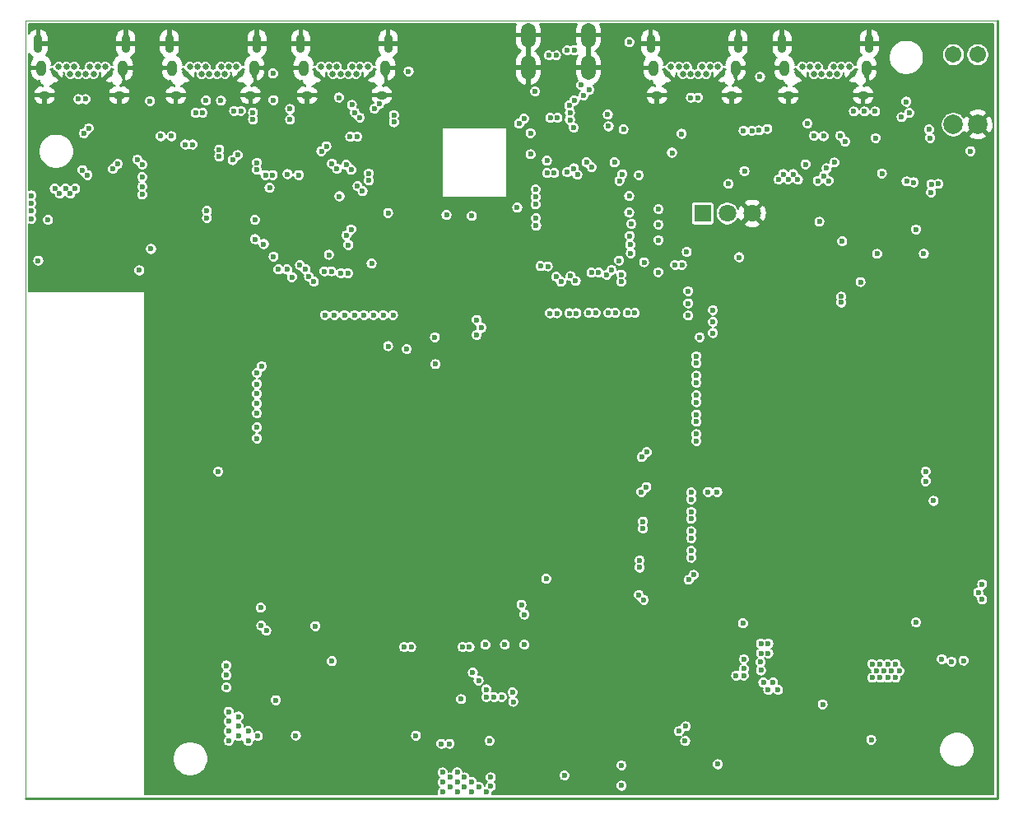
<source format=gbr>
%TF.GenerationSoftware,KiCad,Pcbnew,5.1.9+dfsg1-1*%
%TF.CreationDate,2022-02-15T13:48:39+01:00*%
%TF.ProjectId,sc606-baseboard,73633630-362d-4626-9173-65626f617264,rev?*%
%TF.SameCoordinates,Original*%
%TF.FileFunction,Copper,L5,Inr*%
%TF.FilePolarity,Positive*%
%FSLAX46Y46*%
G04 Gerber Fmt 4.6, Leading zero omitted, Abs format (unit mm)*
G04 Created by KiCad (PCBNEW 5.1.9+dfsg1-1) date 2022-02-15 13:48:39 commit a4fbcb5*
%MOMM*%
%LPD*%
G01*
G04 APERTURE LIST*
%TA.AperFunction,Profile*%
%ADD10C,0.120000*%
%TD*%
%TA.AperFunction,Profile*%
%ADD11C,0.254000*%
%TD*%
%TA.AperFunction,WasherPad*%
%ADD12C,1.710000*%
%TD*%
%TA.AperFunction,ComponentPad*%
%ADD13C,2.000000*%
%TD*%
%TA.AperFunction,ComponentPad*%
%ADD14O,0.900000X1.900000*%
%TD*%
%TA.AperFunction,ComponentPad*%
%ADD15O,1.000000X1.600000*%
%TD*%
%TA.AperFunction,ComponentPad*%
%ADD16O,1.150000X0.800000*%
%TD*%
%TA.AperFunction,ComponentPad*%
%ADD17C,0.650000*%
%TD*%
%TA.AperFunction,ComponentPad*%
%ADD18O,1.500000X2.550000*%
%TD*%
%TA.AperFunction,ComponentPad*%
%ADD19C,1.800000*%
%TD*%
%TA.AperFunction,ComponentPad*%
%ADD20R,1.800000X1.800000*%
%TD*%
%TA.AperFunction,ViaPad*%
%ADD21C,0.600000*%
%TD*%
%TA.AperFunction,Conductor*%
%ADD22C,0.200000*%
%TD*%
%TA.AperFunction,Conductor*%
%ADD23C,0.100000*%
%TD*%
G04 APERTURE END LIST*
D10*
X175600000Y-42400000D02*
X75600000Y-42400000D01*
D11*
X175600000Y-42400000D02*
X175600000Y-122400000D01*
D10*
X75600000Y-122400000D02*
X75600000Y-42400000D01*
D11*
X175600000Y-122400000D02*
X75600000Y-122400000D01*
D12*
%TO.N,*%
%TO.C,J1*%
X171050000Y-45920000D03*
X173550000Y-45920000D03*
D13*
%TO.N,GND*%
X173550000Y-53100000D03*
%TO.N,AUX_VDD*%
X171050000Y-53100000D03*
%TD*%
D14*
%TO.N,GND*%
%TO.C,J6*%
X76900000Y-44765000D03*
X85900000Y-44765000D03*
D15*
X77180000Y-47280000D03*
X85620000Y-47280000D03*
D16*
X77555000Y-50080000D03*
X85245000Y-50080000D03*
D17*
%TO.N,N/C*%
X79000000Y-47180000D03*
X79800000Y-47180000D03*
X80600000Y-47180000D03*
X82200000Y-47180000D03*
X83000000Y-47180000D03*
X83800000Y-47180000D03*
%TO.N,GND*%
X78600000Y-47880000D03*
%TO.N,/USB_flash_debug/USB_FLASH_5V0*%
X80200000Y-47880000D03*
%TO.N,/USB_flash_debug/USB_FLASH_P*%
X81000000Y-47880000D03*
%TO.N,/USB_flash_debug/USB_FLASH_N*%
X81800000Y-47880000D03*
%TO.N,/USB_flash_debug/USB_FLASH_5V0*%
X82600000Y-47880000D03*
%TO.N,GND*%
X84200000Y-47880000D03*
%TD*%
D14*
%TO.N,GND*%
%TO.C,J12*%
X153400000Y-44765000D03*
X162400000Y-44765000D03*
D15*
X153680000Y-47280000D03*
X162120000Y-47280000D03*
D16*
X154055000Y-50080000D03*
X161745000Y-50080000D03*
D17*
%TO.N,N/C*%
X155500000Y-47180000D03*
X156300000Y-47180000D03*
%TO.N,/USB-PD/PD_CC2*%
X157100000Y-47180000D03*
%TO.N,N/C*%
X158700000Y-47180000D03*
X159500000Y-47180000D03*
X160300000Y-47180000D03*
%TO.N,GND*%
X155100000Y-47880000D03*
%TO.N,/USB-PD/PD_VBUS*%
X156700000Y-47880000D03*
%TO.N,N/C*%
X157500000Y-47880000D03*
X158300000Y-47880000D03*
%TO.N,/USB-PD/PD_VBUS*%
X159100000Y-47880000D03*
%TO.N,GND*%
X160700000Y-47880000D03*
%TD*%
D14*
%TO.N,GND*%
%TO.C,J9*%
X139900000Y-44765000D03*
X148900000Y-44765000D03*
D15*
X140180000Y-47280000D03*
X148620000Y-47280000D03*
D16*
X140555000Y-50080000D03*
X148245000Y-50080000D03*
D17*
%TO.N,N/C*%
X142000000Y-47180000D03*
X142800000Y-47180000D03*
X143600000Y-47180000D03*
X145200000Y-47180000D03*
X146000000Y-47180000D03*
X146800000Y-47180000D03*
%TO.N,GND*%
X141600000Y-47880000D03*
%TO.N,/USB_flash_debug/DBG_VBUS*%
X143200000Y-47880000D03*
%TO.N,/USB_flash_debug/DBG_USB_D_P*%
X144000000Y-47880000D03*
%TO.N,/USB_flash_debug/DBG_USB_D_N*%
X144800000Y-47880000D03*
%TO.N,/USB_flash_debug/DBG_VBUS*%
X145600000Y-47880000D03*
%TO.N,GND*%
X147200000Y-47880000D03*
%TD*%
D14*
%TO.N,GND*%
%TO.C,J11*%
X90400000Y-44765000D03*
X99400000Y-44765000D03*
D15*
X90680000Y-47280000D03*
X99120000Y-47280000D03*
D16*
X91055000Y-50080000D03*
X98745000Y-50080000D03*
D17*
%TO.N,/USB_HUB_Connectors/USB_C2_SS_C_TX2_P*%
X92500000Y-47180000D03*
%TO.N,/USB_HUB_Connectors/USB_C2_SS_C_TX2_N*%
X93300000Y-47180000D03*
%TO.N,/USB_HUB_Connectors/USB_C2_CC2*%
X94100000Y-47180000D03*
%TO.N,Net-(J11-PadB8)*%
X95700000Y-47180000D03*
%TO.N,/USB_HUB_Connectors/USB_C2_SS_C_RX1_N*%
X96500000Y-47180000D03*
%TO.N,/USB_HUB_Connectors/USB_C2_SS_C_RX1_P*%
X97300000Y-47180000D03*
%TO.N,GND*%
X92100000Y-47880000D03*
%TO.N,/USB_HUB_Connectors/5V0_USB*%
X93700000Y-47880000D03*
%TO.N,/USB_HUB_Connectors/USB_C2_D2_P*%
X94500000Y-47880000D03*
%TO.N,/USB_HUB_Connectors/USB_C2_D2_N*%
X95300000Y-47880000D03*
%TO.N,/USB_HUB_Connectors/5V0_USB*%
X96100000Y-47880000D03*
%TO.N,GND*%
X97700000Y-47880000D03*
%TD*%
D14*
%TO.N,GND*%
%TO.C,J10*%
X103900000Y-44765000D03*
X112900000Y-44765000D03*
D15*
X104180000Y-47280000D03*
X112620000Y-47280000D03*
D16*
X104555000Y-50080000D03*
X112245000Y-50080000D03*
D17*
%TO.N,/USB_HUB_Connectors/USB_C1_SS_C_TX2_P*%
X106000000Y-47180000D03*
%TO.N,/USB_HUB_Connectors/USB_C1_SS_C_TX2_N*%
X106800000Y-47180000D03*
%TO.N,/USB_HUB_Connectors/USB_C1_CC2*%
X107600000Y-47180000D03*
%TO.N,Net-(J10-PadB8)*%
X109200000Y-47180000D03*
%TO.N,/USB_HUB_Connectors/USB_C1_SS_C_RX1_N*%
X110000000Y-47180000D03*
%TO.N,/USB_HUB_Connectors/USB_C1_SS_C_RX1_P*%
X110800000Y-47180000D03*
%TO.N,GND*%
X105600000Y-47880000D03*
%TO.N,/USB_HUB_Connectors/5V0_USB*%
X107200000Y-47880000D03*
%TO.N,/USB_HUB_Connectors/USB_C1_D2_P*%
X108000000Y-47880000D03*
%TO.N,/USB_HUB_Connectors/USB_C1_D2_N*%
X108800000Y-47880000D03*
%TO.N,/USB_HUB_Connectors/5V0_USB*%
X109600000Y-47880000D03*
%TO.N,GND*%
X111200000Y-47880000D03*
%TD*%
D18*
%TO.N,GND*%
%TO.C,J4*%
X133500000Y-43900000D03*
X127300000Y-43900000D03*
X133500000Y-47260000D03*
X127300000Y-47260000D03*
%TD*%
D19*
%TO.N,GND*%
%TO.C,SW1*%
X150330000Y-62250000D03*
%TO.N,DEBUG_UART_TX*%
X147790000Y-62250000D03*
D20*
%TO.N,DEBUG_UART_RX*%
X145250000Y-62250000D03*
%TD*%
D21*
%TO.N,GND*%
X130560000Y-61560000D03*
X131720000Y-60560000D03*
X138830000Y-54560000D03*
X88500000Y-87500000D03*
X90500000Y-87500000D03*
X88500000Y-89500000D03*
X88500000Y-93500000D03*
X88500000Y-95500000D03*
X90500000Y-93500000D03*
X92500000Y-93500000D03*
X90500000Y-90500000D03*
X94500000Y-93500000D03*
X94500000Y-90500000D03*
X94500000Y-97500000D03*
X94500000Y-101500000D03*
X94500000Y-105500000D03*
X90500000Y-121500000D03*
X88500000Y-97500000D03*
X90500000Y-97500000D03*
X92500000Y-97500000D03*
X88500000Y-99500000D03*
X88500000Y-101500000D03*
X88500000Y-103500000D03*
X88500000Y-105500000D03*
X88500000Y-107500000D03*
X90500000Y-101500000D03*
X92500000Y-101500000D03*
X90500000Y-105500000D03*
X92500000Y-105500000D03*
X88500000Y-109500000D03*
X90500000Y-109500000D03*
X88500000Y-81500000D03*
X86500000Y-69500000D03*
X84500000Y-69500000D03*
X82500000Y-69500000D03*
X80500000Y-69500000D03*
X78500000Y-69500000D03*
X76500000Y-69500000D03*
X122000000Y-53000000D03*
X120500000Y-53000000D03*
X119000000Y-53000000D03*
X123500000Y-53000000D03*
X125000000Y-53000000D03*
X125500000Y-57000000D03*
X125500000Y-55500000D03*
X125500000Y-54000000D03*
X125500000Y-58500000D03*
X125500000Y-60000000D03*
X122000000Y-61000000D03*
X120500000Y-61000000D03*
X119000000Y-61000000D03*
X118000000Y-57000000D03*
X118000000Y-58500000D03*
X118000000Y-60000000D03*
X118000000Y-55500000D03*
X118000000Y-54000000D03*
X123400000Y-61000000D03*
X125000000Y-61000000D03*
X174400000Y-104450000D03*
X174400000Y-105350000D03*
X173450000Y-105450000D03*
X152200000Y-69800000D03*
X151350000Y-69800000D03*
X151200000Y-70700000D03*
X88500000Y-113500000D03*
X88500000Y-117500000D03*
X88500000Y-119500000D03*
X88500000Y-121500000D03*
X88500000Y-85500000D03*
X90500000Y-83500000D03*
X92500000Y-83500000D03*
X88500000Y-83500000D03*
X88500000Y-79500000D03*
X90500000Y-79500000D03*
X92500000Y-79500000D03*
X88500000Y-77500000D03*
X88500000Y-75500000D03*
X90500000Y-75500000D03*
X88500000Y-73500000D03*
X88500000Y-71500000D03*
X90500000Y-71500000D03*
X92500000Y-71500000D03*
X88500000Y-69500000D03*
X88500000Y-115500000D03*
X88500000Y-111500000D03*
X90500000Y-113500000D03*
X114935000Y-61210000D03*
X110450000Y-78100000D03*
X112350000Y-78000000D03*
X120900000Y-73000000D03*
X124900000Y-107900000D03*
X138337501Y-82362499D03*
X96600000Y-64500000D03*
X82400000Y-66700000D03*
X79700000Y-64800000D03*
X89400000Y-56783628D03*
X83800000Y-55300000D03*
X84050000Y-64350000D03*
X111600000Y-55100000D03*
X107400000Y-54400000D03*
X133900000Y-121800000D03*
X127600000Y-119400010D03*
X163862501Y-113812501D03*
X157540000Y-110915000D03*
X153200000Y-118800000D03*
X125100000Y-101300000D03*
X168849996Y-100150004D03*
X160000000Y-104000000D03*
X109700000Y-69200000D03*
X128120000Y-64340000D03*
X169100000Y-75800000D03*
X169100000Y-72800000D03*
X169100000Y-78800000D03*
X169100000Y-81800000D03*
X169100000Y-84800000D03*
X169100000Y-87800000D03*
X169100000Y-90800000D03*
X134700000Y-81300000D03*
X122699998Y-116000000D03*
X119292785Y-112092785D03*
X132300000Y-98700000D03*
X126132215Y-99067785D03*
X126500000Y-96012500D03*
X129000000Y-94900000D03*
X123894715Y-93705285D03*
X121200000Y-97600000D03*
X121200000Y-100100000D03*
X115900000Y-100100000D03*
X110800000Y-100100000D03*
X116100000Y-97500000D03*
X110900000Y-97500000D03*
X116400000Y-106800000D03*
X111900000Y-107100000D03*
X109400000Y-112400000D03*
X105400000Y-112400000D03*
X103300000Y-112300000D03*
X99500000Y-113800000D03*
X104200000Y-107700000D03*
X103800000Y-98600000D03*
X104100000Y-92900000D03*
X119900000Y-93400000D03*
X123700000Y-91662501D03*
X128900000Y-92637501D03*
X129100000Y-90287500D03*
X123800000Y-89700000D03*
X118744714Y-89555286D03*
X117300000Y-93600000D03*
X113400000Y-94900000D03*
X113400000Y-92637501D03*
X109500000Y-93600000D03*
X113400000Y-89700000D03*
X109500000Y-88400000D03*
X129000000Y-87100000D03*
X123800000Y-87100000D03*
X118600000Y-87100000D03*
X116094714Y-86905286D03*
X111000000Y-87100000D03*
X110800000Y-84500000D03*
X116000000Y-84500000D03*
X121100000Y-84700000D03*
X126400000Y-84500000D03*
X129200000Y-84500000D03*
X133300000Y-84300000D03*
X140400000Y-86400000D03*
X140100000Y-89300000D03*
X144000000Y-113150000D03*
X131000000Y-119100000D03*
X128700000Y-119200000D03*
X126899330Y-119135586D03*
X99400000Y-90300000D03*
X107500000Y-81300000D03*
X98600000Y-71200000D03*
X105500000Y-72600000D03*
X102400000Y-72225000D03*
X104800000Y-63500000D03*
X103900000Y-64100000D03*
X102300000Y-62500000D03*
X102700000Y-61400000D03*
X103900000Y-62600000D03*
X104000000Y-61100000D03*
X120700000Y-78000000D03*
X130521364Y-63352162D03*
X128000000Y-58100000D03*
X130261094Y-65627897D03*
X135100000Y-65300000D03*
X131500000Y-66100000D03*
X134956906Y-60362035D03*
X138400000Y-79300000D03*
X143300000Y-75800000D03*
X141800000Y-72100000D03*
X128400000Y-72100000D03*
X138137491Y-59650000D03*
X140400000Y-52950000D03*
X146700000Y-51700000D03*
X144000000Y-58300000D03*
X146900000Y-57100000D03*
X152800000Y-56150000D03*
X154750000Y-56050000D03*
X150100000Y-45950000D03*
X161450000Y-54350000D03*
X166700000Y-55200000D03*
X159550000Y-56500000D03*
X165419715Y-58469715D03*
X161300000Y-63600000D03*
X161100000Y-70800000D03*
X161100000Y-67200000D03*
X155000000Y-68600000D03*
X132850000Y-63437491D03*
X144650000Y-55600000D03*
X157732482Y-72201785D03*
X170600000Y-59750000D03*
X139350000Y-100050000D03*
X139100000Y-104850000D03*
X133650000Y-119050000D03*
X129838747Y-45333160D03*
X134544715Y-49455285D03*
X133600000Y-51800000D03*
X127700000Y-51900000D03*
X93250000Y-54550000D03*
X97450000Y-55450000D03*
X95000000Y-52600000D03*
%TO.N,RTC_BAT*%
X95412490Y-88800002D03*
%TO.N,LDO6_1P8*%
X121500000Y-62500000D03*
X112900000Y-75900000D03*
X99400000Y-82800000D03*
X136900000Y-119025002D03*
X136900000Y-121100000D03*
X149500000Y-109800000D03*
%TO.N,V_SOM*%
X96250000Y-108750000D03*
X96250000Y-111000000D03*
X96500000Y-113500000D03*
X99500000Y-116000000D03*
X98500000Y-116500000D03*
X98500000Y-115500000D03*
X96500000Y-115500000D03*
X96500000Y-116500000D03*
X96500000Y-114500000D03*
X97500000Y-116000000D03*
X97500000Y-115000000D03*
X97500000Y-114000000D03*
X96250000Y-109750000D03*
%TO.N,VPH_PWR*%
X105400000Y-104700000D03*
%TO.N,5V0_SYS*%
X162700000Y-110000000D03*
X163500000Y-110000000D03*
X164300000Y-110000000D03*
X165100000Y-110000000D03*
X118500000Y-121750000D03*
X119250000Y-121250000D03*
X118500000Y-120750000D03*
X119250000Y-120250000D03*
X118500000Y-119750000D03*
X120000000Y-119750000D03*
X120000000Y-120750000D03*
X120000000Y-121750000D03*
X120750000Y-121250000D03*
X120750000Y-120250000D03*
X121500000Y-120750000D03*
X121500000Y-121750000D03*
X122250000Y-121250000D03*
X123000000Y-121750000D03*
X174000000Y-101950000D03*
X173600000Y-101250000D03*
X174000000Y-100400000D03*
X112900000Y-62200000D03*
X77900000Y-62900000D03*
X76900000Y-67100000D03*
X76200000Y-62800000D03*
X76200000Y-62000000D03*
X76200000Y-61200000D03*
X76200000Y-60400000D03*
X157600000Y-112750000D03*
X162700000Y-108600000D03*
X163100000Y-109300000D03*
X163500000Y-108600000D03*
X163900000Y-109300000D03*
X164300000Y-108600000D03*
X164700000Y-109300000D03*
X165100000Y-108600000D03*
X165500000Y-109300000D03*
X137712499Y-44612499D03*
X151150000Y-48200000D03*
X166200000Y-50750000D03*
X163050000Y-54500000D03*
X167200000Y-63900000D03*
X159500000Y-70800000D03*
X159499996Y-71400000D03*
%TO.N,Net-(C25-Pad2)*%
X163200000Y-66400000D03*
X168000000Y-66400000D03*
%TO.N,Net-(C25-Pad1)*%
X159600000Y-65100000D03*
%TO.N,1V2_SYS*%
X100100000Y-65400000D03*
X106800000Y-66500000D03*
X99200000Y-62900000D03*
X107887160Y-60487160D03*
X103823249Y-67560682D03*
X143612503Y-66200000D03*
X146300000Y-74550000D03*
X146300000Y-73400000D03*
X146300000Y-72200000D03*
X103700000Y-58300000D03*
X100700000Y-59600000D03*
%TO.N,3V3_CAM*%
X172100000Y-108250000D03*
X170850000Y-108350000D03*
X169850000Y-108100000D03*
X115757500Y-115957500D03*
%TO.N,3V3_SYS*%
X152000000Y-107500000D03*
X151200000Y-108400000D03*
X99200000Y-64892500D03*
X108600000Y-64500000D03*
X101102547Y-66702547D03*
X88500000Y-65900000D03*
X87600000Y-59500000D03*
X104400000Y-68000000D03*
X131037510Y-120050000D03*
X153000000Y-111250000D03*
X152000000Y-111250000D03*
X152500000Y-110500000D03*
X151500000Y-110500000D03*
X151250000Y-109250000D03*
X151250000Y-107500000D03*
X151250000Y-106500000D03*
X152000000Y-106500000D03*
X123326290Y-116498659D03*
X143750000Y-70250000D03*
X143750000Y-71500000D03*
X102550000Y-58200000D03*
%TO.N,/display module/RST_N*%
X149400000Y-104400000D03*
X146750000Y-90900000D03*
X143750000Y-72750000D03*
%TO.N,LT9611_VCC33_RX*%
X128100000Y-62732500D03*
X128074035Y-61319033D03*
X140687491Y-68300000D03*
X129322316Y-67695057D03*
%TO.N,LT9611_VCC33_TX*%
X129230000Y-56820000D03*
X132010001Y-57610001D03*
X136189998Y-56990000D03*
%TO.N,LT9611_VCC33_IO*%
X137700000Y-62150000D03*
X138680000Y-58320000D03*
X136690000Y-58900000D03*
X122000000Y-73200000D03*
X139228165Y-67271835D03*
%TO.N,Net-(C53-Pad1)*%
X128080000Y-60560000D03*
%TO.N,Net-(C57-Pad1)*%
X128080000Y-59770000D03*
%TO.N,LDO17_2P85*%
X169007220Y-91807220D03*
X99400000Y-85400000D03*
%TO.N,LT9611_VDD12*%
X136650000Y-67100000D03*
X137700000Y-60450000D03*
X126174998Y-61650000D03*
X140700000Y-65000000D03*
%TO.N,LT9611_VCC12_RX*%
X128575035Y-67664505D03*
X128120000Y-63520000D03*
X140700000Y-63400000D03*
%TO.N,LT9611_VCC12_TX*%
X140700000Y-61800000D03*
X131300000Y-58000000D03*
%TO.N,/display module/TX_D2_P*%
X129256578Y-58088512D03*
%TO.N,/display module/TX_D2_N*%
X129981578Y-58088512D03*
%TO.N,/display module/TX_D0_P*%
X133313673Y-56973673D03*
%TO.N,/display module/TX_D0_N*%
X133826327Y-57486327D03*
%TO.N,/display module/V_COMM*%
X135570000Y-53280000D03*
X131980000Y-53420000D03*
X137110004Y-53590000D03*
X132362500Y-58250000D03*
X127550000Y-54000000D03*
%TO.N,Net-(C85-Pad1)*%
X132742346Y-49042630D03*
%TO.N,SD_LDO11*%
X129160000Y-99815000D03*
X123782274Y-112000000D03*
%TO.N,USIM1_VDD*%
X112400000Y-72700000D03*
%TO.N,/USB_flash_debug/USB_FLASH_5V0*%
X87600000Y-60300000D03*
%TO.N,/USB_flash_debug/5V0_DBG*%
X142100000Y-56000000D03*
%TO.N,/USB_flash_debug/DBG_USB_D_P*%
X144762500Y-50337502D03*
%TO.N,1V8_DBG*%
X147900000Y-59200000D03*
%TO.N,/USB_flash_debug/DBG_USB_D_N*%
X144037500Y-50337502D03*
%TO.N,Net-(C117-Pad2)*%
X143074998Y-54050000D03*
%TO.N,/USB_HUB_Connectors/HUB_XTALI*%
X111200000Y-67400000D03*
%TO.N,/USB_HUB_Connectors/HUB_XTALO*%
X108800000Y-65500000D03*
%TO.N,/USB_HUB_Connectors/5V0_USB*%
X88400000Y-50700000D03*
X78600000Y-59700000D03*
X79100000Y-60200000D03*
X79700000Y-59700000D03*
X80200000Y-60200000D03*
X80700000Y-59700000D03*
X101100000Y-50600000D03*
%TO.N,/USB_flash_debug/USB_FLASH_P*%
X81762500Y-50487498D03*
X82106327Y-53493673D03*
X85081840Y-57150325D03*
%TO.N,/USB_flash_debug/USB_FLASH_N*%
X81037500Y-50487498D03*
X81593673Y-54006327D03*
X84569186Y-57662979D03*
%TO.N,DEBUG_UART_RX*%
X99400000Y-78650000D03*
%TO.N,DEBUG_UART_TX*%
X99900000Y-77950000D03*
%TO.N,Net-(IC1-Pad6)*%
X161500000Y-69300000D03*
%TO.N,/cameras module/CAM1_SCL*%
X123450000Y-121150000D03*
%TO.N,/cameras module/CAM1_SDA*%
X123450000Y-120250000D03*
%TO.N,/cameras module/CAM0_SCL*%
X118363967Y-116797198D03*
%TO.N,/cameras module/CAM0_SDA*%
X119200000Y-116800000D03*
%TO.N,VSYNC_CAM2*%
X121600001Y-109475012D03*
%TO.N,VSYNC_CAM1*%
X122200000Y-110299996D03*
%TO.N,TP0_I2C_SDA*%
X114800000Y-76200000D03*
X168200000Y-89800000D03*
%TO.N,TP0_I2C_SCL*%
X113400000Y-72700000D03*
X168200000Y-88800000D03*
%TO.N,/display module/DETECT_HDMI*%
X128000000Y-49700000D03*
%TO.N,/display module/CEC_HDMI*%
X149000000Y-66750000D03*
X133000000Y-50100000D03*
%TO.N,/display module/LTtoHDMI_SCL*%
X133600000Y-49530000D03*
%TO.N,/display module/LTtoHDMI_SDA*%
X135490000Y-52070000D03*
%TO.N,Net-(J11-PadA8)*%
X101050000Y-47850000D03*
X94152973Y-50621514D03*
%TO.N,SoM_USB_D_P*%
X81444732Y-57792078D03*
X99843673Y-104643673D03*
%TO.N,SoM_USB_D_N*%
X81957386Y-58304732D03*
X100356327Y-105156327D03*
%TO.N,CAM_RST*%
X126900000Y-106600000D03*
X167200000Y-104300000D03*
%TO.N,LT9611_RST_N*%
X124900000Y-106600000D03*
X149500000Y-108100000D03*
%TO.N,LT9611_INT0*%
X122900000Y-106600000D03*
X149500000Y-109074997D03*
%TO.N,HDMI_I2C_SCL*%
X117700000Y-75000000D03*
%TO.N,HDMI_I2C_SDA*%
X117755285Y-77744715D03*
%TO.N,SoM_USB3_TX_N*%
X121262500Y-106845636D03*
X108762500Y-68400000D03*
%TO.N,SoM_USB3_TX_P*%
X120537500Y-106845636D03*
X108037500Y-68400000D03*
%TO.N,SoM_USB3_RX_N*%
X115262500Y-106850000D03*
X107062500Y-68200000D03*
%TO.N,SoM_USB3_RX_P*%
X114537500Y-106850000D03*
X106337500Y-68200000D03*
%TO.N,VOL_DOWN*%
X106400000Y-72700000D03*
X142803640Y-115507076D03*
%TO.N,VOL_UP*%
X107349999Y-72700000D03*
X143500000Y-115000002D03*
%TO.N,Net-(M1-Pad145)*%
X108400000Y-72700000D03*
%TO.N,USIM1_RST*%
X109450000Y-72700000D03*
%TO.N,USIM1_CLK*%
X110400000Y-72700000D03*
%TO.N,USIM1_DATA*%
X111400000Y-72700000D03*
%TO.N,PWRKEY*%
X162600000Y-116400000D03*
X101330278Y-112319722D03*
%TO.N,SoM_USB_FLASH_ID*%
X99800000Y-102800000D03*
X87300000Y-68100000D03*
%TO.N,LDO5_1P8*%
X146800000Y-118900000D03*
X99400000Y-81800000D03*
%TO.N,Net-(M1-Pad8)*%
X99400000Y-80800000D03*
%TO.N,Net-(M1-Pad7)*%
X99400000Y-79800000D03*
%TO.N,/display module/CEC_LT*%
X137919715Y-63319715D03*
X143125003Y-67550000D03*
%TO.N,/display module/INT0*%
X148700000Y-109800000D03*
X137749934Y-64568431D03*
X145800000Y-90900000D03*
X142400000Y-67550000D03*
X144950000Y-75000000D03*
%TO.N,Net-(R59-Pad1)*%
X136990000Y-58220000D03*
X127550000Y-56150000D03*
%TO.N,Net-(R107-Pad1)*%
X87600000Y-58500000D03*
%TO.N,Net-(R113-Pad2)*%
X109100000Y-63900000D03*
%TO.N,Net-(R118-Pad2)*%
X103000000Y-68800000D03*
%TO.N,Net-(R119-Pad2)*%
X102500000Y-68000000D03*
%TO.N,Net-(R120-Pad2)*%
X101600000Y-68000000D03*
%TO.N,USB_HUB_P*%
X104743673Y-68743673D03*
X87606327Y-57223025D03*
%TO.N,USB_HUB_N*%
X105256327Y-69256327D03*
X87093673Y-56710371D03*
%TO.N,/USB_HUB_Connectors/USB_C1_SS_TX2_P*%
X110256327Y-59956327D03*
%TO.N,/USB_HUB_Connectors/USB_C1_SS_TX2_N*%
X109743673Y-59443673D03*
%TO.N,/USB_HUB_Connectors/USB_C1_SS_TX1_P*%
X107625431Y-57651327D03*
%TO.N,/USB_HUB_Connectors/USB_C1_SS_RX2_N*%
X110900000Y-58137500D03*
X106545684Y-55333030D03*
%TO.N,/USB_HUB_Connectors/USB_C1_SS_TX1_N*%
X107112777Y-57138673D03*
%TO.N,/USB_HUB_Connectors/USB_C1_SS_RX2_P*%
X110900000Y-58862500D03*
X106033030Y-55845684D03*
%TO.N,/USB_HUB_Connectors/USB_C2_SS_TX1_P*%
X101012500Y-58300000D03*
%TO.N,/USB_HUB_Connectors/USB_C2_SS_TX1_N*%
X100287500Y-58300000D03*
%TO.N,/USB_HUB_Connectors/USB_C2_SS_RX2_N*%
X94250000Y-62712500D03*
%TO.N,/USB_HUB_Connectors/USB_C2_SS_RX2_P*%
X94250000Y-61987500D03*
%TO.N,/USB_HUB_Connectors/USB_C1_CC1*%
X109170683Y-51079317D03*
X102800000Y-51500000D03*
%TO.N,/USB_HUB_Connectors/USB_C1_CC2*%
X102800000Y-52600000D03*
%TO.N,/USB_HUB_Connectors/USB_C2_CC1*%
X90600000Y-54300000D03*
X95697898Y-50653885D03*
%TO.N,/USB_HUB_Connectors/USB_C2_CC2*%
X89500000Y-54300000D03*
%TO.N,SD_DATA_6*%
X125769745Y-112472463D03*
%TO.N,SD_DATA_4*%
X126612499Y-102500000D03*
%TO.N,SD_DATA_5*%
X126900000Y-103500000D03*
%TO.N,SD_DATA_0*%
X123000000Y-111200000D03*
%TO.N,SD_DATA_1*%
X123000000Y-112000000D03*
%TO.N,SD_DATA_2*%
X125700000Y-111497451D03*
%TO.N,SD_DATA_3*%
X124599994Y-112000000D03*
%TO.N,CAM1_CLK_P*%
X143818673Y-99930007D03*
%TO.N,CAM1_CLK_N*%
X144331327Y-99417353D03*
%TO.N,CAM1_D0_P*%
X144075000Y-97662500D03*
%TO.N,CAM1_D0_N*%
X144075000Y-96937500D03*
%TO.N,CAM1_D1_P*%
X144075000Y-95662500D03*
%TO.N,CAM1_D1_N*%
X144075000Y-94937500D03*
%TO.N,CAM1_D2_P*%
X144075000Y-93662500D03*
%TO.N,CAM1_D2_N*%
X144075000Y-92937500D03*
%TO.N,CAM1_D3_P*%
X144075000Y-91662500D03*
%TO.N,CAM1_D3_N*%
X144075000Y-90937500D03*
%TO.N,/USB_HUB_Connectors/USB_C1_SS_C_TX1_P*%
X109970684Y-52391970D03*
%TO.N,/USB_HUB_Connectors/USB_C1_SS_C_TX1_N*%
X109458030Y-51879316D03*
%TO.N,/USB_HUB_Connectors/USB_C2_SS_C_TX1_P*%
X98992884Y-52588215D03*
%TO.N,/USB_HUB_Connectors/USB_C2_SS_C_TX2_P*%
X93812500Y-51900000D03*
%TO.N,/USB_HUB_Connectors/USB_C2_SS_C_TX1_N*%
X98992884Y-51863215D03*
%TO.N,/USB_HUB_Connectors/USB_C2_SS_C_TX2_N*%
X93087500Y-51900000D03*
%TO.N,/USB_HUB_Connectors/USB_C2_SS_C_RX2_N*%
X92762500Y-55153238D03*
%TO.N,/USB_HUB_Connectors/USB_C2_SS_C_RX1_N*%
X97042500Y-51718119D03*
%TO.N,/USB_HUB_Connectors/USB_C2_SS_C_RX2_P*%
X92037500Y-55153238D03*
%TO.N,/USB_HUB_Connectors/USB_C2_SS_C_RX1_P*%
X97767500Y-51718119D03*
%TO.N,CAM2_CLK_P*%
X139193829Y-102006327D03*
%TO.N,CAM2_CLK_N*%
X138681175Y-101493673D03*
%TO.N,CAM2_D0_P*%
X138768809Y-98662500D03*
%TO.N,CAM2_D0_N*%
X138768809Y-97937500D03*
%TO.N,CAM2_D1_P*%
X139100000Y-94662500D03*
%TO.N,CAM2_D1_N*%
X139100000Y-93937500D03*
%TO.N,CAM2_D2_P*%
X138943673Y-90906327D03*
%TO.N,CAM2_D2_N*%
X139456327Y-90393673D03*
%TO.N,CAM2_D3_P*%
X138993673Y-87306327D03*
%TO.N,CAM2_D3_N*%
X139506327Y-86793673D03*
%TO.N,/display module/TX_D2_Ferr_P*%
X126368673Y-53006327D03*
%TO.N,/display module/TX_D2_Ferr_N*%
X126881327Y-52493673D03*
%TO.N,/display module/TX_D0_Ferr_P*%
X131600000Y-52612500D03*
%TO.N,/display module/TX_D0_Ferr_N*%
X131600000Y-51887500D03*
%TO.N,/display module/TX_D1_Ferr_P*%
X129437500Y-45981860D03*
X129587500Y-52415161D03*
%TO.N,/display module/TX_D1_Ferr_N*%
X130162500Y-45981860D03*
X130312500Y-52415161D03*
%TO.N,/display module/TX_CLK_Ferr_P*%
X131526804Y-51139458D03*
X131302921Y-45467759D03*
%TO.N,/display module/TX_CLK_Ferr_N*%
X132039458Y-50626804D03*
X132027921Y-45467759D03*
%TO.N,SoMtoDisplay_D3_N*%
X144600000Y-76937500D03*
%TO.N,SoMtoDisplay_D3_P*%
X144600000Y-77662500D03*
%TO.N,SoMtoDisplay_D2_N*%
X144600000Y-78937500D03*
%TO.N,SoMtoDisplay_D2_P*%
X144600000Y-79662500D03*
%TO.N,SoMtoDisplay_D1_N*%
X144600000Y-80937500D03*
%TO.N,SoMtoDisplay_D1_P*%
X144600000Y-81662500D03*
%TO.N,SoMtoDisplay_D0_N*%
X144600000Y-82937500D03*
%TO.N,SoMtoDisplay_D0_P*%
X144600000Y-83662500D03*
%TO.N,SoMtoDisplay_CLK_N*%
X144600000Y-84937500D03*
%TO.N,SoMtoDisplay_CLK_P*%
X144600000Y-85662500D03*
%TO.N,SoMtoLT_D3_N*%
X129537500Y-72512482D03*
X130193673Y-68753916D03*
%TO.N,SoMtoLT_D3_P*%
X130262500Y-72512482D03*
X130706327Y-69266570D03*
%TO.N,SoMtoLT_D2_N*%
X131671213Y-68681861D03*
X131537500Y-72512298D03*
%TO.N,SoMtoLT_D2_P*%
X132183867Y-69194515D03*
X132262500Y-72512298D03*
%TO.N,SoMtoLT_D1_N*%
X133537500Y-72473175D03*
X133812500Y-68331134D03*
%TO.N,SoMtoLT_D1_P*%
X134262500Y-72473175D03*
X134537500Y-68331134D03*
%TO.N,SoMtoLT_D0_N*%
X135537500Y-72476044D03*
X135368515Y-68568829D03*
%TO.N,SoMtoLT_D0_P*%
X136262500Y-72476044D03*
X135881169Y-68056175D03*
%TO.N,SoMtoLT_CLK_N*%
X136875000Y-69262500D03*
X137537500Y-72477945D03*
%TO.N,SoMtoLT_CLK_P*%
X136875000Y-68537500D03*
X138262500Y-72477945D03*
%TO.N,USB_BOOT*%
X143450000Y-116500000D03*
X120400000Y-112200000D03*
%TO.N,/USB_HUB_Connectors/USB_C1_SS_C_RX1_N*%
X111487442Y-51478137D03*
%TO.N,/USB_HUB_Connectors/USB_C1_SS_C_RX1_P*%
X112000096Y-50965483D03*
%TO.N,/display module/SoMtoLT_SDA*%
X137800000Y-65450000D03*
X122500000Y-74000004D03*
%TO.N,/USB_HUB_Connectors/USB_C1_D2_N*%
X113500000Y-52137500D03*
%TO.N,/USB_HUB_Connectors/USB_C1_D1_P*%
X109712500Y-54350000D03*
X109106327Y-57756327D03*
%TO.N,/USB_HUB_Connectors/USB_C1_D1_N*%
X108987500Y-54350000D03*
X108593673Y-57243673D03*
%TO.N,/USB_HUB_Connectors/USB_C1_D2_P*%
X113500000Y-52862500D03*
%TO.N,/USB_HUB_Connectors/USB_C2_D2_P*%
X95514357Y-55673143D03*
%TO.N,/USB_HUB_Connectors/USB_C2_D2_N*%
X95514357Y-56398143D03*
%TO.N,/USB_HUB_Connectors/USB_C2_D1_P*%
X97411327Y-56240399D03*
X99400000Y-57037500D03*
%TO.N,/USB_HUB_Connectors/USB_C2_D1_N*%
X96898673Y-56753053D03*
X99400000Y-57762500D03*
%TO.N,/display module/SoMtoLT_SCL*%
X122000000Y-74750000D03*
X137850000Y-66349994D03*
%TO.N,Net-(J10-PadA8)*%
X107837797Y-50325002D03*
X115000000Y-47650000D03*
%TO.N,/USB-PD/VREG_2V7*%
X156700000Y-54250000D03*
X149550000Y-57900000D03*
%TO.N,PD_VDD*%
X157100000Y-58900000D03*
X158000000Y-57600000D03*
X158200000Y-58900000D03*
X157700000Y-58400000D03*
X158800000Y-57000000D03*
%TO.N,STUSB4500_AB_SIDE*%
X154550000Y-58200000D03*
%TO.N,Net-(R148-Pad2)*%
X155050000Y-58750000D03*
X157700000Y-54300000D03*
%TO.N,Net-(R150-Pad2)*%
X154050450Y-58725431D03*
X156037500Y-53000000D03*
%TO.N,STUSB4500_GPIO*%
X153550000Y-58200000D03*
%TO.N,STUSB4500_ATTACH*%
X149450000Y-53750000D03*
%TO.N,STUSB4500_SCL*%
X151900000Y-53550000D03*
%TO.N,STUSB4500_SDA*%
X151050000Y-53699999D03*
%TO.N,STUSB4500_ALERT*%
X155850000Y-57200000D03*
%TO.N,Net-(R157-Pad2)*%
X150326841Y-53751654D03*
%TO.N,/USB-PD/STUSB4500_PWR_OK2*%
X159902164Y-54853246D03*
%TO.N,Net-(D34-Pad1)*%
X163000000Y-51750000D03*
%TO.N,/USB-PD/STUSB4500_PWR_OK3*%
X153050000Y-58750000D03*
X159400000Y-54250000D03*
%TO.N,Net-(D34-Pad3)*%
X160800000Y-51750000D03*
%TO.N,Net-(D34-Pad2)*%
X161900000Y-51750000D03*
%TO.N,VDD*%
X168750000Y-60100000D03*
X157259354Y-63100000D03*
%TO.N,AUX_VDD*%
X166950000Y-59050000D03*
%TO.N,Net-(Q11-Pad2)*%
X169500000Y-59200000D03*
%TO.N,Net-(C156-Pad2)*%
X168776841Y-59251654D03*
%TO.N,Net-(C157-Pad2)*%
X163700000Y-58150000D03*
X172800000Y-55850000D03*
%TO.N,Net-(C159-Pad2)*%
X166232284Y-58947470D03*
X168550000Y-53600000D03*
%TO.N,Net-(D36-Pad2)*%
X166500000Y-51900000D03*
%TO.N,Net-(D37-Pad2)*%
X165712490Y-52341815D03*
%TO.N,Net-(Q10-Pad2)*%
X168650000Y-54500000D03*
%TO.N,Net-(M1-Pad168)*%
X107100000Y-108300000D03*
%TO.N,/peripherals/ANT_GNSS_*%
X118900000Y-62400000D03*
%TO.N,/SoM/USB_VBUS_DET*%
X103400000Y-115950000D03*
%TO.N,LDO10_2P8*%
X99400000Y-84250000D03*
%TD*%
D22*
%TO.N,GND*%
X125998137Y-42959026D02*
X125942000Y-43221000D01*
X125942000Y-43746000D01*
X127146000Y-43746000D01*
X127146000Y-43726000D01*
X127454000Y-43726000D01*
X127454000Y-43746000D01*
X128658000Y-43746000D01*
X128658000Y-43221000D01*
X128601863Y-42959026D01*
X128515965Y-42760000D01*
X132284035Y-42760000D01*
X132198137Y-42959026D01*
X132142000Y-43221000D01*
X132142000Y-43746000D01*
X133346000Y-43746000D01*
X133346000Y-43726000D01*
X133654000Y-43726000D01*
X133654000Y-43746000D01*
X134858000Y-43746000D01*
X134858000Y-43221000D01*
X134801863Y-42959026D01*
X134715965Y-42760000D01*
X175173000Y-42760000D01*
X175173001Y-121973000D01*
X123557066Y-121973000D01*
X123576942Y-121925014D01*
X123600000Y-121809095D01*
X123600000Y-121731918D01*
X123625014Y-121726942D01*
X123734207Y-121681713D01*
X123832478Y-121616050D01*
X123916050Y-121532478D01*
X123981713Y-121434207D01*
X124026942Y-121325014D01*
X124050000Y-121209095D01*
X124050000Y-121090905D01*
X124040055Y-121040905D01*
X136300000Y-121040905D01*
X136300000Y-121159095D01*
X136323058Y-121275014D01*
X136368287Y-121384207D01*
X136433950Y-121482478D01*
X136517522Y-121566050D01*
X136615793Y-121631713D01*
X136724986Y-121676942D01*
X136840905Y-121700000D01*
X136959095Y-121700000D01*
X137075014Y-121676942D01*
X137184207Y-121631713D01*
X137282478Y-121566050D01*
X137366050Y-121482478D01*
X137431713Y-121384207D01*
X137476942Y-121275014D01*
X137500000Y-121159095D01*
X137500000Y-121040905D01*
X137476942Y-120924986D01*
X137431713Y-120815793D01*
X137366050Y-120717522D01*
X137282478Y-120633950D01*
X137184207Y-120568287D01*
X137075014Y-120523058D01*
X136959095Y-120500000D01*
X136840905Y-120500000D01*
X136724986Y-120523058D01*
X136615793Y-120568287D01*
X136517522Y-120633950D01*
X136433950Y-120717522D01*
X136368287Y-120815793D01*
X136323058Y-120924986D01*
X136300000Y-121040905D01*
X124040055Y-121040905D01*
X124026942Y-120974986D01*
X123981713Y-120865793D01*
X123916050Y-120767522D01*
X123848528Y-120700000D01*
X123916050Y-120632478D01*
X123981713Y-120534207D01*
X124026942Y-120425014D01*
X124050000Y-120309095D01*
X124050000Y-120190905D01*
X124026942Y-120074986D01*
X123992115Y-119990905D01*
X130437510Y-119990905D01*
X130437510Y-120109095D01*
X130460568Y-120225014D01*
X130505797Y-120334207D01*
X130571460Y-120432478D01*
X130655032Y-120516050D01*
X130753303Y-120581713D01*
X130862496Y-120626942D01*
X130978415Y-120650000D01*
X131096605Y-120650000D01*
X131212524Y-120626942D01*
X131321717Y-120581713D01*
X131419988Y-120516050D01*
X131503560Y-120432478D01*
X131569223Y-120334207D01*
X131614452Y-120225014D01*
X131637510Y-120109095D01*
X131637510Y-119990905D01*
X131614452Y-119874986D01*
X131569223Y-119765793D01*
X131503560Y-119667522D01*
X131419988Y-119583950D01*
X131321717Y-119518287D01*
X131212524Y-119473058D01*
X131096605Y-119450000D01*
X130978415Y-119450000D01*
X130862496Y-119473058D01*
X130753303Y-119518287D01*
X130655032Y-119583950D01*
X130571460Y-119667522D01*
X130505797Y-119765793D01*
X130460568Y-119874986D01*
X130437510Y-119990905D01*
X123992115Y-119990905D01*
X123981713Y-119965793D01*
X123916050Y-119867522D01*
X123832478Y-119783950D01*
X123734207Y-119718287D01*
X123625014Y-119673058D01*
X123509095Y-119650000D01*
X123390905Y-119650000D01*
X123274986Y-119673058D01*
X123165793Y-119718287D01*
X123067522Y-119783950D01*
X122983950Y-119867522D01*
X122918287Y-119965793D01*
X122873058Y-120074986D01*
X122850000Y-120190905D01*
X122850000Y-120309095D01*
X122873058Y-120425014D01*
X122918287Y-120534207D01*
X122983950Y-120632478D01*
X123051472Y-120700000D01*
X122983950Y-120767522D01*
X122918287Y-120865793D01*
X122873058Y-120974986D01*
X122850000Y-121090905D01*
X122850000Y-121168082D01*
X122845633Y-121168951D01*
X122826942Y-121074986D01*
X122781713Y-120965793D01*
X122716050Y-120867522D01*
X122632478Y-120783950D01*
X122534207Y-120718287D01*
X122425014Y-120673058D01*
X122309095Y-120650000D01*
X122190905Y-120650000D01*
X122095633Y-120668951D01*
X122076942Y-120574986D01*
X122031713Y-120465793D01*
X121966050Y-120367522D01*
X121882478Y-120283950D01*
X121784207Y-120218287D01*
X121675014Y-120173058D01*
X121559095Y-120150000D01*
X121440905Y-120150000D01*
X121345633Y-120168951D01*
X121326942Y-120074986D01*
X121281713Y-119965793D01*
X121216050Y-119867522D01*
X121132478Y-119783950D01*
X121034207Y-119718287D01*
X120925014Y-119673058D01*
X120809095Y-119650000D01*
X120690905Y-119650000D01*
X120595633Y-119668951D01*
X120576942Y-119574986D01*
X120531713Y-119465793D01*
X120466050Y-119367522D01*
X120382478Y-119283950D01*
X120284207Y-119218287D01*
X120175014Y-119173058D01*
X120059095Y-119150000D01*
X119940905Y-119150000D01*
X119824986Y-119173058D01*
X119715793Y-119218287D01*
X119617522Y-119283950D01*
X119533950Y-119367522D01*
X119468287Y-119465793D01*
X119423058Y-119574986D01*
X119404367Y-119668951D01*
X119309095Y-119650000D01*
X119190905Y-119650000D01*
X119095633Y-119668951D01*
X119076942Y-119574986D01*
X119031713Y-119465793D01*
X118966050Y-119367522D01*
X118882478Y-119283950D01*
X118784207Y-119218287D01*
X118675014Y-119173058D01*
X118559095Y-119150000D01*
X118440905Y-119150000D01*
X118324986Y-119173058D01*
X118215793Y-119218287D01*
X118117522Y-119283950D01*
X118033950Y-119367522D01*
X117968287Y-119465793D01*
X117923058Y-119574986D01*
X117900000Y-119690905D01*
X117900000Y-119809095D01*
X117923058Y-119925014D01*
X117968287Y-120034207D01*
X118033950Y-120132478D01*
X118117522Y-120216050D01*
X118168331Y-120250000D01*
X118117522Y-120283950D01*
X118033950Y-120367522D01*
X117968287Y-120465793D01*
X117923058Y-120574986D01*
X117900000Y-120690905D01*
X117900000Y-120809095D01*
X117923058Y-120925014D01*
X117968287Y-121034207D01*
X118033950Y-121132478D01*
X118117522Y-121216050D01*
X118168331Y-121250000D01*
X118117522Y-121283950D01*
X118033950Y-121367522D01*
X117968287Y-121465793D01*
X117923058Y-121574986D01*
X117900000Y-121690905D01*
X117900000Y-121809095D01*
X117923058Y-121925014D01*
X117942934Y-121973000D01*
X87900000Y-121973000D01*
X87900000Y-118172716D01*
X90750000Y-118172716D01*
X90750000Y-118527284D01*
X90819173Y-118875041D01*
X90954861Y-119202620D01*
X91151849Y-119497433D01*
X91402567Y-119748151D01*
X91697380Y-119945139D01*
X92024959Y-120080827D01*
X92372716Y-120150000D01*
X92727284Y-120150000D01*
X93075041Y-120080827D01*
X93402620Y-119945139D01*
X93697433Y-119748151D01*
X93948151Y-119497433D01*
X94145139Y-119202620D01*
X94243188Y-118965907D01*
X136300000Y-118965907D01*
X136300000Y-119084097D01*
X136323058Y-119200016D01*
X136368287Y-119309209D01*
X136433950Y-119407480D01*
X136517522Y-119491052D01*
X136615793Y-119556715D01*
X136724986Y-119601944D01*
X136840905Y-119625002D01*
X136959095Y-119625002D01*
X137075014Y-119601944D01*
X137184207Y-119556715D01*
X137282478Y-119491052D01*
X137366050Y-119407480D01*
X137431713Y-119309209D01*
X137476942Y-119200016D01*
X137500000Y-119084097D01*
X137500000Y-118965907D01*
X137476942Y-118849988D01*
X137473180Y-118840905D01*
X146200000Y-118840905D01*
X146200000Y-118959095D01*
X146223058Y-119075014D01*
X146268287Y-119184207D01*
X146333950Y-119282478D01*
X146417522Y-119366050D01*
X146515793Y-119431713D01*
X146624986Y-119476942D01*
X146740905Y-119500000D01*
X146859095Y-119500000D01*
X146975014Y-119476942D01*
X147084207Y-119431713D01*
X147182478Y-119366050D01*
X147266050Y-119282478D01*
X147331713Y-119184207D01*
X147376942Y-119075014D01*
X147400000Y-118959095D01*
X147400000Y-118840905D01*
X147376942Y-118724986D01*
X147331713Y-118615793D01*
X147266050Y-118517522D01*
X147182478Y-118433950D01*
X147084207Y-118368287D01*
X146975014Y-118323058D01*
X146859095Y-118300000D01*
X146740905Y-118300000D01*
X146624986Y-118323058D01*
X146515793Y-118368287D01*
X146417522Y-118433950D01*
X146333950Y-118517522D01*
X146268287Y-118615793D01*
X146223058Y-118724986D01*
X146200000Y-118840905D01*
X137473180Y-118840905D01*
X137431713Y-118740795D01*
X137366050Y-118642524D01*
X137282478Y-118558952D01*
X137184207Y-118493289D01*
X137075014Y-118448060D01*
X136959095Y-118425002D01*
X136840905Y-118425002D01*
X136724986Y-118448060D01*
X136615793Y-118493289D01*
X136517522Y-118558952D01*
X136433950Y-118642524D01*
X136368287Y-118740795D01*
X136323058Y-118849988D01*
X136300000Y-118965907D01*
X94243188Y-118965907D01*
X94280827Y-118875041D01*
X94350000Y-118527284D01*
X94350000Y-118172716D01*
X94280827Y-117824959D01*
X94145139Y-117497380D01*
X93948151Y-117202567D01*
X93697433Y-116951849D01*
X93402620Y-116754861D01*
X93075041Y-116619173D01*
X92727284Y-116550000D01*
X92372716Y-116550000D01*
X92024959Y-116619173D01*
X91697380Y-116754861D01*
X91402567Y-116951849D01*
X91151849Y-117202567D01*
X90954861Y-117497380D01*
X90819173Y-117824959D01*
X90750000Y-118172716D01*
X87900000Y-118172716D01*
X87900000Y-113440905D01*
X95900000Y-113440905D01*
X95900000Y-113559095D01*
X95923058Y-113675014D01*
X95968287Y-113784207D01*
X96033950Y-113882478D01*
X96117522Y-113966050D01*
X96168331Y-114000000D01*
X96117522Y-114033950D01*
X96033950Y-114117522D01*
X95968287Y-114215793D01*
X95923058Y-114324986D01*
X95900000Y-114440905D01*
X95900000Y-114559095D01*
X95923058Y-114675014D01*
X95968287Y-114784207D01*
X96033950Y-114882478D01*
X96117522Y-114966050D01*
X96168331Y-115000000D01*
X96117522Y-115033950D01*
X96033950Y-115117522D01*
X95968287Y-115215793D01*
X95923058Y-115324986D01*
X95900000Y-115440905D01*
X95900000Y-115559095D01*
X95923058Y-115675014D01*
X95968287Y-115784207D01*
X96033950Y-115882478D01*
X96117522Y-115966050D01*
X96168331Y-116000000D01*
X96117522Y-116033950D01*
X96033950Y-116117522D01*
X95968287Y-116215793D01*
X95923058Y-116324986D01*
X95900000Y-116440905D01*
X95900000Y-116559095D01*
X95923058Y-116675014D01*
X95968287Y-116784207D01*
X96033950Y-116882478D01*
X96117522Y-116966050D01*
X96215793Y-117031713D01*
X96324986Y-117076942D01*
X96440905Y-117100000D01*
X96559095Y-117100000D01*
X96675014Y-117076942D01*
X96784207Y-117031713D01*
X96882478Y-116966050D01*
X96966050Y-116882478D01*
X97031713Y-116784207D01*
X97076942Y-116675014D01*
X97100000Y-116559095D01*
X97100000Y-116448528D01*
X97117522Y-116466050D01*
X97215793Y-116531713D01*
X97324986Y-116576942D01*
X97440905Y-116600000D01*
X97559095Y-116600000D01*
X97675014Y-116576942D01*
X97784207Y-116531713D01*
X97882478Y-116466050D01*
X97900000Y-116448528D01*
X97900000Y-116559095D01*
X97923058Y-116675014D01*
X97968287Y-116784207D01*
X98033950Y-116882478D01*
X98117522Y-116966050D01*
X98215793Y-117031713D01*
X98324986Y-117076942D01*
X98440905Y-117100000D01*
X98559095Y-117100000D01*
X98675014Y-117076942D01*
X98784207Y-117031713D01*
X98882478Y-116966050D01*
X98966050Y-116882478D01*
X99031713Y-116784207D01*
X99050809Y-116738103D01*
X117763967Y-116738103D01*
X117763967Y-116856293D01*
X117787025Y-116972212D01*
X117832254Y-117081405D01*
X117897917Y-117179676D01*
X117981489Y-117263248D01*
X118079760Y-117328911D01*
X118188953Y-117374140D01*
X118304872Y-117397198D01*
X118423062Y-117397198D01*
X118538981Y-117374140D01*
X118648174Y-117328911D01*
X118746445Y-117263248D01*
X118780583Y-117229111D01*
X118817522Y-117266050D01*
X118915793Y-117331713D01*
X119024986Y-117376942D01*
X119140905Y-117400000D01*
X119259095Y-117400000D01*
X119375014Y-117376942D01*
X119484207Y-117331713D01*
X119582478Y-117266050D01*
X119625812Y-117222716D01*
X169600000Y-117222716D01*
X169600000Y-117577284D01*
X169669173Y-117925041D01*
X169804861Y-118252620D01*
X170001849Y-118547433D01*
X170252567Y-118798151D01*
X170547380Y-118995139D01*
X170874959Y-119130827D01*
X171222716Y-119200000D01*
X171577284Y-119200000D01*
X171925041Y-119130827D01*
X172252620Y-118995139D01*
X172547433Y-118798151D01*
X172798151Y-118547433D01*
X172995139Y-118252620D01*
X173130827Y-117925041D01*
X173200000Y-117577284D01*
X173200000Y-117222716D01*
X173130827Y-116874959D01*
X172995139Y-116547380D01*
X172798151Y-116252567D01*
X172547433Y-116001849D01*
X172252620Y-115804861D01*
X171925041Y-115669173D01*
X171577284Y-115600000D01*
X171222716Y-115600000D01*
X170874959Y-115669173D01*
X170547380Y-115804861D01*
X170252567Y-116001849D01*
X170001849Y-116252567D01*
X169804861Y-116547380D01*
X169669173Y-116874959D01*
X169600000Y-117222716D01*
X119625812Y-117222716D01*
X119666050Y-117182478D01*
X119731713Y-117084207D01*
X119776942Y-116975014D01*
X119800000Y-116859095D01*
X119800000Y-116740905D01*
X119776942Y-116624986D01*
X119731713Y-116515793D01*
X119680779Y-116439564D01*
X122726290Y-116439564D01*
X122726290Y-116557754D01*
X122749348Y-116673673D01*
X122794577Y-116782866D01*
X122860240Y-116881137D01*
X122943812Y-116964709D01*
X123042083Y-117030372D01*
X123151276Y-117075601D01*
X123267195Y-117098659D01*
X123385385Y-117098659D01*
X123501304Y-117075601D01*
X123610497Y-117030372D01*
X123708768Y-116964709D01*
X123792340Y-116881137D01*
X123858003Y-116782866D01*
X123903232Y-116673673D01*
X123926290Y-116557754D01*
X123926290Y-116439564D01*
X123903232Y-116323645D01*
X123858003Y-116214452D01*
X123792340Y-116116181D01*
X123708768Y-116032609D01*
X123610497Y-115966946D01*
X123501304Y-115921717D01*
X123385385Y-115898659D01*
X123267195Y-115898659D01*
X123151276Y-115921717D01*
X123042083Y-115966946D01*
X122943812Y-116032609D01*
X122860240Y-116116181D01*
X122794577Y-116214452D01*
X122749348Y-116323645D01*
X122726290Y-116439564D01*
X119680779Y-116439564D01*
X119666050Y-116417522D01*
X119582478Y-116333950D01*
X119484207Y-116268287D01*
X119375014Y-116223058D01*
X119259095Y-116200000D01*
X119140905Y-116200000D01*
X119024986Y-116223058D01*
X118915793Y-116268287D01*
X118817522Y-116333950D01*
X118783385Y-116368088D01*
X118746445Y-116331148D01*
X118648174Y-116265485D01*
X118538981Y-116220256D01*
X118423062Y-116197198D01*
X118304872Y-116197198D01*
X118188953Y-116220256D01*
X118079760Y-116265485D01*
X117981489Y-116331148D01*
X117897917Y-116414720D01*
X117832254Y-116512991D01*
X117787025Y-116622184D01*
X117763967Y-116738103D01*
X99050809Y-116738103D01*
X99076942Y-116675014D01*
X99100000Y-116559095D01*
X99100000Y-116448528D01*
X99117522Y-116466050D01*
X99215793Y-116531713D01*
X99324986Y-116576942D01*
X99440905Y-116600000D01*
X99559095Y-116600000D01*
X99675014Y-116576942D01*
X99784207Y-116531713D01*
X99882478Y-116466050D01*
X99966050Y-116382478D01*
X100031713Y-116284207D01*
X100076942Y-116175014D01*
X100100000Y-116059095D01*
X100100000Y-115940905D01*
X100090055Y-115890905D01*
X102800000Y-115890905D01*
X102800000Y-116009095D01*
X102823058Y-116125014D01*
X102868287Y-116234207D01*
X102933950Y-116332478D01*
X103017522Y-116416050D01*
X103115793Y-116481713D01*
X103224986Y-116526942D01*
X103340905Y-116550000D01*
X103459095Y-116550000D01*
X103575014Y-116526942D01*
X103684207Y-116481713D01*
X103782478Y-116416050D01*
X103866050Y-116332478D01*
X103931713Y-116234207D01*
X103976942Y-116125014D01*
X104000000Y-116009095D01*
X104000000Y-115898405D01*
X115157500Y-115898405D01*
X115157500Y-116016595D01*
X115180558Y-116132514D01*
X115225787Y-116241707D01*
X115291450Y-116339978D01*
X115375022Y-116423550D01*
X115473293Y-116489213D01*
X115582486Y-116534442D01*
X115698405Y-116557500D01*
X115816595Y-116557500D01*
X115932514Y-116534442D01*
X116041707Y-116489213D01*
X116139978Y-116423550D01*
X116223550Y-116339978D01*
X116289213Y-116241707D01*
X116334442Y-116132514D01*
X116357500Y-116016595D01*
X116357500Y-115898405D01*
X116334442Y-115782486D01*
X116289213Y-115673293D01*
X116223550Y-115575022D01*
X116139978Y-115491450D01*
X116074923Y-115447981D01*
X142203640Y-115447981D01*
X142203640Y-115566171D01*
X142226698Y-115682090D01*
X142271927Y-115791283D01*
X142337590Y-115889554D01*
X142421162Y-115973126D01*
X142519433Y-116038789D01*
X142628626Y-116084018D01*
X142744545Y-116107076D01*
X142862735Y-116107076D01*
X142978654Y-116084018D01*
X143044890Y-116056582D01*
X142983950Y-116117522D01*
X142918287Y-116215793D01*
X142873058Y-116324986D01*
X142850000Y-116440905D01*
X142850000Y-116559095D01*
X142873058Y-116675014D01*
X142918287Y-116784207D01*
X142983950Y-116882478D01*
X143067522Y-116966050D01*
X143165793Y-117031713D01*
X143274986Y-117076942D01*
X143390905Y-117100000D01*
X143509095Y-117100000D01*
X143625014Y-117076942D01*
X143734207Y-117031713D01*
X143832478Y-116966050D01*
X143916050Y-116882478D01*
X143981713Y-116784207D01*
X144026942Y-116675014D01*
X144050000Y-116559095D01*
X144050000Y-116440905D01*
X144030109Y-116340905D01*
X162000000Y-116340905D01*
X162000000Y-116459095D01*
X162023058Y-116575014D01*
X162068287Y-116684207D01*
X162133950Y-116782478D01*
X162217522Y-116866050D01*
X162315793Y-116931713D01*
X162424986Y-116976942D01*
X162540905Y-117000000D01*
X162659095Y-117000000D01*
X162775014Y-116976942D01*
X162884207Y-116931713D01*
X162982478Y-116866050D01*
X163066050Y-116782478D01*
X163131713Y-116684207D01*
X163176942Y-116575014D01*
X163200000Y-116459095D01*
X163200000Y-116340905D01*
X163176942Y-116224986D01*
X163131713Y-116115793D01*
X163066050Y-116017522D01*
X162982478Y-115933950D01*
X162884207Y-115868287D01*
X162775014Y-115823058D01*
X162659095Y-115800000D01*
X162540905Y-115800000D01*
X162424986Y-115823058D01*
X162315793Y-115868287D01*
X162217522Y-115933950D01*
X162133950Y-116017522D01*
X162068287Y-116115793D01*
X162023058Y-116224986D01*
X162000000Y-116340905D01*
X144030109Y-116340905D01*
X144026942Y-116324986D01*
X143981713Y-116215793D01*
X143916050Y-116117522D01*
X143832478Y-116033950D01*
X143734207Y-115968287D01*
X143625014Y-115923058D01*
X143509095Y-115900000D01*
X143390905Y-115900000D01*
X143274986Y-115923058D01*
X143208750Y-115950494D01*
X143269690Y-115889554D01*
X143335353Y-115791283D01*
X143380582Y-115682090D01*
X143398585Y-115591584D01*
X143440905Y-115600002D01*
X143559095Y-115600002D01*
X143675014Y-115576944D01*
X143784207Y-115531715D01*
X143882478Y-115466052D01*
X143966050Y-115382480D01*
X144031713Y-115284209D01*
X144076942Y-115175016D01*
X144100000Y-115059097D01*
X144100000Y-114940907D01*
X144076942Y-114824988D01*
X144031713Y-114715795D01*
X143966050Y-114617524D01*
X143882478Y-114533952D01*
X143784207Y-114468289D01*
X143675014Y-114423060D01*
X143559095Y-114400002D01*
X143440905Y-114400002D01*
X143324986Y-114423060D01*
X143215793Y-114468289D01*
X143117522Y-114533952D01*
X143033950Y-114617524D01*
X142968287Y-114715795D01*
X142923058Y-114824988D01*
X142905055Y-114915494D01*
X142862735Y-114907076D01*
X142744545Y-114907076D01*
X142628626Y-114930134D01*
X142519433Y-114975363D01*
X142421162Y-115041026D01*
X142337590Y-115124598D01*
X142271927Y-115222869D01*
X142226698Y-115332062D01*
X142203640Y-115447981D01*
X116074923Y-115447981D01*
X116041707Y-115425787D01*
X115932514Y-115380558D01*
X115816595Y-115357500D01*
X115698405Y-115357500D01*
X115582486Y-115380558D01*
X115473293Y-115425787D01*
X115375022Y-115491450D01*
X115291450Y-115575022D01*
X115225787Y-115673293D01*
X115180558Y-115782486D01*
X115157500Y-115898405D01*
X104000000Y-115898405D01*
X104000000Y-115890905D01*
X103976942Y-115774986D01*
X103931713Y-115665793D01*
X103866050Y-115567522D01*
X103782478Y-115483950D01*
X103684207Y-115418287D01*
X103575014Y-115373058D01*
X103459095Y-115350000D01*
X103340905Y-115350000D01*
X103224986Y-115373058D01*
X103115793Y-115418287D01*
X103017522Y-115483950D01*
X102933950Y-115567522D01*
X102868287Y-115665793D01*
X102823058Y-115774986D01*
X102800000Y-115890905D01*
X100090055Y-115890905D01*
X100076942Y-115824986D01*
X100031713Y-115715793D01*
X99966050Y-115617522D01*
X99882478Y-115533950D01*
X99784207Y-115468287D01*
X99675014Y-115423058D01*
X99559095Y-115400000D01*
X99440905Y-115400000D01*
X99324986Y-115423058D01*
X99215793Y-115468287D01*
X99117522Y-115533950D01*
X99100000Y-115551472D01*
X99100000Y-115440905D01*
X99076942Y-115324986D01*
X99031713Y-115215793D01*
X98966050Y-115117522D01*
X98882478Y-115033950D01*
X98784207Y-114968287D01*
X98675014Y-114923058D01*
X98559095Y-114900000D01*
X98440905Y-114900000D01*
X98324986Y-114923058D01*
X98215793Y-114968287D01*
X98117522Y-115033950D01*
X98100000Y-115051472D01*
X98100000Y-114940905D01*
X98076942Y-114824986D01*
X98031713Y-114715793D01*
X97966050Y-114617522D01*
X97882478Y-114533950D01*
X97831669Y-114500000D01*
X97882478Y-114466050D01*
X97966050Y-114382478D01*
X98031713Y-114284207D01*
X98076942Y-114175014D01*
X98100000Y-114059095D01*
X98100000Y-113940905D01*
X98076942Y-113824986D01*
X98031713Y-113715793D01*
X97966050Y-113617522D01*
X97882478Y-113533950D01*
X97784207Y-113468287D01*
X97675014Y-113423058D01*
X97559095Y-113400000D01*
X97440905Y-113400000D01*
X97324986Y-113423058D01*
X97215793Y-113468287D01*
X97117522Y-113533950D01*
X97100000Y-113551472D01*
X97100000Y-113440905D01*
X97076942Y-113324986D01*
X97031713Y-113215793D01*
X96966050Y-113117522D01*
X96882478Y-113033950D01*
X96784207Y-112968287D01*
X96675014Y-112923058D01*
X96559095Y-112900000D01*
X96440905Y-112900000D01*
X96324986Y-112923058D01*
X96215793Y-112968287D01*
X96117522Y-113033950D01*
X96033950Y-113117522D01*
X95968287Y-113215793D01*
X95923058Y-113324986D01*
X95900000Y-113440905D01*
X87900000Y-113440905D01*
X87900000Y-112260627D01*
X100730278Y-112260627D01*
X100730278Y-112378817D01*
X100753336Y-112494736D01*
X100798565Y-112603929D01*
X100864228Y-112702200D01*
X100947800Y-112785772D01*
X101046071Y-112851435D01*
X101155264Y-112896664D01*
X101271183Y-112919722D01*
X101389373Y-112919722D01*
X101505292Y-112896664D01*
X101614485Y-112851435D01*
X101712756Y-112785772D01*
X101796328Y-112702200D01*
X101861991Y-112603929D01*
X101907220Y-112494736D01*
X101930278Y-112378817D01*
X101930278Y-112260627D01*
X101907220Y-112144708D01*
X101905645Y-112140905D01*
X119800000Y-112140905D01*
X119800000Y-112259095D01*
X119823058Y-112375014D01*
X119868287Y-112484207D01*
X119933950Y-112582478D01*
X120017522Y-112666050D01*
X120115793Y-112731713D01*
X120224986Y-112776942D01*
X120340905Y-112800000D01*
X120459095Y-112800000D01*
X120575014Y-112776942D01*
X120684207Y-112731713D01*
X120782478Y-112666050D01*
X120866050Y-112582478D01*
X120931713Y-112484207D01*
X120976942Y-112375014D01*
X121000000Y-112259095D01*
X121000000Y-112140905D01*
X120976942Y-112024986D01*
X120931713Y-111915793D01*
X120866050Y-111817522D01*
X120782478Y-111733950D01*
X120684207Y-111668287D01*
X120575014Y-111623058D01*
X120459095Y-111600000D01*
X120340905Y-111600000D01*
X120224986Y-111623058D01*
X120115793Y-111668287D01*
X120017522Y-111733950D01*
X119933950Y-111817522D01*
X119868287Y-111915793D01*
X119823058Y-112024986D01*
X119800000Y-112140905D01*
X101905645Y-112140905D01*
X101861991Y-112035515D01*
X101796328Y-111937244D01*
X101712756Y-111853672D01*
X101614485Y-111788009D01*
X101505292Y-111742780D01*
X101389373Y-111719722D01*
X101271183Y-111719722D01*
X101155264Y-111742780D01*
X101046071Y-111788009D01*
X100947800Y-111853672D01*
X100864228Y-111937244D01*
X100798565Y-112035515D01*
X100753336Y-112144708D01*
X100730278Y-112260627D01*
X87900000Y-112260627D01*
X87900000Y-110940905D01*
X95650000Y-110940905D01*
X95650000Y-111059095D01*
X95673058Y-111175014D01*
X95718287Y-111284207D01*
X95783950Y-111382478D01*
X95867522Y-111466050D01*
X95965793Y-111531713D01*
X96074986Y-111576942D01*
X96190905Y-111600000D01*
X96309095Y-111600000D01*
X96425014Y-111576942D01*
X96534207Y-111531713D01*
X96632478Y-111466050D01*
X96716050Y-111382478D01*
X96781713Y-111284207D01*
X96826942Y-111175014D01*
X96833726Y-111140905D01*
X122400000Y-111140905D01*
X122400000Y-111259095D01*
X122423058Y-111375014D01*
X122468287Y-111484207D01*
X122533950Y-111582478D01*
X122551472Y-111600000D01*
X122533950Y-111617522D01*
X122468287Y-111715793D01*
X122423058Y-111824986D01*
X122400000Y-111940905D01*
X122400000Y-112059095D01*
X122423058Y-112175014D01*
X122468287Y-112284207D01*
X122533950Y-112382478D01*
X122617522Y-112466050D01*
X122715793Y-112531713D01*
X122824986Y-112576942D01*
X122940905Y-112600000D01*
X123059095Y-112600000D01*
X123175014Y-112576942D01*
X123284207Y-112531713D01*
X123382478Y-112466050D01*
X123391137Y-112457391D01*
X123399796Y-112466050D01*
X123498067Y-112531713D01*
X123607260Y-112576942D01*
X123723179Y-112600000D01*
X123841369Y-112600000D01*
X123957288Y-112576942D01*
X124066481Y-112531713D01*
X124164752Y-112466050D01*
X124191134Y-112439668D01*
X124217516Y-112466050D01*
X124315787Y-112531713D01*
X124424980Y-112576942D01*
X124540899Y-112600000D01*
X124659089Y-112600000D01*
X124775008Y-112576942D01*
X124884201Y-112531713D01*
X124982472Y-112466050D01*
X125066044Y-112382478D01*
X125131707Y-112284207D01*
X125176936Y-112175014D01*
X125199994Y-112059095D01*
X125199994Y-111940905D01*
X125176936Y-111824986D01*
X125131707Y-111715793D01*
X125066044Y-111617522D01*
X124982472Y-111533950D01*
X124884201Y-111468287D01*
X124811941Y-111438356D01*
X125100000Y-111438356D01*
X125100000Y-111556546D01*
X125123058Y-111672465D01*
X125168287Y-111781658D01*
X125233950Y-111879929D01*
X125317522Y-111963501D01*
X125385055Y-112008625D01*
X125303695Y-112089985D01*
X125238032Y-112188256D01*
X125192803Y-112297449D01*
X125169745Y-112413368D01*
X125169745Y-112531558D01*
X125192803Y-112647477D01*
X125238032Y-112756670D01*
X125303695Y-112854941D01*
X125387267Y-112938513D01*
X125485538Y-113004176D01*
X125594731Y-113049405D01*
X125710650Y-113072463D01*
X125828840Y-113072463D01*
X125944759Y-113049405D01*
X126053952Y-113004176D01*
X126152223Y-112938513D01*
X126235795Y-112854941D01*
X126301458Y-112756670D01*
X126328698Y-112690905D01*
X157000000Y-112690905D01*
X157000000Y-112809095D01*
X157023058Y-112925014D01*
X157068287Y-113034207D01*
X157133950Y-113132478D01*
X157217522Y-113216050D01*
X157315793Y-113281713D01*
X157424986Y-113326942D01*
X157540905Y-113350000D01*
X157659095Y-113350000D01*
X157775014Y-113326942D01*
X157884207Y-113281713D01*
X157982478Y-113216050D01*
X158066050Y-113132478D01*
X158131713Y-113034207D01*
X158176942Y-112925014D01*
X158200000Y-112809095D01*
X158200000Y-112690905D01*
X158176942Y-112574986D01*
X158131713Y-112465793D01*
X158066050Y-112367522D01*
X157982478Y-112283950D01*
X157884207Y-112218287D01*
X157775014Y-112173058D01*
X157659095Y-112150000D01*
X157540905Y-112150000D01*
X157424986Y-112173058D01*
X157315793Y-112218287D01*
X157217522Y-112283950D01*
X157133950Y-112367522D01*
X157068287Y-112465793D01*
X157023058Y-112574986D01*
X157000000Y-112690905D01*
X126328698Y-112690905D01*
X126346687Y-112647477D01*
X126369745Y-112531558D01*
X126369745Y-112413368D01*
X126346687Y-112297449D01*
X126301458Y-112188256D01*
X126235795Y-112089985D01*
X126152223Y-112006413D01*
X126084690Y-111961289D01*
X126166050Y-111879929D01*
X126231713Y-111781658D01*
X126276942Y-111672465D01*
X126300000Y-111556546D01*
X126300000Y-111438356D01*
X126276942Y-111322437D01*
X126231713Y-111213244D01*
X126166050Y-111114973D01*
X126082478Y-111031401D01*
X125984207Y-110965738D01*
X125875014Y-110920509D01*
X125759095Y-110897451D01*
X125640905Y-110897451D01*
X125524986Y-110920509D01*
X125415793Y-110965738D01*
X125317522Y-111031401D01*
X125233950Y-111114973D01*
X125168287Y-111213244D01*
X125123058Y-111322437D01*
X125100000Y-111438356D01*
X124811941Y-111438356D01*
X124775008Y-111423058D01*
X124659089Y-111400000D01*
X124540899Y-111400000D01*
X124424980Y-111423058D01*
X124315787Y-111468287D01*
X124217516Y-111533950D01*
X124191134Y-111560332D01*
X124164752Y-111533950D01*
X124066481Y-111468287D01*
X123957288Y-111423058D01*
X123841369Y-111400000D01*
X123723179Y-111400000D01*
X123607260Y-111423058D01*
X123546641Y-111448167D01*
X123576942Y-111375014D01*
X123600000Y-111259095D01*
X123600000Y-111140905D01*
X123576942Y-111024986D01*
X123531713Y-110915793D01*
X123466050Y-110817522D01*
X123382478Y-110733950D01*
X123284207Y-110668287D01*
X123175014Y-110623058D01*
X123059095Y-110600000D01*
X122940905Y-110600000D01*
X122824986Y-110623058D01*
X122715793Y-110668287D01*
X122617522Y-110733950D01*
X122533950Y-110817522D01*
X122468287Y-110915793D01*
X122423058Y-111024986D01*
X122400000Y-111140905D01*
X96833726Y-111140905D01*
X96850000Y-111059095D01*
X96850000Y-110940905D01*
X96826942Y-110824986D01*
X96781713Y-110715793D01*
X96716050Y-110617522D01*
X96632478Y-110533950D01*
X96534207Y-110468287D01*
X96425014Y-110423058D01*
X96309095Y-110400000D01*
X96190905Y-110400000D01*
X96074986Y-110423058D01*
X95965793Y-110468287D01*
X95867522Y-110533950D01*
X95783950Y-110617522D01*
X95718287Y-110715793D01*
X95673058Y-110824986D01*
X95650000Y-110940905D01*
X87900000Y-110940905D01*
X87900000Y-108690905D01*
X95650000Y-108690905D01*
X95650000Y-108809095D01*
X95673058Y-108925014D01*
X95718287Y-109034207D01*
X95783950Y-109132478D01*
X95867522Y-109216050D01*
X95918331Y-109250000D01*
X95867522Y-109283950D01*
X95783950Y-109367522D01*
X95718287Y-109465793D01*
X95673058Y-109574986D01*
X95650000Y-109690905D01*
X95650000Y-109809095D01*
X95673058Y-109925014D01*
X95718287Y-110034207D01*
X95783950Y-110132478D01*
X95867522Y-110216050D01*
X95965793Y-110281713D01*
X96074986Y-110326942D01*
X96190905Y-110350000D01*
X96309095Y-110350000D01*
X96425014Y-110326942D01*
X96534207Y-110281713D01*
X96632478Y-110216050D01*
X96716050Y-110132478D01*
X96781713Y-110034207D01*
X96826942Y-109925014D01*
X96850000Y-109809095D01*
X96850000Y-109690905D01*
X96826942Y-109574986D01*
X96781713Y-109465793D01*
X96748387Y-109415917D01*
X121000001Y-109415917D01*
X121000001Y-109534107D01*
X121023059Y-109650026D01*
X121068288Y-109759219D01*
X121133951Y-109857490D01*
X121217523Y-109941062D01*
X121315794Y-110006725D01*
X121424987Y-110051954D01*
X121540906Y-110075012D01*
X121643756Y-110075012D01*
X121623058Y-110124982D01*
X121600000Y-110240901D01*
X121600000Y-110359091D01*
X121623058Y-110475010D01*
X121668287Y-110584203D01*
X121733950Y-110682474D01*
X121817522Y-110766046D01*
X121915793Y-110831709D01*
X122024986Y-110876938D01*
X122140905Y-110899996D01*
X122259095Y-110899996D01*
X122375014Y-110876938D01*
X122484207Y-110831709D01*
X122582478Y-110766046D01*
X122666050Y-110682474D01*
X122731713Y-110584203D01*
X122776942Y-110475010D01*
X122783725Y-110440905D01*
X150900000Y-110440905D01*
X150900000Y-110559095D01*
X150923058Y-110675014D01*
X150968287Y-110784207D01*
X151033950Y-110882478D01*
X151117522Y-110966050D01*
X151215793Y-111031713D01*
X151324986Y-111076942D01*
X151418951Y-111095633D01*
X151400000Y-111190905D01*
X151400000Y-111309095D01*
X151423058Y-111425014D01*
X151468287Y-111534207D01*
X151533950Y-111632478D01*
X151617522Y-111716050D01*
X151715793Y-111781713D01*
X151824986Y-111826942D01*
X151940905Y-111850000D01*
X152059095Y-111850000D01*
X152175014Y-111826942D01*
X152284207Y-111781713D01*
X152382478Y-111716050D01*
X152466050Y-111632478D01*
X152500000Y-111581669D01*
X152533950Y-111632478D01*
X152617522Y-111716050D01*
X152715793Y-111781713D01*
X152824986Y-111826942D01*
X152940905Y-111850000D01*
X153059095Y-111850000D01*
X153175014Y-111826942D01*
X153284207Y-111781713D01*
X153382478Y-111716050D01*
X153466050Y-111632478D01*
X153531713Y-111534207D01*
X153576942Y-111425014D01*
X153600000Y-111309095D01*
X153600000Y-111190905D01*
X153576942Y-111074986D01*
X153531713Y-110965793D01*
X153466050Y-110867522D01*
X153382478Y-110783950D01*
X153284207Y-110718287D01*
X153175014Y-110673058D01*
X153081049Y-110654367D01*
X153100000Y-110559095D01*
X153100000Y-110440905D01*
X153076942Y-110324986D01*
X153031713Y-110215793D01*
X152966050Y-110117522D01*
X152882478Y-110033950D01*
X152784207Y-109968287D01*
X152675014Y-109923058D01*
X152559095Y-109900000D01*
X152440905Y-109900000D01*
X152324986Y-109923058D01*
X152215793Y-109968287D01*
X152117522Y-110033950D01*
X152033950Y-110117522D01*
X152000000Y-110168331D01*
X151966050Y-110117522D01*
X151882478Y-110033950D01*
X151784207Y-109968287D01*
X151675014Y-109923058D01*
X151559095Y-109900000D01*
X151440905Y-109900000D01*
X151324986Y-109923058D01*
X151215793Y-109968287D01*
X151117522Y-110033950D01*
X151033950Y-110117522D01*
X150968287Y-110215793D01*
X150923058Y-110324986D01*
X150900000Y-110440905D01*
X122783725Y-110440905D01*
X122800000Y-110359091D01*
X122800000Y-110240901D01*
X122776942Y-110124982D01*
X122731713Y-110015789D01*
X122666050Y-109917518D01*
X122582478Y-109833946D01*
X122484207Y-109768283D01*
X122418111Y-109740905D01*
X148100000Y-109740905D01*
X148100000Y-109859095D01*
X148123058Y-109975014D01*
X148168287Y-110084207D01*
X148233950Y-110182478D01*
X148317522Y-110266050D01*
X148415793Y-110331713D01*
X148524986Y-110376942D01*
X148640905Y-110400000D01*
X148759095Y-110400000D01*
X148875014Y-110376942D01*
X148984207Y-110331713D01*
X149082478Y-110266050D01*
X149100000Y-110248528D01*
X149117522Y-110266050D01*
X149215793Y-110331713D01*
X149324986Y-110376942D01*
X149440905Y-110400000D01*
X149559095Y-110400000D01*
X149675014Y-110376942D01*
X149784207Y-110331713D01*
X149882478Y-110266050D01*
X149966050Y-110182478D01*
X150031713Y-110084207D01*
X150076942Y-109975014D01*
X150100000Y-109859095D01*
X150100000Y-109740905D01*
X150076942Y-109624986D01*
X150031713Y-109515793D01*
X149979398Y-109437499D01*
X150031713Y-109359204D01*
X150076942Y-109250011D01*
X150100000Y-109134092D01*
X150100000Y-109015902D01*
X150076942Y-108899983D01*
X150031713Y-108790790D01*
X149966050Y-108692519D01*
X149882478Y-108608947D01*
X149850378Y-108587499D01*
X149882478Y-108566050D01*
X149966050Y-108482478D01*
X150031713Y-108384207D01*
X150049649Y-108340905D01*
X150600000Y-108340905D01*
X150600000Y-108459095D01*
X150623058Y-108575014D01*
X150668287Y-108684207D01*
X150733950Y-108782478D01*
X150801472Y-108850000D01*
X150783950Y-108867522D01*
X150718287Y-108965793D01*
X150673058Y-109074986D01*
X150650000Y-109190905D01*
X150650000Y-109309095D01*
X150673058Y-109425014D01*
X150718287Y-109534207D01*
X150783950Y-109632478D01*
X150867522Y-109716050D01*
X150965793Y-109781713D01*
X151074986Y-109826942D01*
X151190905Y-109850000D01*
X151309095Y-109850000D01*
X151425014Y-109826942D01*
X151534207Y-109781713D01*
X151632478Y-109716050D01*
X151716050Y-109632478D01*
X151781713Y-109534207D01*
X151826942Y-109425014D01*
X151850000Y-109309095D01*
X151850000Y-109190905D01*
X151826942Y-109074986D01*
X151781713Y-108965793D01*
X151716050Y-108867522D01*
X151648528Y-108800000D01*
X151666050Y-108782478D01*
X151731713Y-108684207D01*
X151776942Y-108575014D01*
X151783726Y-108540905D01*
X162100000Y-108540905D01*
X162100000Y-108659095D01*
X162123058Y-108775014D01*
X162168287Y-108884207D01*
X162233950Y-108982478D01*
X162317522Y-109066050D01*
X162415793Y-109131713D01*
X162513657Y-109172249D01*
X162500000Y-109240905D01*
X162500000Y-109359095D01*
X162513657Y-109427751D01*
X162415793Y-109468287D01*
X162317522Y-109533950D01*
X162233950Y-109617522D01*
X162168287Y-109715793D01*
X162123058Y-109824986D01*
X162100000Y-109940905D01*
X162100000Y-110059095D01*
X162123058Y-110175014D01*
X162168287Y-110284207D01*
X162233950Y-110382478D01*
X162317522Y-110466050D01*
X162415793Y-110531713D01*
X162524986Y-110576942D01*
X162640905Y-110600000D01*
X162759095Y-110600000D01*
X162875014Y-110576942D01*
X162984207Y-110531713D01*
X163082478Y-110466050D01*
X163100000Y-110448528D01*
X163117522Y-110466050D01*
X163215793Y-110531713D01*
X163324986Y-110576942D01*
X163440905Y-110600000D01*
X163559095Y-110600000D01*
X163675014Y-110576942D01*
X163784207Y-110531713D01*
X163882478Y-110466050D01*
X163900000Y-110448528D01*
X163917522Y-110466050D01*
X164015793Y-110531713D01*
X164124986Y-110576942D01*
X164240905Y-110600000D01*
X164359095Y-110600000D01*
X164475014Y-110576942D01*
X164584207Y-110531713D01*
X164682478Y-110466050D01*
X164700000Y-110448528D01*
X164717522Y-110466050D01*
X164815793Y-110531713D01*
X164924986Y-110576942D01*
X165040905Y-110600000D01*
X165159095Y-110600000D01*
X165275014Y-110576942D01*
X165384207Y-110531713D01*
X165482478Y-110466050D01*
X165566050Y-110382478D01*
X165631713Y-110284207D01*
X165676942Y-110175014D01*
X165700000Y-110059095D01*
X165700000Y-109940905D01*
X165686343Y-109872249D01*
X165784207Y-109831713D01*
X165882478Y-109766050D01*
X165966050Y-109682478D01*
X166031713Y-109584207D01*
X166076942Y-109475014D01*
X166100000Y-109359095D01*
X166100000Y-109240905D01*
X166076942Y-109124986D01*
X166031713Y-109015793D01*
X165966050Y-108917522D01*
X165882478Y-108833950D01*
X165784207Y-108768287D01*
X165686343Y-108727751D01*
X165700000Y-108659095D01*
X165700000Y-108540905D01*
X165676942Y-108424986D01*
X165631713Y-108315793D01*
X165566050Y-108217522D01*
X165482478Y-108133950D01*
X165384207Y-108068287D01*
X165318101Y-108040905D01*
X169250000Y-108040905D01*
X169250000Y-108159095D01*
X169273058Y-108275014D01*
X169318287Y-108384207D01*
X169383950Y-108482478D01*
X169467522Y-108566050D01*
X169565793Y-108631713D01*
X169674986Y-108676942D01*
X169790905Y-108700000D01*
X169909095Y-108700000D01*
X170025014Y-108676942D01*
X170134207Y-108631713D01*
X170232478Y-108566050D01*
X170273192Y-108525336D01*
X170318287Y-108634207D01*
X170383950Y-108732478D01*
X170467522Y-108816050D01*
X170565793Y-108881713D01*
X170674986Y-108926942D01*
X170790905Y-108950000D01*
X170909095Y-108950000D01*
X171025014Y-108926942D01*
X171134207Y-108881713D01*
X171232478Y-108816050D01*
X171316050Y-108732478D01*
X171381713Y-108634207D01*
X171426942Y-108525014D01*
X171450000Y-108409095D01*
X171450000Y-108290905D01*
X171430109Y-108190905D01*
X171500000Y-108190905D01*
X171500000Y-108309095D01*
X171523058Y-108425014D01*
X171568287Y-108534207D01*
X171633950Y-108632478D01*
X171717522Y-108716050D01*
X171815793Y-108781713D01*
X171924986Y-108826942D01*
X172040905Y-108850000D01*
X172159095Y-108850000D01*
X172275014Y-108826942D01*
X172384207Y-108781713D01*
X172482478Y-108716050D01*
X172566050Y-108632478D01*
X172631713Y-108534207D01*
X172676942Y-108425014D01*
X172700000Y-108309095D01*
X172700000Y-108190905D01*
X172676942Y-108074986D01*
X172631713Y-107965793D01*
X172566050Y-107867522D01*
X172482478Y-107783950D01*
X172384207Y-107718287D01*
X172275014Y-107673058D01*
X172159095Y-107650000D01*
X172040905Y-107650000D01*
X171924986Y-107673058D01*
X171815793Y-107718287D01*
X171717522Y-107783950D01*
X171633950Y-107867522D01*
X171568287Y-107965793D01*
X171523058Y-108074986D01*
X171500000Y-108190905D01*
X171430109Y-108190905D01*
X171426942Y-108174986D01*
X171381713Y-108065793D01*
X171316050Y-107967522D01*
X171232478Y-107883950D01*
X171134207Y-107818287D01*
X171025014Y-107773058D01*
X170909095Y-107750000D01*
X170790905Y-107750000D01*
X170674986Y-107773058D01*
X170565793Y-107818287D01*
X170467522Y-107883950D01*
X170426808Y-107924664D01*
X170381713Y-107815793D01*
X170316050Y-107717522D01*
X170232478Y-107633950D01*
X170134207Y-107568287D01*
X170025014Y-107523058D01*
X169909095Y-107500000D01*
X169790905Y-107500000D01*
X169674986Y-107523058D01*
X169565793Y-107568287D01*
X169467522Y-107633950D01*
X169383950Y-107717522D01*
X169318287Y-107815793D01*
X169273058Y-107924986D01*
X169250000Y-108040905D01*
X165318101Y-108040905D01*
X165275014Y-108023058D01*
X165159095Y-108000000D01*
X165040905Y-108000000D01*
X164924986Y-108023058D01*
X164815793Y-108068287D01*
X164717522Y-108133950D01*
X164700000Y-108151472D01*
X164682478Y-108133950D01*
X164584207Y-108068287D01*
X164475014Y-108023058D01*
X164359095Y-108000000D01*
X164240905Y-108000000D01*
X164124986Y-108023058D01*
X164015793Y-108068287D01*
X163917522Y-108133950D01*
X163900000Y-108151472D01*
X163882478Y-108133950D01*
X163784207Y-108068287D01*
X163675014Y-108023058D01*
X163559095Y-108000000D01*
X163440905Y-108000000D01*
X163324986Y-108023058D01*
X163215793Y-108068287D01*
X163117522Y-108133950D01*
X163100000Y-108151472D01*
X163082478Y-108133950D01*
X162984207Y-108068287D01*
X162875014Y-108023058D01*
X162759095Y-108000000D01*
X162640905Y-108000000D01*
X162524986Y-108023058D01*
X162415793Y-108068287D01*
X162317522Y-108133950D01*
X162233950Y-108217522D01*
X162168287Y-108315793D01*
X162123058Y-108424986D01*
X162100000Y-108540905D01*
X151783726Y-108540905D01*
X151800000Y-108459095D01*
X151800000Y-108340905D01*
X151776942Y-108224986D01*
X151731713Y-108115793D01*
X151666050Y-108017522D01*
X151621748Y-107973220D01*
X151625000Y-107971047D01*
X151715793Y-108031713D01*
X151824986Y-108076942D01*
X151940905Y-108100000D01*
X152059095Y-108100000D01*
X152175014Y-108076942D01*
X152284207Y-108031713D01*
X152382478Y-107966050D01*
X152466050Y-107882478D01*
X152531713Y-107784207D01*
X152576942Y-107675014D01*
X152600000Y-107559095D01*
X152600000Y-107440905D01*
X152576942Y-107324986D01*
X152531713Y-107215793D01*
X152466050Y-107117522D01*
X152382478Y-107033950D01*
X152331669Y-107000000D01*
X152382478Y-106966050D01*
X152466050Y-106882478D01*
X152531713Y-106784207D01*
X152576942Y-106675014D01*
X152600000Y-106559095D01*
X152600000Y-106440905D01*
X152576942Y-106324986D01*
X152531713Y-106215793D01*
X152466050Y-106117522D01*
X152382478Y-106033950D01*
X152284207Y-105968287D01*
X152175014Y-105923058D01*
X152059095Y-105900000D01*
X151940905Y-105900000D01*
X151824986Y-105923058D01*
X151715793Y-105968287D01*
X151625000Y-106028953D01*
X151534207Y-105968287D01*
X151425014Y-105923058D01*
X151309095Y-105900000D01*
X151190905Y-105900000D01*
X151074986Y-105923058D01*
X150965793Y-105968287D01*
X150867522Y-106033950D01*
X150783950Y-106117522D01*
X150718287Y-106215793D01*
X150673058Y-106324986D01*
X150650000Y-106440905D01*
X150650000Y-106559095D01*
X150673058Y-106675014D01*
X150718287Y-106784207D01*
X150783950Y-106882478D01*
X150867522Y-106966050D01*
X150918331Y-107000000D01*
X150867522Y-107033950D01*
X150783950Y-107117522D01*
X150718287Y-107215793D01*
X150673058Y-107324986D01*
X150650000Y-107440905D01*
X150650000Y-107559095D01*
X150673058Y-107675014D01*
X150718287Y-107784207D01*
X150783950Y-107882478D01*
X150828252Y-107926780D01*
X150817522Y-107933950D01*
X150733950Y-108017522D01*
X150668287Y-108115793D01*
X150623058Y-108224986D01*
X150600000Y-108340905D01*
X150049649Y-108340905D01*
X150076942Y-108275014D01*
X150100000Y-108159095D01*
X150100000Y-108040905D01*
X150076942Y-107924986D01*
X150031713Y-107815793D01*
X149966050Y-107717522D01*
X149882478Y-107633950D01*
X149784207Y-107568287D01*
X149675014Y-107523058D01*
X149559095Y-107500000D01*
X149440905Y-107500000D01*
X149324986Y-107523058D01*
X149215793Y-107568287D01*
X149117522Y-107633950D01*
X149033950Y-107717522D01*
X148968287Y-107815793D01*
X148923058Y-107924986D01*
X148900000Y-108040905D01*
X148900000Y-108159095D01*
X148923058Y-108275014D01*
X148968287Y-108384207D01*
X149033950Y-108482478D01*
X149117522Y-108566050D01*
X149149622Y-108587499D01*
X149117522Y-108608947D01*
X149033950Y-108692519D01*
X148968287Y-108790790D01*
X148923058Y-108899983D01*
X148900000Y-109015902D01*
X148900000Y-109134092D01*
X148921529Y-109242325D01*
X148875014Y-109223058D01*
X148759095Y-109200000D01*
X148640905Y-109200000D01*
X148524986Y-109223058D01*
X148415793Y-109268287D01*
X148317522Y-109333950D01*
X148233950Y-109417522D01*
X148168287Y-109515793D01*
X148123058Y-109624986D01*
X148100000Y-109740905D01*
X122418111Y-109740905D01*
X122375014Y-109723054D01*
X122259095Y-109699996D01*
X122156245Y-109699996D01*
X122176943Y-109650026D01*
X122200001Y-109534107D01*
X122200001Y-109415917D01*
X122176943Y-109299998D01*
X122131714Y-109190805D01*
X122066051Y-109092534D01*
X121982479Y-109008962D01*
X121884208Y-108943299D01*
X121775015Y-108898070D01*
X121659096Y-108875012D01*
X121540906Y-108875012D01*
X121424987Y-108898070D01*
X121315794Y-108943299D01*
X121217523Y-109008962D01*
X121133951Y-109092534D01*
X121068288Y-109190805D01*
X121023059Y-109299998D01*
X121000001Y-109415917D01*
X96748387Y-109415917D01*
X96716050Y-109367522D01*
X96632478Y-109283950D01*
X96581669Y-109250000D01*
X96632478Y-109216050D01*
X96716050Y-109132478D01*
X96781713Y-109034207D01*
X96826942Y-108925014D01*
X96850000Y-108809095D01*
X96850000Y-108690905D01*
X96826942Y-108574986D01*
X96781713Y-108465793D01*
X96716050Y-108367522D01*
X96632478Y-108283950D01*
X96568058Y-108240905D01*
X106500000Y-108240905D01*
X106500000Y-108359095D01*
X106523058Y-108475014D01*
X106568287Y-108584207D01*
X106633950Y-108682478D01*
X106717522Y-108766050D01*
X106815793Y-108831713D01*
X106924986Y-108876942D01*
X107040905Y-108900000D01*
X107159095Y-108900000D01*
X107275014Y-108876942D01*
X107384207Y-108831713D01*
X107482478Y-108766050D01*
X107566050Y-108682478D01*
X107631713Y-108584207D01*
X107676942Y-108475014D01*
X107700000Y-108359095D01*
X107700000Y-108240905D01*
X107676942Y-108124986D01*
X107631713Y-108015793D01*
X107566050Y-107917522D01*
X107482478Y-107833950D01*
X107384207Y-107768287D01*
X107275014Y-107723058D01*
X107159095Y-107700000D01*
X107040905Y-107700000D01*
X106924986Y-107723058D01*
X106815793Y-107768287D01*
X106717522Y-107833950D01*
X106633950Y-107917522D01*
X106568287Y-108015793D01*
X106523058Y-108124986D01*
X106500000Y-108240905D01*
X96568058Y-108240905D01*
X96534207Y-108218287D01*
X96425014Y-108173058D01*
X96309095Y-108150000D01*
X96190905Y-108150000D01*
X96074986Y-108173058D01*
X95965793Y-108218287D01*
X95867522Y-108283950D01*
X95783950Y-108367522D01*
X95718287Y-108465793D01*
X95673058Y-108574986D01*
X95650000Y-108690905D01*
X87900000Y-108690905D01*
X87900000Y-106790905D01*
X113937500Y-106790905D01*
X113937500Y-106909095D01*
X113960558Y-107025014D01*
X114005787Y-107134207D01*
X114071450Y-107232478D01*
X114155022Y-107316050D01*
X114253293Y-107381713D01*
X114362486Y-107426942D01*
X114478405Y-107450000D01*
X114596595Y-107450000D01*
X114712514Y-107426942D01*
X114821707Y-107381713D01*
X114900000Y-107329399D01*
X114978293Y-107381713D01*
X115087486Y-107426942D01*
X115203405Y-107450000D01*
X115321595Y-107450000D01*
X115437514Y-107426942D01*
X115546707Y-107381713D01*
X115644978Y-107316050D01*
X115728550Y-107232478D01*
X115794213Y-107134207D01*
X115839442Y-107025014D01*
X115862500Y-106909095D01*
X115862500Y-106790905D01*
X115861632Y-106786541D01*
X119937500Y-106786541D01*
X119937500Y-106904731D01*
X119960558Y-107020650D01*
X120005787Y-107129843D01*
X120071450Y-107228114D01*
X120155022Y-107311686D01*
X120253293Y-107377349D01*
X120362486Y-107422578D01*
X120478405Y-107445636D01*
X120596595Y-107445636D01*
X120712514Y-107422578D01*
X120821707Y-107377349D01*
X120900000Y-107325035D01*
X120978293Y-107377349D01*
X121087486Y-107422578D01*
X121203405Y-107445636D01*
X121321595Y-107445636D01*
X121437514Y-107422578D01*
X121546707Y-107377349D01*
X121644978Y-107311686D01*
X121728550Y-107228114D01*
X121794213Y-107129843D01*
X121839442Y-107020650D01*
X121862500Y-106904731D01*
X121862500Y-106786541D01*
X121839442Y-106670622D01*
X121794213Y-106561429D01*
X121780500Y-106540905D01*
X122300000Y-106540905D01*
X122300000Y-106659095D01*
X122323058Y-106775014D01*
X122368287Y-106884207D01*
X122433950Y-106982478D01*
X122517522Y-107066050D01*
X122615793Y-107131713D01*
X122724986Y-107176942D01*
X122840905Y-107200000D01*
X122959095Y-107200000D01*
X123075014Y-107176942D01*
X123184207Y-107131713D01*
X123282478Y-107066050D01*
X123366050Y-106982478D01*
X123431713Y-106884207D01*
X123476942Y-106775014D01*
X123500000Y-106659095D01*
X123500000Y-106540905D01*
X124300000Y-106540905D01*
X124300000Y-106659095D01*
X124323058Y-106775014D01*
X124368287Y-106884207D01*
X124433950Y-106982478D01*
X124517522Y-107066050D01*
X124615793Y-107131713D01*
X124724986Y-107176942D01*
X124840905Y-107200000D01*
X124959095Y-107200000D01*
X125075014Y-107176942D01*
X125184207Y-107131713D01*
X125282478Y-107066050D01*
X125366050Y-106982478D01*
X125431713Y-106884207D01*
X125476942Y-106775014D01*
X125500000Y-106659095D01*
X125500000Y-106540905D01*
X126300000Y-106540905D01*
X126300000Y-106659095D01*
X126323058Y-106775014D01*
X126368287Y-106884207D01*
X126433950Y-106982478D01*
X126517522Y-107066050D01*
X126615793Y-107131713D01*
X126724986Y-107176942D01*
X126840905Y-107200000D01*
X126959095Y-107200000D01*
X127075014Y-107176942D01*
X127184207Y-107131713D01*
X127282478Y-107066050D01*
X127366050Y-106982478D01*
X127431713Y-106884207D01*
X127476942Y-106775014D01*
X127500000Y-106659095D01*
X127500000Y-106540905D01*
X127476942Y-106424986D01*
X127431713Y-106315793D01*
X127366050Y-106217522D01*
X127282478Y-106133950D01*
X127184207Y-106068287D01*
X127075014Y-106023058D01*
X126959095Y-106000000D01*
X126840905Y-106000000D01*
X126724986Y-106023058D01*
X126615793Y-106068287D01*
X126517522Y-106133950D01*
X126433950Y-106217522D01*
X126368287Y-106315793D01*
X126323058Y-106424986D01*
X126300000Y-106540905D01*
X125500000Y-106540905D01*
X125476942Y-106424986D01*
X125431713Y-106315793D01*
X125366050Y-106217522D01*
X125282478Y-106133950D01*
X125184207Y-106068287D01*
X125075014Y-106023058D01*
X124959095Y-106000000D01*
X124840905Y-106000000D01*
X124724986Y-106023058D01*
X124615793Y-106068287D01*
X124517522Y-106133950D01*
X124433950Y-106217522D01*
X124368287Y-106315793D01*
X124323058Y-106424986D01*
X124300000Y-106540905D01*
X123500000Y-106540905D01*
X123476942Y-106424986D01*
X123431713Y-106315793D01*
X123366050Y-106217522D01*
X123282478Y-106133950D01*
X123184207Y-106068287D01*
X123075014Y-106023058D01*
X122959095Y-106000000D01*
X122840905Y-106000000D01*
X122724986Y-106023058D01*
X122615793Y-106068287D01*
X122517522Y-106133950D01*
X122433950Y-106217522D01*
X122368287Y-106315793D01*
X122323058Y-106424986D01*
X122300000Y-106540905D01*
X121780500Y-106540905D01*
X121728550Y-106463158D01*
X121644978Y-106379586D01*
X121546707Y-106313923D01*
X121437514Y-106268694D01*
X121321595Y-106245636D01*
X121203405Y-106245636D01*
X121087486Y-106268694D01*
X120978293Y-106313923D01*
X120900000Y-106366237D01*
X120821707Y-106313923D01*
X120712514Y-106268694D01*
X120596595Y-106245636D01*
X120478405Y-106245636D01*
X120362486Y-106268694D01*
X120253293Y-106313923D01*
X120155022Y-106379586D01*
X120071450Y-106463158D01*
X120005787Y-106561429D01*
X119960558Y-106670622D01*
X119937500Y-106786541D01*
X115861632Y-106786541D01*
X115839442Y-106674986D01*
X115794213Y-106565793D01*
X115728550Y-106467522D01*
X115644978Y-106383950D01*
X115546707Y-106318287D01*
X115437514Y-106273058D01*
X115321595Y-106250000D01*
X115203405Y-106250000D01*
X115087486Y-106273058D01*
X114978293Y-106318287D01*
X114900000Y-106370601D01*
X114821707Y-106318287D01*
X114712514Y-106273058D01*
X114596595Y-106250000D01*
X114478405Y-106250000D01*
X114362486Y-106273058D01*
X114253293Y-106318287D01*
X114155022Y-106383950D01*
X114071450Y-106467522D01*
X114005787Y-106565793D01*
X113960558Y-106674986D01*
X113937500Y-106790905D01*
X87900000Y-106790905D01*
X87900000Y-104584578D01*
X99243673Y-104584578D01*
X99243673Y-104702768D01*
X99266731Y-104818687D01*
X99311960Y-104927880D01*
X99377623Y-105026151D01*
X99461195Y-105109723D01*
X99559466Y-105175386D01*
X99668659Y-105220615D01*
X99761014Y-105238986D01*
X99779385Y-105331341D01*
X99824614Y-105440534D01*
X99890277Y-105538805D01*
X99973849Y-105622377D01*
X100072120Y-105688040D01*
X100181313Y-105733269D01*
X100297232Y-105756327D01*
X100415422Y-105756327D01*
X100531341Y-105733269D01*
X100640534Y-105688040D01*
X100738805Y-105622377D01*
X100822377Y-105538805D01*
X100888040Y-105440534D01*
X100933269Y-105331341D01*
X100956327Y-105215422D01*
X100956327Y-105097232D01*
X100933269Y-104981313D01*
X100888040Y-104872120D01*
X100822377Y-104773849D01*
X100738805Y-104690277D01*
X100664916Y-104640905D01*
X104800000Y-104640905D01*
X104800000Y-104759095D01*
X104823058Y-104875014D01*
X104868287Y-104984207D01*
X104933950Y-105082478D01*
X105017522Y-105166050D01*
X105115793Y-105231713D01*
X105224986Y-105276942D01*
X105340905Y-105300000D01*
X105459095Y-105300000D01*
X105575014Y-105276942D01*
X105684207Y-105231713D01*
X105782478Y-105166050D01*
X105866050Y-105082478D01*
X105931713Y-104984207D01*
X105976942Y-104875014D01*
X106000000Y-104759095D01*
X106000000Y-104640905D01*
X105976942Y-104524986D01*
X105931713Y-104415793D01*
X105881675Y-104340905D01*
X148800000Y-104340905D01*
X148800000Y-104459095D01*
X148823058Y-104575014D01*
X148868287Y-104684207D01*
X148933950Y-104782478D01*
X149017522Y-104866050D01*
X149115793Y-104931713D01*
X149224986Y-104976942D01*
X149340905Y-105000000D01*
X149459095Y-105000000D01*
X149575014Y-104976942D01*
X149684207Y-104931713D01*
X149782478Y-104866050D01*
X149866050Y-104782478D01*
X149931713Y-104684207D01*
X149976942Y-104575014D01*
X150000000Y-104459095D01*
X150000000Y-104340905D01*
X149980109Y-104240905D01*
X166600000Y-104240905D01*
X166600000Y-104359095D01*
X166623058Y-104475014D01*
X166668287Y-104584207D01*
X166733950Y-104682478D01*
X166817522Y-104766050D01*
X166915793Y-104831713D01*
X167024986Y-104876942D01*
X167140905Y-104900000D01*
X167259095Y-104900000D01*
X167375014Y-104876942D01*
X167484207Y-104831713D01*
X167582478Y-104766050D01*
X167666050Y-104682478D01*
X167731713Y-104584207D01*
X167776942Y-104475014D01*
X167800000Y-104359095D01*
X167800000Y-104240905D01*
X167776942Y-104124986D01*
X167731713Y-104015793D01*
X167666050Y-103917522D01*
X167582478Y-103833950D01*
X167484207Y-103768287D01*
X167375014Y-103723058D01*
X167259095Y-103700000D01*
X167140905Y-103700000D01*
X167024986Y-103723058D01*
X166915793Y-103768287D01*
X166817522Y-103833950D01*
X166733950Y-103917522D01*
X166668287Y-104015793D01*
X166623058Y-104124986D01*
X166600000Y-104240905D01*
X149980109Y-104240905D01*
X149976942Y-104224986D01*
X149931713Y-104115793D01*
X149866050Y-104017522D01*
X149782478Y-103933950D01*
X149684207Y-103868287D01*
X149575014Y-103823058D01*
X149459095Y-103800000D01*
X149340905Y-103800000D01*
X149224986Y-103823058D01*
X149115793Y-103868287D01*
X149017522Y-103933950D01*
X148933950Y-104017522D01*
X148868287Y-104115793D01*
X148823058Y-104224986D01*
X148800000Y-104340905D01*
X105881675Y-104340905D01*
X105866050Y-104317522D01*
X105782478Y-104233950D01*
X105684207Y-104168287D01*
X105575014Y-104123058D01*
X105459095Y-104100000D01*
X105340905Y-104100000D01*
X105224986Y-104123058D01*
X105115793Y-104168287D01*
X105017522Y-104233950D01*
X104933950Y-104317522D01*
X104868287Y-104415793D01*
X104823058Y-104524986D01*
X104800000Y-104640905D01*
X100664916Y-104640905D01*
X100640534Y-104624614D01*
X100531341Y-104579385D01*
X100438986Y-104561014D01*
X100420615Y-104468659D01*
X100375386Y-104359466D01*
X100309723Y-104261195D01*
X100226151Y-104177623D01*
X100127880Y-104111960D01*
X100018687Y-104066731D01*
X99902768Y-104043673D01*
X99784578Y-104043673D01*
X99668659Y-104066731D01*
X99559466Y-104111960D01*
X99461195Y-104177623D01*
X99377623Y-104261195D01*
X99311960Y-104359466D01*
X99266731Y-104468659D01*
X99243673Y-104584578D01*
X87900000Y-104584578D01*
X87900000Y-102740905D01*
X99200000Y-102740905D01*
X99200000Y-102859095D01*
X99223058Y-102975014D01*
X99268287Y-103084207D01*
X99333950Y-103182478D01*
X99417522Y-103266050D01*
X99515793Y-103331713D01*
X99624986Y-103376942D01*
X99740905Y-103400000D01*
X99859095Y-103400000D01*
X99975014Y-103376942D01*
X100084207Y-103331713D01*
X100182478Y-103266050D01*
X100266050Y-103182478D01*
X100331713Y-103084207D01*
X100376942Y-102975014D01*
X100400000Y-102859095D01*
X100400000Y-102740905D01*
X100376942Y-102624986D01*
X100331713Y-102515793D01*
X100281675Y-102440905D01*
X126012499Y-102440905D01*
X126012499Y-102559095D01*
X126035557Y-102675014D01*
X126080786Y-102784207D01*
X126146449Y-102882478D01*
X126230021Y-102966050D01*
X126328292Y-103031713D01*
X126437485Y-103076942D01*
X126468384Y-103083088D01*
X126433950Y-103117522D01*
X126368287Y-103215793D01*
X126323058Y-103324986D01*
X126300000Y-103440905D01*
X126300000Y-103559095D01*
X126323058Y-103675014D01*
X126368287Y-103784207D01*
X126433950Y-103882478D01*
X126517522Y-103966050D01*
X126615793Y-104031713D01*
X126724986Y-104076942D01*
X126840905Y-104100000D01*
X126959095Y-104100000D01*
X127075014Y-104076942D01*
X127184207Y-104031713D01*
X127282478Y-103966050D01*
X127366050Y-103882478D01*
X127431713Y-103784207D01*
X127476942Y-103675014D01*
X127500000Y-103559095D01*
X127500000Y-103440905D01*
X127476942Y-103324986D01*
X127431713Y-103215793D01*
X127366050Y-103117522D01*
X127282478Y-103033950D01*
X127184207Y-102968287D01*
X127075014Y-102923058D01*
X127044115Y-102916912D01*
X127078549Y-102882478D01*
X127144212Y-102784207D01*
X127189441Y-102675014D01*
X127212499Y-102559095D01*
X127212499Y-102440905D01*
X127189441Y-102324986D01*
X127144212Y-102215793D01*
X127078549Y-102117522D01*
X126994977Y-102033950D01*
X126896706Y-101968287D01*
X126787513Y-101923058D01*
X126671594Y-101900000D01*
X126553404Y-101900000D01*
X126437485Y-101923058D01*
X126328292Y-101968287D01*
X126230021Y-102033950D01*
X126146449Y-102117522D01*
X126080786Y-102215793D01*
X126035557Y-102324986D01*
X126012499Y-102440905D01*
X100281675Y-102440905D01*
X100266050Y-102417522D01*
X100182478Y-102333950D01*
X100084207Y-102268287D01*
X99975014Y-102223058D01*
X99859095Y-102200000D01*
X99740905Y-102200000D01*
X99624986Y-102223058D01*
X99515793Y-102268287D01*
X99417522Y-102333950D01*
X99333950Y-102417522D01*
X99268287Y-102515793D01*
X99223058Y-102624986D01*
X99200000Y-102740905D01*
X87900000Y-102740905D01*
X87900000Y-101434578D01*
X138081175Y-101434578D01*
X138081175Y-101552768D01*
X138104233Y-101668687D01*
X138149462Y-101777880D01*
X138215125Y-101876151D01*
X138298697Y-101959723D01*
X138396968Y-102025386D01*
X138506161Y-102070615D01*
X138598516Y-102088986D01*
X138616887Y-102181341D01*
X138662116Y-102290534D01*
X138727779Y-102388805D01*
X138811351Y-102472377D01*
X138909622Y-102538040D01*
X139018815Y-102583269D01*
X139134734Y-102606327D01*
X139252924Y-102606327D01*
X139368843Y-102583269D01*
X139478036Y-102538040D01*
X139576307Y-102472377D01*
X139659879Y-102388805D01*
X139725542Y-102290534D01*
X139770771Y-102181341D01*
X139793829Y-102065422D01*
X139793829Y-101947232D01*
X139770771Y-101831313D01*
X139725542Y-101722120D01*
X139659879Y-101623849D01*
X139576307Y-101540277D01*
X139478036Y-101474614D01*
X139368843Y-101429385D01*
X139276488Y-101411014D01*
X139258117Y-101318659D01*
X139212888Y-101209466D01*
X139200486Y-101190905D01*
X173000000Y-101190905D01*
X173000000Y-101309095D01*
X173023058Y-101425014D01*
X173068287Y-101534207D01*
X173133950Y-101632478D01*
X173217522Y-101716050D01*
X173315793Y-101781713D01*
X173413657Y-101822249D01*
X173400000Y-101890905D01*
X173400000Y-102009095D01*
X173423058Y-102125014D01*
X173468287Y-102234207D01*
X173533950Y-102332478D01*
X173617522Y-102416050D01*
X173715793Y-102481713D01*
X173824986Y-102526942D01*
X173940905Y-102550000D01*
X174059095Y-102550000D01*
X174175014Y-102526942D01*
X174284207Y-102481713D01*
X174382478Y-102416050D01*
X174466050Y-102332478D01*
X174531713Y-102234207D01*
X174576942Y-102125014D01*
X174600000Y-102009095D01*
X174600000Y-101890905D01*
X174576942Y-101774986D01*
X174531713Y-101665793D01*
X174466050Y-101567522D01*
X174382478Y-101483950D01*
X174284207Y-101418287D01*
X174186343Y-101377751D01*
X174200000Y-101309095D01*
X174200000Y-101190905D01*
X174176942Y-101074986D01*
X174139276Y-100984051D01*
X174175014Y-100976942D01*
X174284207Y-100931713D01*
X174382478Y-100866050D01*
X174466050Y-100782478D01*
X174531713Y-100684207D01*
X174576942Y-100575014D01*
X174600000Y-100459095D01*
X174600000Y-100340905D01*
X174576942Y-100224986D01*
X174531713Y-100115793D01*
X174466050Y-100017522D01*
X174382478Y-99933950D01*
X174284207Y-99868287D01*
X174175014Y-99823058D01*
X174059095Y-99800000D01*
X173940905Y-99800000D01*
X173824986Y-99823058D01*
X173715793Y-99868287D01*
X173617522Y-99933950D01*
X173533950Y-100017522D01*
X173468287Y-100115793D01*
X173423058Y-100224986D01*
X173400000Y-100340905D01*
X173400000Y-100459095D01*
X173423058Y-100575014D01*
X173460724Y-100665949D01*
X173424986Y-100673058D01*
X173315793Y-100718287D01*
X173217522Y-100783950D01*
X173133950Y-100867522D01*
X173068287Y-100965793D01*
X173023058Y-101074986D01*
X173000000Y-101190905D01*
X139200486Y-101190905D01*
X139147225Y-101111195D01*
X139063653Y-101027623D01*
X138965382Y-100961960D01*
X138856189Y-100916731D01*
X138740270Y-100893673D01*
X138622080Y-100893673D01*
X138506161Y-100916731D01*
X138396968Y-100961960D01*
X138298697Y-101027623D01*
X138215125Y-101111195D01*
X138149462Y-101209466D01*
X138104233Y-101318659D01*
X138081175Y-101434578D01*
X87900000Y-101434578D01*
X87900000Y-99755905D01*
X128560000Y-99755905D01*
X128560000Y-99874095D01*
X128583058Y-99990014D01*
X128628287Y-100099207D01*
X128693950Y-100197478D01*
X128777522Y-100281050D01*
X128875793Y-100346713D01*
X128984986Y-100391942D01*
X129100905Y-100415000D01*
X129219095Y-100415000D01*
X129335014Y-100391942D01*
X129444207Y-100346713D01*
X129542478Y-100281050D01*
X129626050Y-100197478D01*
X129691713Y-100099207D01*
X129736942Y-99990014D01*
X129760000Y-99874095D01*
X129760000Y-99870912D01*
X143218673Y-99870912D01*
X143218673Y-99989102D01*
X143241731Y-100105021D01*
X143286960Y-100214214D01*
X143352623Y-100312485D01*
X143436195Y-100396057D01*
X143534466Y-100461720D01*
X143643659Y-100506949D01*
X143759578Y-100530007D01*
X143877768Y-100530007D01*
X143993687Y-100506949D01*
X144102880Y-100461720D01*
X144201151Y-100396057D01*
X144284723Y-100312485D01*
X144350386Y-100214214D01*
X144395615Y-100105021D01*
X144413986Y-100012666D01*
X144506341Y-99994295D01*
X144615534Y-99949066D01*
X144713805Y-99883403D01*
X144797377Y-99799831D01*
X144863040Y-99701560D01*
X144908269Y-99592367D01*
X144931327Y-99476448D01*
X144931327Y-99358258D01*
X144908269Y-99242339D01*
X144863040Y-99133146D01*
X144797377Y-99034875D01*
X144713805Y-98951303D01*
X144615534Y-98885640D01*
X144506341Y-98840411D01*
X144390422Y-98817353D01*
X144272232Y-98817353D01*
X144156313Y-98840411D01*
X144047120Y-98885640D01*
X143948849Y-98951303D01*
X143865277Y-99034875D01*
X143799614Y-99133146D01*
X143754385Y-99242339D01*
X143736014Y-99334694D01*
X143643659Y-99353065D01*
X143534466Y-99398294D01*
X143436195Y-99463957D01*
X143352623Y-99547529D01*
X143286960Y-99645800D01*
X143241731Y-99754993D01*
X143218673Y-99870912D01*
X129760000Y-99870912D01*
X129760000Y-99755905D01*
X129736942Y-99639986D01*
X129691713Y-99530793D01*
X129626050Y-99432522D01*
X129542478Y-99348950D01*
X129444207Y-99283287D01*
X129335014Y-99238058D01*
X129219095Y-99215000D01*
X129100905Y-99215000D01*
X128984986Y-99238058D01*
X128875793Y-99283287D01*
X128777522Y-99348950D01*
X128693950Y-99432522D01*
X128628287Y-99530793D01*
X128583058Y-99639986D01*
X128560000Y-99755905D01*
X87900000Y-99755905D01*
X87900000Y-97878405D01*
X138168809Y-97878405D01*
X138168809Y-97996595D01*
X138191867Y-98112514D01*
X138237096Y-98221707D01*
X138289410Y-98300000D01*
X138237096Y-98378293D01*
X138191867Y-98487486D01*
X138168809Y-98603405D01*
X138168809Y-98721595D01*
X138191867Y-98837514D01*
X138237096Y-98946707D01*
X138302759Y-99044978D01*
X138386331Y-99128550D01*
X138484602Y-99194213D01*
X138593795Y-99239442D01*
X138709714Y-99262500D01*
X138827904Y-99262500D01*
X138943823Y-99239442D01*
X139053016Y-99194213D01*
X139151287Y-99128550D01*
X139234859Y-99044978D01*
X139300522Y-98946707D01*
X139345751Y-98837514D01*
X139368809Y-98721595D01*
X139368809Y-98603405D01*
X139345751Y-98487486D01*
X139300522Y-98378293D01*
X139248208Y-98300000D01*
X139300522Y-98221707D01*
X139345751Y-98112514D01*
X139368809Y-97996595D01*
X139368809Y-97878405D01*
X139345751Y-97762486D01*
X139300522Y-97653293D01*
X139234859Y-97555022D01*
X139151287Y-97471450D01*
X139053016Y-97405787D01*
X138943823Y-97360558D01*
X138827904Y-97337500D01*
X138709714Y-97337500D01*
X138593795Y-97360558D01*
X138484602Y-97405787D01*
X138386331Y-97471450D01*
X138302759Y-97555022D01*
X138237096Y-97653293D01*
X138191867Y-97762486D01*
X138168809Y-97878405D01*
X87900000Y-97878405D01*
X87900000Y-96878405D01*
X143475000Y-96878405D01*
X143475000Y-96996595D01*
X143498058Y-97112514D01*
X143543287Y-97221707D01*
X143595601Y-97300000D01*
X143543287Y-97378293D01*
X143498058Y-97487486D01*
X143475000Y-97603405D01*
X143475000Y-97721595D01*
X143498058Y-97837514D01*
X143543287Y-97946707D01*
X143608950Y-98044978D01*
X143692522Y-98128550D01*
X143790793Y-98194213D01*
X143899986Y-98239442D01*
X144015905Y-98262500D01*
X144134095Y-98262500D01*
X144250014Y-98239442D01*
X144359207Y-98194213D01*
X144457478Y-98128550D01*
X144541050Y-98044978D01*
X144606713Y-97946707D01*
X144651942Y-97837514D01*
X144675000Y-97721595D01*
X144675000Y-97603405D01*
X144651942Y-97487486D01*
X144606713Y-97378293D01*
X144554399Y-97300000D01*
X144606713Y-97221707D01*
X144651942Y-97112514D01*
X144675000Y-96996595D01*
X144675000Y-96878405D01*
X144651942Y-96762486D01*
X144606713Y-96653293D01*
X144541050Y-96555022D01*
X144457478Y-96471450D01*
X144359207Y-96405787D01*
X144250014Y-96360558D01*
X144134095Y-96337500D01*
X144015905Y-96337500D01*
X143899986Y-96360558D01*
X143790793Y-96405787D01*
X143692522Y-96471450D01*
X143608950Y-96555022D01*
X143543287Y-96653293D01*
X143498058Y-96762486D01*
X143475000Y-96878405D01*
X87900000Y-96878405D01*
X87900000Y-93878405D01*
X138500000Y-93878405D01*
X138500000Y-93996595D01*
X138523058Y-94112514D01*
X138568287Y-94221707D01*
X138620601Y-94300000D01*
X138568287Y-94378293D01*
X138523058Y-94487486D01*
X138500000Y-94603405D01*
X138500000Y-94721595D01*
X138523058Y-94837514D01*
X138568287Y-94946707D01*
X138633950Y-95044978D01*
X138717522Y-95128550D01*
X138815793Y-95194213D01*
X138924986Y-95239442D01*
X139040905Y-95262500D01*
X139159095Y-95262500D01*
X139275014Y-95239442D01*
X139384207Y-95194213D01*
X139482478Y-95128550D01*
X139566050Y-95044978D01*
X139631713Y-94946707D01*
X139660004Y-94878405D01*
X143475000Y-94878405D01*
X143475000Y-94996595D01*
X143498058Y-95112514D01*
X143543287Y-95221707D01*
X143595601Y-95300000D01*
X143543287Y-95378293D01*
X143498058Y-95487486D01*
X143475000Y-95603405D01*
X143475000Y-95721595D01*
X143498058Y-95837514D01*
X143543287Y-95946707D01*
X143608950Y-96044978D01*
X143692522Y-96128550D01*
X143790793Y-96194213D01*
X143899986Y-96239442D01*
X144015905Y-96262500D01*
X144134095Y-96262500D01*
X144250014Y-96239442D01*
X144359207Y-96194213D01*
X144457478Y-96128550D01*
X144541050Y-96044978D01*
X144606713Y-95946707D01*
X144651942Y-95837514D01*
X144675000Y-95721595D01*
X144675000Y-95603405D01*
X144651942Y-95487486D01*
X144606713Y-95378293D01*
X144554399Y-95300000D01*
X144606713Y-95221707D01*
X144651942Y-95112514D01*
X144675000Y-94996595D01*
X144675000Y-94878405D01*
X144651942Y-94762486D01*
X144606713Y-94653293D01*
X144541050Y-94555022D01*
X144457478Y-94471450D01*
X144359207Y-94405787D01*
X144250014Y-94360558D01*
X144134095Y-94337500D01*
X144015905Y-94337500D01*
X143899986Y-94360558D01*
X143790793Y-94405787D01*
X143692522Y-94471450D01*
X143608950Y-94555022D01*
X143543287Y-94653293D01*
X143498058Y-94762486D01*
X143475000Y-94878405D01*
X139660004Y-94878405D01*
X139676942Y-94837514D01*
X139700000Y-94721595D01*
X139700000Y-94603405D01*
X139676942Y-94487486D01*
X139631713Y-94378293D01*
X139579399Y-94300000D01*
X139631713Y-94221707D01*
X139676942Y-94112514D01*
X139700000Y-93996595D01*
X139700000Y-93878405D01*
X139676942Y-93762486D01*
X139631713Y-93653293D01*
X139566050Y-93555022D01*
X139482478Y-93471450D01*
X139384207Y-93405787D01*
X139275014Y-93360558D01*
X139159095Y-93337500D01*
X139040905Y-93337500D01*
X138924986Y-93360558D01*
X138815793Y-93405787D01*
X138717522Y-93471450D01*
X138633950Y-93555022D01*
X138568287Y-93653293D01*
X138523058Y-93762486D01*
X138500000Y-93878405D01*
X87900000Y-93878405D01*
X87900000Y-92878405D01*
X143475000Y-92878405D01*
X143475000Y-92996595D01*
X143498058Y-93112514D01*
X143543287Y-93221707D01*
X143595601Y-93300000D01*
X143543287Y-93378293D01*
X143498058Y-93487486D01*
X143475000Y-93603405D01*
X143475000Y-93721595D01*
X143498058Y-93837514D01*
X143543287Y-93946707D01*
X143608950Y-94044978D01*
X143692522Y-94128550D01*
X143790793Y-94194213D01*
X143899986Y-94239442D01*
X144015905Y-94262500D01*
X144134095Y-94262500D01*
X144250014Y-94239442D01*
X144359207Y-94194213D01*
X144457478Y-94128550D01*
X144541050Y-94044978D01*
X144606713Y-93946707D01*
X144651942Y-93837514D01*
X144675000Y-93721595D01*
X144675000Y-93603405D01*
X144651942Y-93487486D01*
X144606713Y-93378293D01*
X144554399Y-93300000D01*
X144606713Y-93221707D01*
X144651942Y-93112514D01*
X144675000Y-92996595D01*
X144675000Y-92878405D01*
X144651942Y-92762486D01*
X144606713Y-92653293D01*
X144541050Y-92555022D01*
X144457478Y-92471450D01*
X144359207Y-92405787D01*
X144250014Y-92360558D01*
X144134095Y-92337500D01*
X144015905Y-92337500D01*
X143899986Y-92360558D01*
X143790793Y-92405787D01*
X143692522Y-92471450D01*
X143608950Y-92555022D01*
X143543287Y-92653293D01*
X143498058Y-92762486D01*
X143475000Y-92878405D01*
X87900000Y-92878405D01*
X87900000Y-90847232D01*
X138343673Y-90847232D01*
X138343673Y-90965422D01*
X138366731Y-91081341D01*
X138411960Y-91190534D01*
X138477623Y-91288805D01*
X138561195Y-91372377D01*
X138659466Y-91438040D01*
X138768659Y-91483269D01*
X138884578Y-91506327D01*
X139002768Y-91506327D01*
X139118687Y-91483269D01*
X139227880Y-91438040D01*
X139326151Y-91372377D01*
X139409723Y-91288805D01*
X139475386Y-91190534D01*
X139520615Y-91081341D01*
X139538986Y-90988986D01*
X139631341Y-90970615D01*
X139740534Y-90925386D01*
X139810845Y-90878405D01*
X143475000Y-90878405D01*
X143475000Y-90996595D01*
X143498058Y-91112514D01*
X143543287Y-91221707D01*
X143595601Y-91300000D01*
X143543287Y-91378293D01*
X143498058Y-91487486D01*
X143475000Y-91603405D01*
X143475000Y-91721595D01*
X143498058Y-91837514D01*
X143543287Y-91946707D01*
X143608950Y-92044978D01*
X143692522Y-92128550D01*
X143790793Y-92194213D01*
X143899986Y-92239442D01*
X144015905Y-92262500D01*
X144134095Y-92262500D01*
X144250014Y-92239442D01*
X144359207Y-92194213D01*
X144457478Y-92128550D01*
X144541050Y-92044978D01*
X144606713Y-91946707D01*
X144651942Y-91837514D01*
X144669722Y-91748125D01*
X168407220Y-91748125D01*
X168407220Y-91866315D01*
X168430278Y-91982234D01*
X168475507Y-92091427D01*
X168541170Y-92189698D01*
X168624742Y-92273270D01*
X168723013Y-92338933D01*
X168832206Y-92384162D01*
X168948125Y-92407220D01*
X169066315Y-92407220D01*
X169182234Y-92384162D01*
X169291427Y-92338933D01*
X169389698Y-92273270D01*
X169473270Y-92189698D01*
X169538933Y-92091427D01*
X169584162Y-91982234D01*
X169607220Y-91866315D01*
X169607220Y-91748125D01*
X169584162Y-91632206D01*
X169538933Y-91523013D01*
X169473270Y-91424742D01*
X169389698Y-91341170D01*
X169291427Y-91275507D01*
X169182234Y-91230278D01*
X169066315Y-91207220D01*
X168948125Y-91207220D01*
X168832206Y-91230278D01*
X168723013Y-91275507D01*
X168624742Y-91341170D01*
X168541170Y-91424742D01*
X168475507Y-91523013D01*
X168430278Y-91632206D01*
X168407220Y-91748125D01*
X144669722Y-91748125D01*
X144675000Y-91721595D01*
X144675000Y-91603405D01*
X144651942Y-91487486D01*
X144606713Y-91378293D01*
X144554399Y-91300000D01*
X144606713Y-91221707D01*
X144651942Y-91112514D01*
X144675000Y-90996595D01*
X144675000Y-90878405D01*
X144667541Y-90840905D01*
X145200000Y-90840905D01*
X145200000Y-90959095D01*
X145223058Y-91075014D01*
X145268287Y-91184207D01*
X145333950Y-91282478D01*
X145417522Y-91366050D01*
X145515793Y-91431713D01*
X145624986Y-91476942D01*
X145740905Y-91500000D01*
X145859095Y-91500000D01*
X145975014Y-91476942D01*
X146084207Y-91431713D01*
X146182478Y-91366050D01*
X146266050Y-91282478D01*
X146275000Y-91269083D01*
X146283950Y-91282478D01*
X146367522Y-91366050D01*
X146465793Y-91431713D01*
X146574986Y-91476942D01*
X146690905Y-91500000D01*
X146809095Y-91500000D01*
X146925014Y-91476942D01*
X147034207Y-91431713D01*
X147132478Y-91366050D01*
X147216050Y-91282478D01*
X147281713Y-91184207D01*
X147326942Y-91075014D01*
X147350000Y-90959095D01*
X147350000Y-90840905D01*
X147326942Y-90724986D01*
X147281713Y-90615793D01*
X147216050Y-90517522D01*
X147132478Y-90433950D01*
X147034207Y-90368287D01*
X146925014Y-90323058D01*
X146809095Y-90300000D01*
X146690905Y-90300000D01*
X146574986Y-90323058D01*
X146465793Y-90368287D01*
X146367522Y-90433950D01*
X146283950Y-90517522D01*
X146275000Y-90530917D01*
X146266050Y-90517522D01*
X146182478Y-90433950D01*
X146084207Y-90368287D01*
X145975014Y-90323058D01*
X145859095Y-90300000D01*
X145740905Y-90300000D01*
X145624986Y-90323058D01*
X145515793Y-90368287D01*
X145417522Y-90433950D01*
X145333950Y-90517522D01*
X145268287Y-90615793D01*
X145223058Y-90724986D01*
X145200000Y-90840905D01*
X144667541Y-90840905D01*
X144651942Y-90762486D01*
X144606713Y-90653293D01*
X144541050Y-90555022D01*
X144457478Y-90471450D01*
X144359207Y-90405787D01*
X144250014Y-90360558D01*
X144134095Y-90337500D01*
X144015905Y-90337500D01*
X143899986Y-90360558D01*
X143790793Y-90405787D01*
X143692522Y-90471450D01*
X143608950Y-90555022D01*
X143543287Y-90653293D01*
X143498058Y-90762486D01*
X143475000Y-90878405D01*
X139810845Y-90878405D01*
X139838805Y-90859723D01*
X139922377Y-90776151D01*
X139988040Y-90677880D01*
X140033269Y-90568687D01*
X140056327Y-90452768D01*
X140056327Y-90334578D01*
X140033269Y-90218659D01*
X139988040Y-90109466D01*
X139922377Y-90011195D01*
X139838805Y-89927623D01*
X139740534Y-89861960D01*
X139631341Y-89816731D01*
X139515422Y-89793673D01*
X139397232Y-89793673D01*
X139281313Y-89816731D01*
X139172120Y-89861960D01*
X139073849Y-89927623D01*
X138990277Y-90011195D01*
X138924614Y-90109466D01*
X138879385Y-90218659D01*
X138861014Y-90311014D01*
X138768659Y-90329385D01*
X138659466Y-90374614D01*
X138561195Y-90440277D01*
X138477623Y-90523849D01*
X138411960Y-90622120D01*
X138366731Y-90731313D01*
X138343673Y-90847232D01*
X87900000Y-90847232D01*
X87900000Y-88740907D01*
X94812490Y-88740907D01*
X94812490Y-88859097D01*
X94835548Y-88975016D01*
X94880777Y-89084209D01*
X94946440Y-89182480D01*
X95030012Y-89266052D01*
X95128283Y-89331715D01*
X95237476Y-89376944D01*
X95353395Y-89400002D01*
X95471585Y-89400002D01*
X95587504Y-89376944D01*
X95696697Y-89331715D01*
X95794968Y-89266052D01*
X95878540Y-89182480D01*
X95944203Y-89084209D01*
X95989432Y-88975016D01*
X96012490Y-88859097D01*
X96012490Y-88740907D01*
X96012490Y-88740905D01*
X167600000Y-88740905D01*
X167600000Y-88859095D01*
X167623058Y-88975014D01*
X167668287Y-89084207D01*
X167733950Y-89182478D01*
X167817522Y-89266050D01*
X167868331Y-89300000D01*
X167817522Y-89333950D01*
X167733950Y-89417522D01*
X167668287Y-89515793D01*
X167623058Y-89624986D01*
X167600000Y-89740905D01*
X167600000Y-89859095D01*
X167623058Y-89975014D01*
X167668287Y-90084207D01*
X167733950Y-90182478D01*
X167817522Y-90266050D01*
X167915793Y-90331713D01*
X168024986Y-90376942D01*
X168140905Y-90400000D01*
X168259095Y-90400000D01*
X168375014Y-90376942D01*
X168484207Y-90331713D01*
X168582478Y-90266050D01*
X168666050Y-90182478D01*
X168731713Y-90084207D01*
X168776942Y-89975014D01*
X168800000Y-89859095D01*
X168800000Y-89740905D01*
X168776942Y-89624986D01*
X168731713Y-89515793D01*
X168666050Y-89417522D01*
X168582478Y-89333950D01*
X168531669Y-89300000D01*
X168582478Y-89266050D01*
X168666050Y-89182478D01*
X168731713Y-89084207D01*
X168776942Y-88975014D01*
X168800000Y-88859095D01*
X168800000Y-88740905D01*
X168776942Y-88624986D01*
X168731713Y-88515793D01*
X168666050Y-88417522D01*
X168582478Y-88333950D01*
X168484207Y-88268287D01*
X168375014Y-88223058D01*
X168259095Y-88200000D01*
X168140905Y-88200000D01*
X168024986Y-88223058D01*
X167915793Y-88268287D01*
X167817522Y-88333950D01*
X167733950Y-88417522D01*
X167668287Y-88515793D01*
X167623058Y-88624986D01*
X167600000Y-88740905D01*
X96012490Y-88740905D01*
X95989432Y-88624988D01*
X95944203Y-88515795D01*
X95878540Y-88417524D01*
X95794968Y-88333952D01*
X95696697Y-88268289D01*
X95587504Y-88223060D01*
X95471585Y-88200002D01*
X95353395Y-88200002D01*
X95237476Y-88223060D01*
X95128283Y-88268289D01*
X95030012Y-88333952D01*
X94946440Y-88417524D01*
X94880777Y-88515795D01*
X94835548Y-88624988D01*
X94812490Y-88740907D01*
X87900000Y-88740907D01*
X87900000Y-87247232D01*
X138393673Y-87247232D01*
X138393673Y-87365422D01*
X138416731Y-87481341D01*
X138461960Y-87590534D01*
X138527623Y-87688805D01*
X138611195Y-87772377D01*
X138709466Y-87838040D01*
X138818659Y-87883269D01*
X138934578Y-87906327D01*
X139052768Y-87906327D01*
X139168687Y-87883269D01*
X139277880Y-87838040D01*
X139376151Y-87772377D01*
X139459723Y-87688805D01*
X139525386Y-87590534D01*
X139570615Y-87481341D01*
X139588986Y-87388986D01*
X139681341Y-87370615D01*
X139790534Y-87325386D01*
X139888805Y-87259723D01*
X139972377Y-87176151D01*
X140038040Y-87077880D01*
X140083269Y-86968687D01*
X140106327Y-86852768D01*
X140106327Y-86734578D01*
X140083269Y-86618659D01*
X140038040Y-86509466D01*
X139972377Y-86411195D01*
X139888805Y-86327623D01*
X139790534Y-86261960D01*
X139681341Y-86216731D01*
X139565422Y-86193673D01*
X139447232Y-86193673D01*
X139331313Y-86216731D01*
X139222120Y-86261960D01*
X139123849Y-86327623D01*
X139040277Y-86411195D01*
X138974614Y-86509466D01*
X138929385Y-86618659D01*
X138911014Y-86711014D01*
X138818659Y-86729385D01*
X138709466Y-86774614D01*
X138611195Y-86840277D01*
X138527623Y-86923849D01*
X138461960Y-87022120D01*
X138416731Y-87131313D01*
X138393673Y-87247232D01*
X87900000Y-87247232D01*
X87900000Y-84190905D01*
X98800000Y-84190905D01*
X98800000Y-84309095D01*
X98823058Y-84425014D01*
X98868287Y-84534207D01*
X98933950Y-84632478D01*
X99017522Y-84716050D01*
X99115793Y-84781713D01*
X99220298Y-84825000D01*
X99115793Y-84868287D01*
X99017522Y-84933950D01*
X98933950Y-85017522D01*
X98868287Y-85115793D01*
X98823058Y-85224986D01*
X98800000Y-85340905D01*
X98800000Y-85459095D01*
X98823058Y-85575014D01*
X98868287Y-85684207D01*
X98933950Y-85782478D01*
X99017522Y-85866050D01*
X99115793Y-85931713D01*
X99224986Y-85976942D01*
X99340905Y-86000000D01*
X99459095Y-86000000D01*
X99575014Y-85976942D01*
X99684207Y-85931713D01*
X99782478Y-85866050D01*
X99866050Y-85782478D01*
X99931713Y-85684207D01*
X99976942Y-85575014D01*
X100000000Y-85459095D01*
X100000000Y-85340905D01*
X99976942Y-85224986D01*
X99931713Y-85115793D01*
X99866050Y-85017522D01*
X99782478Y-84933950D01*
X99699350Y-84878405D01*
X144000000Y-84878405D01*
X144000000Y-84996595D01*
X144023058Y-85112514D01*
X144068287Y-85221707D01*
X144120601Y-85300000D01*
X144068287Y-85378293D01*
X144023058Y-85487486D01*
X144000000Y-85603405D01*
X144000000Y-85721595D01*
X144023058Y-85837514D01*
X144068287Y-85946707D01*
X144133950Y-86044978D01*
X144217522Y-86128550D01*
X144315793Y-86194213D01*
X144424986Y-86239442D01*
X144540905Y-86262500D01*
X144659095Y-86262500D01*
X144775014Y-86239442D01*
X144884207Y-86194213D01*
X144982478Y-86128550D01*
X145066050Y-86044978D01*
X145131713Y-85946707D01*
X145176942Y-85837514D01*
X145200000Y-85721595D01*
X145200000Y-85603405D01*
X145176942Y-85487486D01*
X145131713Y-85378293D01*
X145079399Y-85300000D01*
X145131713Y-85221707D01*
X145176942Y-85112514D01*
X145200000Y-84996595D01*
X145200000Y-84878405D01*
X145176942Y-84762486D01*
X145131713Y-84653293D01*
X145066050Y-84555022D01*
X144982478Y-84471450D01*
X144884207Y-84405787D01*
X144775014Y-84360558D01*
X144659095Y-84337500D01*
X144540905Y-84337500D01*
X144424986Y-84360558D01*
X144315793Y-84405787D01*
X144217522Y-84471450D01*
X144133950Y-84555022D01*
X144068287Y-84653293D01*
X144023058Y-84762486D01*
X144000000Y-84878405D01*
X99699350Y-84878405D01*
X99684207Y-84868287D01*
X99579702Y-84825000D01*
X99684207Y-84781713D01*
X99782478Y-84716050D01*
X99866050Y-84632478D01*
X99931713Y-84534207D01*
X99976942Y-84425014D01*
X100000000Y-84309095D01*
X100000000Y-84190905D01*
X99976942Y-84074986D01*
X99931713Y-83965793D01*
X99866050Y-83867522D01*
X99782478Y-83783950D01*
X99684207Y-83718287D01*
X99575014Y-83673058D01*
X99459095Y-83650000D01*
X99340905Y-83650000D01*
X99224986Y-83673058D01*
X99115793Y-83718287D01*
X99017522Y-83783950D01*
X98933950Y-83867522D01*
X98868287Y-83965793D01*
X98823058Y-84074986D01*
X98800000Y-84190905D01*
X87900000Y-84190905D01*
X87900000Y-78590905D01*
X98800000Y-78590905D01*
X98800000Y-78709095D01*
X98823058Y-78825014D01*
X98868287Y-78934207D01*
X98933950Y-79032478D01*
X99017522Y-79116050D01*
X99115793Y-79181713D01*
X99220298Y-79225000D01*
X99115793Y-79268287D01*
X99017522Y-79333950D01*
X98933950Y-79417522D01*
X98868287Y-79515793D01*
X98823058Y-79624986D01*
X98800000Y-79740905D01*
X98800000Y-79859095D01*
X98823058Y-79975014D01*
X98868287Y-80084207D01*
X98933950Y-80182478D01*
X99017522Y-80266050D01*
X99068331Y-80300000D01*
X99017522Y-80333950D01*
X98933950Y-80417522D01*
X98868287Y-80515793D01*
X98823058Y-80624986D01*
X98800000Y-80740905D01*
X98800000Y-80859095D01*
X98823058Y-80975014D01*
X98868287Y-81084207D01*
X98933950Y-81182478D01*
X99017522Y-81266050D01*
X99068331Y-81300000D01*
X99017522Y-81333950D01*
X98933950Y-81417522D01*
X98868287Y-81515793D01*
X98823058Y-81624986D01*
X98800000Y-81740905D01*
X98800000Y-81859095D01*
X98823058Y-81975014D01*
X98868287Y-82084207D01*
X98933950Y-82182478D01*
X99017522Y-82266050D01*
X99068331Y-82300000D01*
X99017522Y-82333950D01*
X98933950Y-82417522D01*
X98868287Y-82515793D01*
X98823058Y-82624986D01*
X98800000Y-82740905D01*
X98800000Y-82859095D01*
X98823058Y-82975014D01*
X98868287Y-83084207D01*
X98933950Y-83182478D01*
X99017522Y-83266050D01*
X99115793Y-83331713D01*
X99224986Y-83376942D01*
X99340905Y-83400000D01*
X99459095Y-83400000D01*
X99575014Y-83376942D01*
X99684207Y-83331713D01*
X99782478Y-83266050D01*
X99866050Y-83182478D01*
X99931713Y-83084207D01*
X99976942Y-82975014D01*
X99996158Y-82878405D01*
X144000000Y-82878405D01*
X144000000Y-82996595D01*
X144023058Y-83112514D01*
X144068287Y-83221707D01*
X144120601Y-83300000D01*
X144068287Y-83378293D01*
X144023058Y-83487486D01*
X144000000Y-83603405D01*
X144000000Y-83721595D01*
X144023058Y-83837514D01*
X144068287Y-83946707D01*
X144133950Y-84044978D01*
X144217522Y-84128550D01*
X144315793Y-84194213D01*
X144424986Y-84239442D01*
X144540905Y-84262500D01*
X144659095Y-84262500D01*
X144775014Y-84239442D01*
X144884207Y-84194213D01*
X144982478Y-84128550D01*
X145066050Y-84044978D01*
X145131713Y-83946707D01*
X145176942Y-83837514D01*
X145200000Y-83721595D01*
X145200000Y-83603405D01*
X145176942Y-83487486D01*
X145131713Y-83378293D01*
X145079399Y-83300000D01*
X145131713Y-83221707D01*
X145176942Y-83112514D01*
X145200000Y-82996595D01*
X145200000Y-82878405D01*
X145176942Y-82762486D01*
X145131713Y-82653293D01*
X145066050Y-82555022D01*
X144982478Y-82471450D01*
X144884207Y-82405787D01*
X144775014Y-82360558D01*
X144659095Y-82337500D01*
X144540905Y-82337500D01*
X144424986Y-82360558D01*
X144315793Y-82405787D01*
X144217522Y-82471450D01*
X144133950Y-82555022D01*
X144068287Y-82653293D01*
X144023058Y-82762486D01*
X144000000Y-82878405D01*
X99996158Y-82878405D01*
X100000000Y-82859095D01*
X100000000Y-82740905D01*
X99976942Y-82624986D01*
X99931713Y-82515793D01*
X99866050Y-82417522D01*
X99782478Y-82333950D01*
X99731669Y-82300000D01*
X99782478Y-82266050D01*
X99866050Y-82182478D01*
X99931713Y-82084207D01*
X99976942Y-81975014D01*
X100000000Y-81859095D01*
X100000000Y-81740905D01*
X99976942Y-81624986D01*
X99931713Y-81515793D01*
X99866050Y-81417522D01*
X99782478Y-81333950D01*
X99731669Y-81300000D01*
X99782478Y-81266050D01*
X99866050Y-81182478D01*
X99931713Y-81084207D01*
X99976942Y-80975014D01*
X99996158Y-80878405D01*
X144000000Y-80878405D01*
X144000000Y-80996595D01*
X144023058Y-81112514D01*
X144068287Y-81221707D01*
X144120601Y-81300000D01*
X144068287Y-81378293D01*
X144023058Y-81487486D01*
X144000000Y-81603405D01*
X144000000Y-81721595D01*
X144023058Y-81837514D01*
X144068287Y-81946707D01*
X144133950Y-82044978D01*
X144217522Y-82128550D01*
X144315793Y-82194213D01*
X144424986Y-82239442D01*
X144540905Y-82262500D01*
X144659095Y-82262500D01*
X144775014Y-82239442D01*
X144884207Y-82194213D01*
X144982478Y-82128550D01*
X145066050Y-82044978D01*
X145131713Y-81946707D01*
X145176942Y-81837514D01*
X145200000Y-81721595D01*
X145200000Y-81603405D01*
X145176942Y-81487486D01*
X145131713Y-81378293D01*
X145079399Y-81300000D01*
X145131713Y-81221707D01*
X145176942Y-81112514D01*
X145200000Y-80996595D01*
X145200000Y-80878405D01*
X145176942Y-80762486D01*
X145131713Y-80653293D01*
X145066050Y-80555022D01*
X144982478Y-80471450D01*
X144884207Y-80405787D01*
X144775014Y-80360558D01*
X144659095Y-80337500D01*
X144540905Y-80337500D01*
X144424986Y-80360558D01*
X144315793Y-80405787D01*
X144217522Y-80471450D01*
X144133950Y-80555022D01*
X144068287Y-80653293D01*
X144023058Y-80762486D01*
X144000000Y-80878405D01*
X99996158Y-80878405D01*
X100000000Y-80859095D01*
X100000000Y-80740905D01*
X99976942Y-80624986D01*
X99931713Y-80515793D01*
X99866050Y-80417522D01*
X99782478Y-80333950D01*
X99731669Y-80300000D01*
X99782478Y-80266050D01*
X99866050Y-80182478D01*
X99931713Y-80084207D01*
X99976942Y-79975014D01*
X100000000Y-79859095D01*
X100000000Y-79740905D01*
X99976942Y-79624986D01*
X99931713Y-79515793D01*
X99866050Y-79417522D01*
X99782478Y-79333950D01*
X99684207Y-79268287D01*
X99579702Y-79225000D01*
X99684207Y-79181713D01*
X99782478Y-79116050D01*
X99866050Y-79032478D01*
X99931713Y-78934207D01*
X99954826Y-78878405D01*
X144000000Y-78878405D01*
X144000000Y-78996595D01*
X144023058Y-79112514D01*
X144068287Y-79221707D01*
X144120601Y-79300000D01*
X144068287Y-79378293D01*
X144023058Y-79487486D01*
X144000000Y-79603405D01*
X144000000Y-79721595D01*
X144023058Y-79837514D01*
X144068287Y-79946707D01*
X144133950Y-80044978D01*
X144217522Y-80128550D01*
X144315793Y-80194213D01*
X144424986Y-80239442D01*
X144540905Y-80262500D01*
X144659095Y-80262500D01*
X144775014Y-80239442D01*
X144884207Y-80194213D01*
X144982478Y-80128550D01*
X145066050Y-80044978D01*
X145131713Y-79946707D01*
X145176942Y-79837514D01*
X145200000Y-79721595D01*
X145200000Y-79603405D01*
X145176942Y-79487486D01*
X145131713Y-79378293D01*
X145079399Y-79300000D01*
X145131713Y-79221707D01*
X145176942Y-79112514D01*
X145200000Y-78996595D01*
X145200000Y-78878405D01*
X145176942Y-78762486D01*
X145131713Y-78653293D01*
X145066050Y-78555022D01*
X144982478Y-78471450D01*
X144884207Y-78405787D01*
X144775014Y-78360558D01*
X144659095Y-78337500D01*
X144540905Y-78337500D01*
X144424986Y-78360558D01*
X144315793Y-78405787D01*
X144217522Y-78471450D01*
X144133950Y-78555022D01*
X144068287Y-78653293D01*
X144023058Y-78762486D01*
X144000000Y-78878405D01*
X99954826Y-78878405D01*
X99976942Y-78825014D01*
X100000000Y-78709095D01*
X100000000Y-78590905D01*
X99990616Y-78543730D01*
X100075014Y-78526942D01*
X100184207Y-78481713D01*
X100282478Y-78416050D01*
X100366050Y-78332478D01*
X100431713Y-78234207D01*
X100476942Y-78125014D01*
X100500000Y-78009095D01*
X100500000Y-77890905D01*
X100476942Y-77774986D01*
X100439926Y-77685620D01*
X117155285Y-77685620D01*
X117155285Y-77803810D01*
X117178343Y-77919729D01*
X117223572Y-78028922D01*
X117289235Y-78127193D01*
X117372807Y-78210765D01*
X117471078Y-78276428D01*
X117580271Y-78321657D01*
X117696190Y-78344715D01*
X117814380Y-78344715D01*
X117930299Y-78321657D01*
X118039492Y-78276428D01*
X118137763Y-78210765D01*
X118221335Y-78127193D01*
X118286998Y-78028922D01*
X118332227Y-77919729D01*
X118355285Y-77803810D01*
X118355285Y-77685620D01*
X118332227Y-77569701D01*
X118286998Y-77460508D01*
X118221335Y-77362237D01*
X118137763Y-77278665D01*
X118039492Y-77213002D01*
X117930299Y-77167773D01*
X117814380Y-77144715D01*
X117696190Y-77144715D01*
X117580271Y-77167773D01*
X117471078Y-77213002D01*
X117372807Y-77278665D01*
X117289235Y-77362237D01*
X117223572Y-77460508D01*
X117178343Y-77569701D01*
X117155285Y-77685620D01*
X100439926Y-77685620D01*
X100431713Y-77665793D01*
X100366050Y-77567522D01*
X100282478Y-77483950D01*
X100184207Y-77418287D01*
X100075014Y-77373058D01*
X99959095Y-77350000D01*
X99840905Y-77350000D01*
X99724986Y-77373058D01*
X99615793Y-77418287D01*
X99517522Y-77483950D01*
X99433950Y-77567522D01*
X99368287Y-77665793D01*
X99323058Y-77774986D01*
X99300000Y-77890905D01*
X99300000Y-78009095D01*
X99309384Y-78056270D01*
X99224986Y-78073058D01*
X99115793Y-78118287D01*
X99017522Y-78183950D01*
X98933950Y-78267522D01*
X98868287Y-78365793D01*
X98823058Y-78474986D01*
X98800000Y-78590905D01*
X87900000Y-78590905D01*
X87900000Y-76878405D01*
X144000000Y-76878405D01*
X144000000Y-76996595D01*
X144023058Y-77112514D01*
X144068287Y-77221707D01*
X144120601Y-77300000D01*
X144068287Y-77378293D01*
X144023058Y-77487486D01*
X144000000Y-77603405D01*
X144000000Y-77721595D01*
X144023058Y-77837514D01*
X144068287Y-77946707D01*
X144133950Y-78044978D01*
X144217522Y-78128550D01*
X144315793Y-78194213D01*
X144424986Y-78239442D01*
X144540905Y-78262500D01*
X144659095Y-78262500D01*
X144775014Y-78239442D01*
X144884207Y-78194213D01*
X144982478Y-78128550D01*
X145066050Y-78044978D01*
X145131713Y-77946707D01*
X145176942Y-77837514D01*
X145200000Y-77721595D01*
X145200000Y-77603405D01*
X145176942Y-77487486D01*
X145131713Y-77378293D01*
X145079399Y-77300000D01*
X145131713Y-77221707D01*
X145176942Y-77112514D01*
X145200000Y-76996595D01*
X145200000Y-76878405D01*
X145176942Y-76762486D01*
X145131713Y-76653293D01*
X145066050Y-76555022D01*
X144982478Y-76471450D01*
X144884207Y-76405787D01*
X144775014Y-76360558D01*
X144659095Y-76337500D01*
X144540905Y-76337500D01*
X144424986Y-76360558D01*
X144315793Y-76405787D01*
X144217522Y-76471450D01*
X144133950Y-76555022D01*
X144068287Y-76653293D01*
X144023058Y-76762486D01*
X144000000Y-76878405D01*
X87900000Y-76878405D01*
X87900000Y-75840905D01*
X112300000Y-75840905D01*
X112300000Y-75959095D01*
X112323058Y-76075014D01*
X112368287Y-76184207D01*
X112433950Y-76282478D01*
X112517522Y-76366050D01*
X112615793Y-76431713D01*
X112724986Y-76476942D01*
X112840905Y-76500000D01*
X112959095Y-76500000D01*
X113075014Y-76476942D01*
X113184207Y-76431713D01*
X113282478Y-76366050D01*
X113366050Y-76282478D01*
X113431713Y-76184207D01*
X113449649Y-76140905D01*
X114200000Y-76140905D01*
X114200000Y-76259095D01*
X114223058Y-76375014D01*
X114268287Y-76484207D01*
X114333950Y-76582478D01*
X114417522Y-76666050D01*
X114515793Y-76731713D01*
X114624986Y-76776942D01*
X114740905Y-76800000D01*
X114859095Y-76800000D01*
X114975014Y-76776942D01*
X115084207Y-76731713D01*
X115182478Y-76666050D01*
X115266050Y-76582478D01*
X115331713Y-76484207D01*
X115376942Y-76375014D01*
X115400000Y-76259095D01*
X115400000Y-76140905D01*
X115376942Y-76024986D01*
X115331713Y-75915793D01*
X115266050Y-75817522D01*
X115182478Y-75733950D01*
X115084207Y-75668287D01*
X114975014Y-75623058D01*
X114859095Y-75600000D01*
X114740905Y-75600000D01*
X114624986Y-75623058D01*
X114515793Y-75668287D01*
X114417522Y-75733950D01*
X114333950Y-75817522D01*
X114268287Y-75915793D01*
X114223058Y-76024986D01*
X114200000Y-76140905D01*
X113449649Y-76140905D01*
X113476942Y-76075014D01*
X113500000Y-75959095D01*
X113500000Y-75840905D01*
X113476942Y-75724986D01*
X113431713Y-75615793D01*
X113366050Y-75517522D01*
X113282478Y-75433950D01*
X113184207Y-75368287D01*
X113075014Y-75323058D01*
X112959095Y-75300000D01*
X112840905Y-75300000D01*
X112724986Y-75323058D01*
X112615793Y-75368287D01*
X112517522Y-75433950D01*
X112433950Y-75517522D01*
X112368287Y-75615793D01*
X112323058Y-75724986D01*
X112300000Y-75840905D01*
X87900000Y-75840905D01*
X87900000Y-74940905D01*
X117100000Y-74940905D01*
X117100000Y-75059095D01*
X117123058Y-75175014D01*
X117168287Y-75284207D01*
X117233950Y-75382478D01*
X117317522Y-75466050D01*
X117415793Y-75531713D01*
X117524986Y-75576942D01*
X117640905Y-75600000D01*
X117759095Y-75600000D01*
X117875014Y-75576942D01*
X117984207Y-75531713D01*
X118082478Y-75466050D01*
X118166050Y-75382478D01*
X118231713Y-75284207D01*
X118276942Y-75175014D01*
X118300000Y-75059095D01*
X118300000Y-74940905D01*
X118276942Y-74824986D01*
X118231713Y-74715793D01*
X118166050Y-74617522D01*
X118082478Y-74533950D01*
X117984207Y-74468287D01*
X117875014Y-74423058D01*
X117759095Y-74400000D01*
X117640905Y-74400000D01*
X117524986Y-74423058D01*
X117415793Y-74468287D01*
X117317522Y-74533950D01*
X117233950Y-74617522D01*
X117168287Y-74715793D01*
X117123058Y-74824986D01*
X117100000Y-74940905D01*
X87900000Y-74940905D01*
X87900000Y-72640905D01*
X105800000Y-72640905D01*
X105800000Y-72759095D01*
X105823058Y-72875014D01*
X105868287Y-72984207D01*
X105933950Y-73082478D01*
X106017522Y-73166050D01*
X106115793Y-73231713D01*
X106224986Y-73276942D01*
X106340905Y-73300000D01*
X106459095Y-73300000D01*
X106575014Y-73276942D01*
X106684207Y-73231713D01*
X106782478Y-73166050D01*
X106866050Y-73082478D01*
X106875000Y-73069084D01*
X106883949Y-73082478D01*
X106967521Y-73166050D01*
X107065792Y-73231713D01*
X107174985Y-73276942D01*
X107290904Y-73300000D01*
X107409094Y-73300000D01*
X107525013Y-73276942D01*
X107634206Y-73231713D01*
X107732477Y-73166050D01*
X107816049Y-73082478D01*
X107875000Y-72994253D01*
X107933950Y-73082478D01*
X108017522Y-73166050D01*
X108115793Y-73231713D01*
X108224986Y-73276942D01*
X108340905Y-73300000D01*
X108459095Y-73300000D01*
X108575014Y-73276942D01*
X108684207Y-73231713D01*
X108782478Y-73166050D01*
X108866050Y-73082478D01*
X108925000Y-72994254D01*
X108983950Y-73082478D01*
X109067522Y-73166050D01*
X109165793Y-73231713D01*
X109274986Y-73276942D01*
X109390905Y-73300000D01*
X109509095Y-73300000D01*
X109625014Y-73276942D01*
X109734207Y-73231713D01*
X109832478Y-73166050D01*
X109916050Y-73082478D01*
X109925000Y-73069083D01*
X109933950Y-73082478D01*
X110017522Y-73166050D01*
X110115793Y-73231713D01*
X110224986Y-73276942D01*
X110340905Y-73300000D01*
X110459095Y-73300000D01*
X110575014Y-73276942D01*
X110684207Y-73231713D01*
X110782478Y-73166050D01*
X110866050Y-73082478D01*
X110900000Y-73031669D01*
X110933950Y-73082478D01*
X111017522Y-73166050D01*
X111115793Y-73231713D01*
X111224986Y-73276942D01*
X111340905Y-73300000D01*
X111459095Y-73300000D01*
X111575014Y-73276942D01*
X111684207Y-73231713D01*
X111782478Y-73166050D01*
X111866050Y-73082478D01*
X111900000Y-73031669D01*
X111933950Y-73082478D01*
X112017522Y-73166050D01*
X112115793Y-73231713D01*
X112224986Y-73276942D01*
X112340905Y-73300000D01*
X112459095Y-73300000D01*
X112575014Y-73276942D01*
X112684207Y-73231713D01*
X112782478Y-73166050D01*
X112866050Y-73082478D01*
X112900000Y-73031669D01*
X112933950Y-73082478D01*
X113017522Y-73166050D01*
X113115793Y-73231713D01*
X113224986Y-73276942D01*
X113340905Y-73300000D01*
X113459095Y-73300000D01*
X113575014Y-73276942D01*
X113684207Y-73231713D01*
X113782478Y-73166050D01*
X113807623Y-73140905D01*
X121400000Y-73140905D01*
X121400000Y-73259095D01*
X121423058Y-73375014D01*
X121468287Y-73484207D01*
X121533950Y-73582478D01*
X121617522Y-73666050D01*
X121715793Y-73731713D01*
X121824986Y-73776942D01*
X121933980Y-73798622D01*
X121923058Y-73824990D01*
X121900000Y-73940909D01*
X121900000Y-74059099D01*
X121918950Y-74154367D01*
X121824986Y-74173058D01*
X121715793Y-74218287D01*
X121617522Y-74283950D01*
X121533950Y-74367522D01*
X121468287Y-74465793D01*
X121423058Y-74574986D01*
X121400000Y-74690905D01*
X121400000Y-74809095D01*
X121423058Y-74925014D01*
X121468287Y-75034207D01*
X121533950Y-75132478D01*
X121617522Y-75216050D01*
X121715793Y-75281713D01*
X121824986Y-75326942D01*
X121940905Y-75350000D01*
X122059095Y-75350000D01*
X122175014Y-75326942D01*
X122284207Y-75281713D01*
X122382478Y-75216050D01*
X122466050Y-75132478D01*
X122531713Y-75034207D01*
X122570359Y-74940905D01*
X144350000Y-74940905D01*
X144350000Y-75059095D01*
X144373058Y-75175014D01*
X144418287Y-75284207D01*
X144483950Y-75382478D01*
X144567522Y-75466050D01*
X144665793Y-75531713D01*
X144774986Y-75576942D01*
X144890905Y-75600000D01*
X145009095Y-75600000D01*
X145125014Y-75576942D01*
X145234207Y-75531713D01*
X145332478Y-75466050D01*
X145416050Y-75382478D01*
X145481713Y-75284207D01*
X145526942Y-75175014D01*
X145550000Y-75059095D01*
X145550000Y-74940905D01*
X145526942Y-74824986D01*
X145481713Y-74715793D01*
X145416050Y-74617522D01*
X145332478Y-74533950D01*
X145234207Y-74468287D01*
X145125014Y-74423058D01*
X145009095Y-74400000D01*
X144890905Y-74400000D01*
X144774986Y-74423058D01*
X144665793Y-74468287D01*
X144567522Y-74533950D01*
X144483950Y-74617522D01*
X144418287Y-74715793D01*
X144373058Y-74824986D01*
X144350000Y-74940905D01*
X122570359Y-74940905D01*
X122576942Y-74925014D01*
X122600000Y-74809095D01*
X122600000Y-74690905D01*
X122581050Y-74595637D01*
X122675014Y-74576946D01*
X122784207Y-74531717D01*
X122882478Y-74466054D01*
X122966050Y-74382482D01*
X123031713Y-74284211D01*
X123076942Y-74175018D01*
X123100000Y-74059099D01*
X123100000Y-73940909D01*
X123076942Y-73824990D01*
X123031713Y-73715797D01*
X122966050Y-73617526D01*
X122882478Y-73533954D01*
X122784207Y-73468291D01*
X122675014Y-73423062D01*
X122566020Y-73401382D01*
X122576942Y-73375014D01*
X122600000Y-73259095D01*
X122600000Y-73140905D01*
X122576942Y-73024986D01*
X122531713Y-72915793D01*
X122466050Y-72817522D01*
X122382478Y-72733950D01*
X122284207Y-72668287D01*
X122175014Y-72623058D01*
X122059095Y-72600000D01*
X121940905Y-72600000D01*
X121824986Y-72623058D01*
X121715793Y-72668287D01*
X121617522Y-72733950D01*
X121533950Y-72817522D01*
X121468287Y-72915793D01*
X121423058Y-73024986D01*
X121400000Y-73140905D01*
X113807623Y-73140905D01*
X113866050Y-73082478D01*
X113931713Y-72984207D01*
X113976942Y-72875014D01*
X114000000Y-72759095D01*
X114000000Y-72640905D01*
X113976942Y-72524986D01*
X113947285Y-72453387D01*
X128937500Y-72453387D01*
X128937500Y-72571577D01*
X128960558Y-72687496D01*
X129005787Y-72796689D01*
X129071450Y-72894960D01*
X129155022Y-72978532D01*
X129253293Y-73044195D01*
X129362486Y-73089424D01*
X129478405Y-73112482D01*
X129596595Y-73112482D01*
X129712514Y-73089424D01*
X129821707Y-73044195D01*
X129900000Y-72991881D01*
X129978293Y-73044195D01*
X130087486Y-73089424D01*
X130203405Y-73112482D01*
X130321595Y-73112482D01*
X130437514Y-73089424D01*
X130546707Y-73044195D01*
X130644978Y-72978532D01*
X130728550Y-72894960D01*
X130794213Y-72796689D01*
X130839442Y-72687496D01*
X130862500Y-72571577D01*
X130862500Y-72453387D01*
X130862464Y-72453203D01*
X130937500Y-72453203D01*
X130937500Y-72571393D01*
X130960558Y-72687312D01*
X131005787Y-72796505D01*
X131071450Y-72894776D01*
X131155022Y-72978348D01*
X131253293Y-73044011D01*
X131362486Y-73089240D01*
X131478405Y-73112298D01*
X131596595Y-73112298D01*
X131712514Y-73089240D01*
X131821707Y-73044011D01*
X131900000Y-72991697D01*
X131978293Y-73044011D01*
X132087486Y-73089240D01*
X132203405Y-73112298D01*
X132321595Y-73112298D01*
X132437514Y-73089240D01*
X132546707Y-73044011D01*
X132644978Y-72978348D01*
X132728550Y-72894776D01*
X132794213Y-72796505D01*
X132839442Y-72687312D01*
X132862500Y-72571393D01*
X132862500Y-72453203D01*
X132854718Y-72414080D01*
X132937500Y-72414080D01*
X132937500Y-72532270D01*
X132960558Y-72648189D01*
X133005787Y-72757382D01*
X133071450Y-72855653D01*
X133155022Y-72939225D01*
X133253293Y-73004888D01*
X133362486Y-73050117D01*
X133478405Y-73073175D01*
X133596595Y-73073175D01*
X133712514Y-73050117D01*
X133821707Y-73004888D01*
X133900000Y-72952574D01*
X133978293Y-73004888D01*
X134087486Y-73050117D01*
X134203405Y-73073175D01*
X134321595Y-73073175D01*
X134437514Y-73050117D01*
X134546707Y-73004888D01*
X134644978Y-72939225D01*
X134728550Y-72855653D01*
X134794213Y-72757382D01*
X134839442Y-72648189D01*
X134862500Y-72532270D01*
X134862500Y-72416949D01*
X134937500Y-72416949D01*
X134937500Y-72535139D01*
X134960558Y-72651058D01*
X135005787Y-72760251D01*
X135071450Y-72858522D01*
X135155022Y-72942094D01*
X135253293Y-73007757D01*
X135362486Y-73052986D01*
X135478405Y-73076044D01*
X135596595Y-73076044D01*
X135712514Y-73052986D01*
X135821707Y-73007757D01*
X135900000Y-72955443D01*
X135978293Y-73007757D01*
X136087486Y-73052986D01*
X136203405Y-73076044D01*
X136321595Y-73076044D01*
X136437514Y-73052986D01*
X136546707Y-73007757D01*
X136644978Y-72942094D01*
X136728550Y-72858522D01*
X136794213Y-72760251D01*
X136839442Y-72651058D01*
X136862500Y-72535139D01*
X136862500Y-72418850D01*
X136937500Y-72418850D01*
X136937500Y-72537040D01*
X136960558Y-72652959D01*
X137005787Y-72762152D01*
X137071450Y-72860423D01*
X137155022Y-72943995D01*
X137253293Y-73009658D01*
X137362486Y-73054887D01*
X137478405Y-73077945D01*
X137596595Y-73077945D01*
X137712514Y-73054887D01*
X137821707Y-73009658D01*
X137900000Y-72957344D01*
X137978293Y-73009658D01*
X138087486Y-73054887D01*
X138203405Y-73077945D01*
X138321595Y-73077945D01*
X138437514Y-73054887D01*
X138546707Y-73009658D01*
X138644978Y-72943995D01*
X138728550Y-72860423D01*
X138794213Y-72762152D01*
X138823724Y-72690905D01*
X143150000Y-72690905D01*
X143150000Y-72809095D01*
X143173058Y-72925014D01*
X143218287Y-73034207D01*
X143283950Y-73132478D01*
X143367522Y-73216050D01*
X143465793Y-73281713D01*
X143574986Y-73326942D01*
X143690905Y-73350000D01*
X143809095Y-73350000D01*
X143925014Y-73326942D01*
X144034207Y-73281713D01*
X144132478Y-73216050D01*
X144216050Y-73132478D01*
X144281713Y-73034207D01*
X144326942Y-72925014D01*
X144350000Y-72809095D01*
X144350000Y-72690905D01*
X144326942Y-72574986D01*
X144281713Y-72465793D01*
X144216050Y-72367522D01*
X144132478Y-72283950D01*
X144034207Y-72218287D01*
X143925014Y-72173058D01*
X143809095Y-72150000D01*
X143690905Y-72150000D01*
X143574986Y-72173058D01*
X143465793Y-72218287D01*
X143367522Y-72283950D01*
X143283950Y-72367522D01*
X143218287Y-72465793D01*
X143173058Y-72574986D01*
X143150000Y-72690905D01*
X138823724Y-72690905D01*
X138839442Y-72652959D01*
X138862500Y-72537040D01*
X138862500Y-72418850D01*
X138839442Y-72302931D01*
X138794213Y-72193738D01*
X138758911Y-72140905D01*
X145700000Y-72140905D01*
X145700000Y-72259095D01*
X145723058Y-72375014D01*
X145768287Y-72484207D01*
X145833950Y-72582478D01*
X145917522Y-72666050D01*
X146015793Y-72731713D01*
X146124986Y-72776942D01*
X146240905Y-72800000D01*
X146124986Y-72823058D01*
X146015793Y-72868287D01*
X145917522Y-72933950D01*
X145833950Y-73017522D01*
X145768287Y-73115793D01*
X145723058Y-73224986D01*
X145700000Y-73340905D01*
X145700000Y-73459095D01*
X145723058Y-73575014D01*
X145768287Y-73684207D01*
X145833950Y-73782478D01*
X145917522Y-73866050D01*
X146015793Y-73931713D01*
X146120298Y-73975000D01*
X146015793Y-74018287D01*
X145917522Y-74083950D01*
X145833950Y-74167522D01*
X145768287Y-74265793D01*
X145723058Y-74374986D01*
X145700000Y-74490905D01*
X145700000Y-74609095D01*
X145723058Y-74725014D01*
X145768287Y-74834207D01*
X145833950Y-74932478D01*
X145917522Y-75016050D01*
X146015793Y-75081713D01*
X146124986Y-75126942D01*
X146240905Y-75150000D01*
X146359095Y-75150000D01*
X146475014Y-75126942D01*
X146584207Y-75081713D01*
X146682478Y-75016050D01*
X146766050Y-74932478D01*
X146831713Y-74834207D01*
X146876942Y-74725014D01*
X146900000Y-74609095D01*
X146900000Y-74490905D01*
X146876942Y-74374986D01*
X146831713Y-74265793D01*
X146766050Y-74167522D01*
X146682478Y-74083950D01*
X146584207Y-74018287D01*
X146479702Y-73975000D01*
X146584207Y-73931713D01*
X146682478Y-73866050D01*
X146766050Y-73782478D01*
X146831713Y-73684207D01*
X146876942Y-73575014D01*
X146900000Y-73459095D01*
X146900000Y-73340905D01*
X146876942Y-73224986D01*
X146831713Y-73115793D01*
X146766050Y-73017522D01*
X146682478Y-72933950D01*
X146584207Y-72868287D01*
X146475014Y-72823058D01*
X146359095Y-72800000D01*
X146475014Y-72776942D01*
X146584207Y-72731713D01*
X146682478Y-72666050D01*
X146766050Y-72582478D01*
X146831713Y-72484207D01*
X146876942Y-72375014D01*
X146900000Y-72259095D01*
X146900000Y-72140905D01*
X146876942Y-72024986D01*
X146831713Y-71915793D01*
X146766050Y-71817522D01*
X146682478Y-71733950D01*
X146584207Y-71668287D01*
X146475014Y-71623058D01*
X146359095Y-71600000D01*
X146240905Y-71600000D01*
X146124986Y-71623058D01*
X146015793Y-71668287D01*
X145917522Y-71733950D01*
X145833950Y-71817522D01*
X145768287Y-71915793D01*
X145723058Y-72024986D01*
X145700000Y-72140905D01*
X138758911Y-72140905D01*
X138728550Y-72095467D01*
X138644978Y-72011895D01*
X138546707Y-71946232D01*
X138437514Y-71901003D01*
X138321595Y-71877945D01*
X138203405Y-71877945D01*
X138087486Y-71901003D01*
X137978293Y-71946232D01*
X137900000Y-71998546D01*
X137821707Y-71946232D01*
X137712514Y-71901003D01*
X137596595Y-71877945D01*
X137478405Y-71877945D01*
X137362486Y-71901003D01*
X137253293Y-71946232D01*
X137155022Y-72011895D01*
X137071450Y-72095467D01*
X137005787Y-72193738D01*
X136960558Y-72302931D01*
X136937500Y-72418850D01*
X136862500Y-72418850D01*
X136862500Y-72416949D01*
X136839442Y-72301030D01*
X136794213Y-72191837D01*
X136728550Y-72093566D01*
X136644978Y-72009994D01*
X136546707Y-71944331D01*
X136437514Y-71899102D01*
X136321595Y-71876044D01*
X136203405Y-71876044D01*
X136087486Y-71899102D01*
X135978293Y-71944331D01*
X135900000Y-71996645D01*
X135821707Y-71944331D01*
X135712514Y-71899102D01*
X135596595Y-71876044D01*
X135478405Y-71876044D01*
X135362486Y-71899102D01*
X135253293Y-71944331D01*
X135155022Y-72009994D01*
X135071450Y-72093566D01*
X135005787Y-72191837D01*
X134960558Y-72301030D01*
X134937500Y-72416949D01*
X134862500Y-72416949D01*
X134862500Y-72414080D01*
X134839442Y-72298161D01*
X134794213Y-72188968D01*
X134728550Y-72090697D01*
X134644978Y-72007125D01*
X134546707Y-71941462D01*
X134437514Y-71896233D01*
X134321595Y-71873175D01*
X134203405Y-71873175D01*
X134087486Y-71896233D01*
X133978293Y-71941462D01*
X133900000Y-71993776D01*
X133821707Y-71941462D01*
X133712514Y-71896233D01*
X133596595Y-71873175D01*
X133478405Y-71873175D01*
X133362486Y-71896233D01*
X133253293Y-71941462D01*
X133155022Y-72007125D01*
X133071450Y-72090697D01*
X133005787Y-72188968D01*
X132960558Y-72298161D01*
X132937500Y-72414080D01*
X132854718Y-72414080D01*
X132839442Y-72337284D01*
X132794213Y-72228091D01*
X132728550Y-72129820D01*
X132644978Y-72046248D01*
X132546707Y-71980585D01*
X132437514Y-71935356D01*
X132321595Y-71912298D01*
X132203405Y-71912298D01*
X132087486Y-71935356D01*
X131978293Y-71980585D01*
X131900000Y-72032899D01*
X131821707Y-71980585D01*
X131712514Y-71935356D01*
X131596595Y-71912298D01*
X131478405Y-71912298D01*
X131362486Y-71935356D01*
X131253293Y-71980585D01*
X131155022Y-72046248D01*
X131071450Y-72129820D01*
X131005787Y-72228091D01*
X130960558Y-72337284D01*
X130937500Y-72453203D01*
X130862464Y-72453203D01*
X130839442Y-72337468D01*
X130794213Y-72228275D01*
X130728550Y-72130004D01*
X130644978Y-72046432D01*
X130546707Y-71980769D01*
X130437514Y-71935540D01*
X130321595Y-71912482D01*
X130203405Y-71912482D01*
X130087486Y-71935540D01*
X129978293Y-71980769D01*
X129900000Y-72033083D01*
X129821707Y-71980769D01*
X129712514Y-71935540D01*
X129596595Y-71912482D01*
X129478405Y-71912482D01*
X129362486Y-71935540D01*
X129253293Y-71980769D01*
X129155022Y-72046432D01*
X129071450Y-72130004D01*
X129005787Y-72228275D01*
X128960558Y-72337468D01*
X128937500Y-72453387D01*
X113947285Y-72453387D01*
X113931713Y-72415793D01*
X113866050Y-72317522D01*
X113782478Y-72233950D01*
X113684207Y-72168287D01*
X113575014Y-72123058D01*
X113459095Y-72100000D01*
X113340905Y-72100000D01*
X113224986Y-72123058D01*
X113115793Y-72168287D01*
X113017522Y-72233950D01*
X112933950Y-72317522D01*
X112900000Y-72368331D01*
X112866050Y-72317522D01*
X112782478Y-72233950D01*
X112684207Y-72168287D01*
X112575014Y-72123058D01*
X112459095Y-72100000D01*
X112340905Y-72100000D01*
X112224986Y-72123058D01*
X112115793Y-72168287D01*
X112017522Y-72233950D01*
X111933950Y-72317522D01*
X111900000Y-72368331D01*
X111866050Y-72317522D01*
X111782478Y-72233950D01*
X111684207Y-72168287D01*
X111575014Y-72123058D01*
X111459095Y-72100000D01*
X111340905Y-72100000D01*
X111224986Y-72123058D01*
X111115793Y-72168287D01*
X111017522Y-72233950D01*
X110933950Y-72317522D01*
X110900000Y-72368331D01*
X110866050Y-72317522D01*
X110782478Y-72233950D01*
X110684207Y-72168287D01*
X110575014Y-72123058D01*
X110459095Y-72100000D01*
X110340905Y-72100000D01*
X110224986Y-72123058D01*
X110115793Y-72168287D01*
X110017522Y-72233950D01*
X109933950Y-72317522D01*
X109925000Y-72330917D01*
X109916050Y-72317522D01*
X109832478Y-72233950D01*
X109734207Y-72168287D01*
X109625014Y-72123058D01*
X109509095Y-72100000D01*
X109390905Y-72100000D01*
X109274986Y-72123058D01*
X109165793Y-72168287D01*
X109067522Y-72233950D01*
X108983950Y-72317522D01*
X108925000Y-72405746D01*
X108866050Y-72317522D01*
X108782478Y-72233950D01*
X108684207Y-72168287D01*
X108575014Y-72123058D01*
X108459095Y-72100000D01*
X108340905Y-72100000D01*
X108224986Y-72123058D01*
X108115793Y-72168287D01*
X108017522Y-72233950D01*
X107933950Y-72317522D01*
X107875000Y-72405747D01*
X107816049Y-72317522D01*
X107732477Y-72233950D01*
X107634206Y-72168287D01*
X107525013Y-72123058D01*
X107409094Y-72100000D01*
X107290904Y-72100000D01*
X107174985Y-72123058D01*
X107065792Y-72168287D01*
X106967521Y-72233950D01*
X106883949Y-72317522D01*
X106875000Y-72330916D01*
X106866050Y-72317522D01*
X106782478Y-72233950D01*
X106684207Y-72168287D01*
X106575014Y-72123058D01*
X106459095Y-72100000D01*
X106340905Y-72100000D01*
X106224986Y-72123058D01*
X106115793Y-72168287D01*
X106017522Y-72233950D01*
X105933950Y-72317522D01*
X105868287Y-72415793D01*
X105823058Y-72524986D01*
X105800000Y-72640905D01*
X87900000Y-72640905D01*
X87900000Y-71440905D01*
X143150000Y-71440905D01*
X143150000Y-71559095D01*
X143173058Y-71675014D01*
X143218287Y-71784207D01*
X143283950Y-71882478D01*
X143367522Y-71966050D01*
X143465793Y-72031713D01*
X143574986Y-72076942D01*
X143690905Y-72100000D01*
X143809095Y-72100000D01*
X143925014Y-72076942D01*
X144034207Y-72031713D01*
X144132478Y-71966050D01*
X144216050Y-71882478D01*
X144281713Y-71784207D01*
X144326942Y-71675014D01*
X144350000Y-71559095D01*
X144350000Y-71440905D01*
X144330109Y-71340905D01*
X158899996Y-71340905D01*
X158899996Y-71459095D01*
X158923054Y-71575014D01*
X158968283Y-71684207D01*
X159033946Y-71782478D01*
X159117518Y-71866050D01*
X159215789Y-71931713D01*
X159324982Y-71976942D01*
X159440901Y-72000000D01*
X159559091Y-72000000D01*
X159675010Y-71976942D01*
X159784203Y-71931713D01*
X159882474Y-71866050D01*
X159966046Y-71782478D01*
X160031709Y-71684207D01*
X160076938Y-71575014D01*
X160099996Y-71459095D01*
X160099996Y-71340905D01*
X160076938Y-71224986D01*
X160031709Y-71115793D01*
X160021158Y-71100003D01*
X160031713Y-71084207D01*
X160076942Y-70975014D01*
X160100000Y-70859095D01*
X160100000Y-70740905D01*
X160076942Y-70624986D01*
X160031713Y-70515793D01*
X159966050Y-70417522D01*
X159882478Y-70333950D01*
X159784207Y-70268287D01*
X159675014Y-70223058D01*
X159559095Y-70200000D01*
X159440905Y-70200000D01*
X159324986Y-70223058D01*
X159215793Y-70268287D01*
X159117522Y-70333950D01*
X159033950Y-70417522D01*
X158968287Y-70515793D01*
X158923058Y-70624986D01*
X158900000Y-70740905D01*
X158900000Y-70859095D01*
X158923058Y-70975014D01*
X158968287Y-71084207D01*
X158978838Y-71099997D01*
X158968283Y-71115793D01*
X158923054Y-71224986D01*
X158899996Y-71340905D01*
X144330109Y-71340905D01*
X144326942Y-71324986D01*
X144281713Y-71215793D01*
X144216050Y-71117522D01*
X144132478Y-71033950D01*
X144034207Y-70968287D01*
X143925014Y-70923058D01*
X143809095Y-70900000D01*
X143690905Y-70900000D01*
X143574986Y-70923058D01*
X143465793Y-70968287D01*
X143367522Y-71033950D01*
X143283950Y-71117522D01*
X143218287Y-71215793D01*
X143173058Y-71324986D01*
X143150000Y-71440905D01*
X87900000Y-71440905D01*
X87900000Y-70400000D01*
X87898079Y-70380491D01*
X87892388Y-70361732D01*
X87883147Y-70344443D01*
X87870711Y-70329289D01*
X87855557Y-70316853D01*
X87838268Y-70307612D01*
X87819509Y-70301921D01*
X87800000Y-70300000D01*
X75960000Y-70300000D01*
X75960000Y-70190905D01*
X143150000Y-70190905D01*
X143150000Y-70309095D01*
X143173058Y-70425014D01*
X143218287Y-70534207D01*
X143283950Y-70632478D01*
X143367522Y-70716050D01*
X143465793Y-70781713D01*
X143574986Y-70826942D01*
X143690905Y-70850000D01*
X143809095Y-70850000D01*
X143925014Y-70826942D01*
X144034207Y-70781713D01*
X144132478Y-70716050D01*
X144216050Y-70632478D01*
X144281713Y-70534207D01*
X144326942Y-70425014D01*
X144350000Y-70309095D01*
X144350000Y-70190905D01*
X144326942Y-70074986D01*
X144281713Y-69965793D01*
X144216050Y-69867522D01*
X144132478Y-69783950D01*
X144034207Y-69718287D01*
X143925014Y-69673058D01*
X143809095Y-69650000D01*
X143690905Y-69650000D01*
X143574986Y-69673058D01*
X143465793Y-69718287D01*
X143367522Y-69783950D01*
X143283950Y-69867522D01*
X143218287Y-69965793D01*
X143173058Y-70074986D01*
X143150000Y-70190905D01*
X75960000Y-70190905D01*
X75960000Y-68040905D01*
X86700000Y-68040905D01*
X86700000Y-68159095D01*
X86723058Y-68275014D01*
X86768287Y-68384207D01*
X86833950Y-68482478D01*
X86917522Y-68566050D01*
X87015793Y-68631713D01*
X87124986Y-68676942D01*
X87240905Y-68700000D01*
X87359095Y-68700000D01*
X87475014Y-68676942D01*
X87584207Y-68631713D01*
X87682478Y-68566050D01*
X87766050Y-68482478D01*
X87831713Y-68384207D01*
X87876942Y-68275014D01*
X87900000Y-68159095D01*
X87900000Y-68040905D01*
X87880109Y-67940905D01*
X101000000Y-67940905D01*
X101000000Y-68059095D01*
X101023058Y-68175014D01*
X101068287Y-68284207D01*
X101133950Y-68382478D01*
X101217522Y-68466050D01*
X101315793Y-68531713D01*
X101424986Y-68576942D01*
X101540905Y-68600000D01*
X101659095Y-68600000D01*
X101775014Y-68576942D01*
X101884207Y-68531713D01*
X101982478Y-68466050D01*
X102050000Y-68398528D01*
X102117522Y-68466050D01*
X102215793Y-68531713D01*
X102324986Y-68576942D01*
X102433978Y-68598622D01*
X102423058Y-68624986D01*
X102400000Y-68740905D01*
X102400000Y-68859095D01*
X102423058Y-68975014D01*
X102468287Y-69084207D01*
X102533950Y-69182478D01*
X102617522Y-69266050D01*
X102715793Y-69331713D01*
X102824986Y-69376942D01*
X102940905Y-69400000D01*
X103059095Y-69400000D01*
X103175014Y-69376942D01*
X103284207Y-69331713D01*
X103382478Y-69266050D01*
X103466050Y-69182478D01*
X103531713Y-69084207D01*
X103576942Y-68975014D01*
X103600000Y-68859095D01*
X103600000Y-68740905D01*
X103576942Y-68624986D01*
X103531713Y-68515793D01*
X103466050Y-68417522D01*
X103382478Y-68333950D01*
X103284207Y-68268287D01*
X103175014Y-68223058D01*
X103066022Y-68201378D01*
X103076942Y-68175014D01*
X103100000Y-68059095D01*
X103100000Y-67940905D01*
X103076942Y-67824986D01*
X103031713Y-67715793D01*
X102966050Y-67617522D01*
X102882478Y-67533950D01*
X102834044Y-67501587D01*
X103223249Y-67501587D01*
X103223249Y-67619777D01*
X103246307Y-67735696D01*
X103291536Y-67844889D01*
X103357199Y-67943160D01*
X103440771Y-68026732D01*
X103539042Y-68092395D01*
X103648235Y-68137624D01*
X103764154Y-68160682D01*
X103820207Y-68160682D01*
X103823058Y-68175014D01*
X103868287Y-68284207D01*
X103933950Y-68382478D01*
X104017522Y-68466050D01*
X104115793Y-68531713D01*
X104172334Y-68555133D01*
X104166731Y-68568659D01*
X104143673Y-68684578D01*
X104143673Y-68802768D01*
X104166731Y-68918687D01*
X104211960Y-69027880D01*
X104277623Y-69126151D01*
X104361195Y-69209723D01*
X104459466Y-69275386D01*
X104568659Y-69320615D01*
X104661014Y-69338986D01*
X104679385Y-69431341D01*
X104724614Y-69540534D01*
X104790277Y-69638805D01*
X104873849Y-69722377D01*
X104972120Y-69788040D01*
X105081313Y-69833269D01*
X105197232Y-69856327D01*
X105315422Y-69856327D01*
X105431341Y-69833269D01*
X105540534Y-69788040D01*
X105638805Y-69722377D01*
X105722377Y-69638805D01*
X105788040Y-69540534D01*
X105833269Y-69431341D01*
X105856327Y-69315422D01*
X105856327Y-69197232D01*
X105833269Y-69081313D01*
X105788040Y-68972120D01*
X105722377Y-68873849D01*
X105638805Y-68790277D01*
X105540534Y-68724614D01*
X105431341Y-68679385D01*
X105338986Y-68661014D01*
X105320615Y-68568659D01*
X105275386Y-68459466D01*
X105209723Y-68361195D01*
X105126151Y-68277623D01*
X105027880Y-68211960D01*
X104971339Y-68188540D01*
X104976942Y-68175014D01*
X104983726Y-68140905D01*
X105737500Y-68140905D01*
X105737500Y-68259095D01*
X105760558Y-68375014D01*
X105805787Y-68484207D01*
X105871450Y-68582478D01*
X105955022Y-68666050D01*
X106053293Y-68731713D01*
X106162486Y-68776942D01*
X106278405Y-68800000D01*
X106396595Y-68800000D01*
X106512514Y-68776942D01*
X106621707Y-68731713D01*
X106700000Y-68679399D01*
X106778293Y-68731713D01*
X106887486Y-68776942D01*
X107003405Y-68800000D01*
X107121595Y-68800000D01*
X107237514Y-68776942D01*
X107346707Y-68731713D01*
X107444978Y-68666050D01*
X107482658Y-68628370D01*
X107505787Y-68684207D01*
X107571450Y-68782478D01*
X107655022Y-68866050D01*
X107753293Y-68931713D01*
X107862486Y-68976942D01*
X107978405Y-69000000D01*
X108096595Y-69000000D01*
X108212514Y-68976942D01*
X108321707Y-68931713D01*
X108400000Y-68879399D01*
X108478293Y-68931713D01*
X108587486Y-68976942D01*
X108703405Y-69000000D01*
X108821595Y-69000000D01*
X108937514Y-68976942D01*
X109046707Y-68931713D01*
X109144978Y-68866050D01*
X109228550Y-68782478D01*
X109287120Y-68694821D01*
X129593673Y-68694821D01*
X129593673Y-68813011D01*
X129616731Y-68928930D01*
X129661960Y-69038123D01*
X129727623Y-69136394D01*
X129811195Y-69219966D01*
X129909466Y-69285629D01*
X130018659Y-69330858D01*
X130111014Y-69349229D01*
X130129385Y-69441584D01*
X130174614Y-69550777D01*
X130240277Y-69649048D01*
X130323849Y-69732620D01*
X130422120Y-69798283D01*
X130531313Y-69843512D01*
X130647232Y-69866570D01*
X130765422Y-69866570D01*
X130881341Y-69843512D01*
X130990534Y-69798283D01*
X131088805Y-69732620D01*
X131172377Y-69649048D01*
X131238040Y-69550777D01*
X131283269Y-69441584D01*
X131306327Y-69325665D01*
X131306327Y-69207475D01*
X131295359Y-69152337D01*
X131387006Y-69213574D01*
X131496199Y-69258803D01*
X131588554Y-69277174D01*
X131606925Y-69369529D01*
X131652154Y-69478722D01*
X131717817Y-69576993D01*
X131801389Y-69660565D01*
X131899660Y-69726228D01*
X132008853Y-69771457D01*
X132124772Y-69794515D01*
X132242962Y-69794515D01*
X132358881Y-69771457D01*
X132468074Y-69726228D01*
X132566345Y-69660565D01*
X132649917Y-69576993D01*
X132715580Y-69478722D01*
X132760809Y-69369529D01*
X132783867Y-69253610D01*
X132783867Y-69135420D01*
X132760809Y-69019501D01*
X132715580Y-68910308D01*
X132649917Y-68812037D01*
X132566345Y-68728465D01*
X132468074Y-68662802D01*
X132358881Y-68617573D01*
X132266526Y-68599202D01*
X132248155Y-68506847D01*
X132202926Y-68397654D01*
X132137263Y-68299383D01*
X132109919Y-68272039D01*
X133212500Y-68272039D01*
X133212500Y-68390229D01*
X133235558Y-68506148D01*
X133280787Y-68615341D01*
X133346450Y-68713612D01*
X133430022Y-68797184D01*
X133528293Y-68862847D01*
X133637486Y-68908076D01*
X133753405Y-68931134D01*
X133871595Y-68931134D01*
X133987514Y-68908076D01*
X134096707Y-68862847D01*
X134175000Y-68810533D01*
X134253293Y-68862847D01*
X134362486Y-68908076D01*
X134478405Y-68931134D01*
X134596595Y-68931134D01*
X134712514Y-68908076D01*
X134821707Y-68862847D01*
X134836713Y-68852820D01*
X134836802Y-68853036D01*
X134902465Y-68951307D01*
X134986037Y-69034879D01*
X135084308Y-69100542D01*
X135193501Y-69145771D01*
X135309420Y-69168829D01*
X135427610Y-69168829D01*
X135543529Y-69145771D01*
X135652722Y-69100542D01*
X135750993Y-69034879D01*
X135834565Y-68951307D01*
X135900228Y-68853036D01*
X135945457Y-68743843D01*
X135963828Y-68651488D01*
X136056183Y-68633117D01*
X136165376Y-68587888D01*
X136263647Y-68522225D01*
X136275000Y-68510872D01*
X136275000Y-68596595D01*
X136298058Y-68712514D01*
X136343287Y-68821707D01*
X136395601Y-68900000D01*
X136343287Y-68978293D01*
X136298058Y-69087486D01*
X136275000Y-69203405D01*
X136275000Y-69321595D01*
X136298058Y-69437514D01*
X136343287Y-69546707D01*
X136408950Y-69644978D01*
X136492522Y-69728550D01*
X136590793Y-69794213D01*
X136699986Y-69839442D01*
X136815905Y-69862500D01*
X136934095Y-69862500D01*
X137050014Y-69839442D01*
X137159207Y-69794213D01*
X137257478Y-69728550D01*
X137341050Y-69644978D01*
X137406713Y-69546707D01*
X137451942Y-69437514D01*
X137475000Y-69321595D01*
X137475000Y-69240905D01*
X160900000Y-69240905D01*
X160900000Y-69359095D01*
X160923058Y-69475014D01*
X160968287Y-69584207D01*
X161033950Y-69682478D01*
X161117522Y-69766050D01*
X161215793Y-69831713D01*
X161324986Y-69876942D01*
X161440905Y-69900000D01*
X161559095Y-69900000D01*
X161675014Y-69876942D01*
X161784207Y-69831713D01*
X161882478Y-69766050D01*
X161966050Y-69682478D01*
X162031713Y-69584207D01*
X162076942Y-69475014D01*
X162100000Y-69359095D01*
X162100000Y-69240905D01*
X162076942Y-69124986D01*
X162031713Y-69015793D01*
X161966050Y-68917522D01*
X161882478Y-68833950D01*
X161784207Y-68768287D01*
X161675014Y-68723058D01*
X161559095Y-68700000D01*
X161440905Y-68700000D01*
X161324986Y-68723058D01*
X161215793Y-68768287D01*
X161117522Y-68833950D01*
X161033950Y-68917522D01*
X160968287Y-69015793D01*
X160923058Y-69124986D01*
X160900000Y-69240905D01*
X137475000Y-69240905D01*
X137475000Y-69203405D01*
X137451942Y-69087486D01*
X137406713Y-68978293D01*
X137354399Y-68900000D01*
X137406713Y-68821707D01*
X137451942Y-68712514D01*
X137475000Y-68596595D01*
X137475000Y-68478405D01*
X137451942Y-68362486D01*
X137406713Y-68253293D01*
X137398436Y-68240905D01*
X140087491Y-68240905D01*
X140087491Y-68359095D01*
X140110549Y-68475014D01*
X140155778Y-68584207D01*
X140221441Y-68682478D01*
X140305013Y-68766050D01*
X140403284Y-68831713D01*
X140512477Y-68876942D01*
X140628396Y-68900000D01*
X140746586Y-68900000D01*
X140862505Y-68876942D01*
X140971698Y-68831713D01*
X141069969Y-68766050D01*
X141153541Y-68682478D01*
X141219204Y-68584207D01*
X141264433Y-68475014D01*
X141287491Y-68359095D01*
X141287491Y-68240905D01*
X141264433Y-68124986D01*
X141219204Y-68015793D01*
X141153541Y-67917522D01*
X141069969Y-67833950D01*
X140971698Y-67768287D01*
X140862505Y-67723058D01*
X140746586Y-67700000D01*
X140628396Y-67700000D01*
X140512477Y-67723058D01*
X140403284Y-67768287D01*
X140305013Y-67833950D01*
X140221441Y-67917522D01*
X140155778Y-68015793D01*
X140110549Y-68124986D01*
X140087491Y-68240905D01*
X137398436Y-68240905D01*
X137341050Y-68155022D01*
X137257478Y-68071450D01*
X137159207Y-68005787D01*
X137050014Y-67960558D01*
X136934095Y-67937500D01*
X136815905Y-67937500D01*
X136699986Y-67960558D01*
X136590793Y-68005787D01*
X136492522Y-68071450D01*
X136481169Y-68082803D01*
X136481169Y-67997080D01*
X136458111Y-67881161D01*
X136412882Y-67771968D01*
X136347219Y-67673697D01*
X136263647Y-67590125D01*
X136165376Y-67524462D01*
X136056183Y-67479233D01*
X135940264Y-67456175D01*
X135822074Y-67456175D01*
X135706155Y-67479233D01*
X135596962Y-67524462D01*
X135498691Y-67590125D01*
X135415119Y-67673697D01*
X135349456Y-67771968D01*
X135304227Y-67881161D01*
X135285856Y-67973516D01*
X135193501Y-67991887D01*
X135084308Y-68037116D01*
X135069302Y-68047143D01*
X135069213Y-68046927D01*
X135003550Y-67948656D01*
X134919978Y-67865084D01*
X134821707Y-67799421D01*
X134712514Y-67754192D01*
X134596595Y-67731134D01*
X134478405Y-67731134D01*
X134362486Y-67754192D01*
X134253293Y-67799421D01*
X134175000Y-67851735D01*
X134096707Y-67799421D01*
X133987514Y-67754192D01*
X133871595Y-67731134D01*
X133753405Y-67731134D01*
X133637486Y-67754192D01*
X133528293Y-67799421D01*
X133430022Y-67865084D01*
X133346450Y-67948656D01*
X133280787Y-68046927D01*
X133235558Y-68156120D01*
X133212500Y-68272039D01*
X132109919Y-68272039D01*
X132053691Y-68215811D01*
X131955420Y-68150148D01*
X131846227Y-68104919D01*
X131730308Y-68081861D01*
X131612118Y-68081861D01*
X131496199Y-68104919D01*
X131387006Y-68150148D01*
X131288735Y-68215811D01*
X131205163Y-68299383D01*
X131139500Y-68397654D01*
X131094271Y-68506847D01*
X131071213Y-68622766D01*
X131071213Y-68740956D01*
X131082181Y-68796094D01*
X130990534Y-68734857D01*
X130881341Y-68689628D01*
X130788986Y-68671257D01*
X130770615Y-68578902D01*
X130725386Y-68469709D01*
X130659723Y-68371438D01*
X130576151Y-68287866D01*
X130477880Y-68222203D01*
X130368687Y-68176974D01*
X130252768Y-68153916D01*
X130134578Y-68153916D01*
X130018659Y-68176974D01*
X129909466Y-68222203D01*
X129811195Y-68287866D01*
X129727623Y-68371438D01*
X129661960Y-68469709D01*
X129616731Y-68578902D01*
X129593673Y-68694821D01*
X109287120Y-68694821D01*
X109294213Y-68684207D01*
X109339442Y-68575014D01*
X109362500Y-68459095D01*
X109362500Y-68340905D01*
X109339442Y-68224986D01*
X109294213Y-68115793D01*
X109228550Y-68017522D01*
X109144978Y-67933950D01*
X109046707Y-67868287D01*
X108937514Y-67823058D01*
X108821595Y-67800000D01*
X108703405Y-67800000D01*
X108587486Y-67823058D01*
X108478293Y-67868287D01*
X108400000Y-67920601D01*
X108321707Y-67868287D01*
X108212514Y-67823058D01*
X108096595Y-67800000D01*
X107978405Y-67800000D01*
X107862486Y-67823058D01*
X107753293Y-67868287D01*
X107655022Y-67933950D01*
X107617342Y-67971630D01*
X107594213Y-67915793D01*
X107528550Y-67817522D01*
X107444978Y-67733950D01*
X107346707Y-67668287D01*
X107237514Y-67623058D01*
X107121595Y-67600000D01*
X107003405Y-67600000D01*
X106887486Y-67623058D01*
X106778293Y-67668287D01*
X106700000Y-67720601D01*
X106621707Y-67668287D01*
X106512514Y-67623058D01*
X106396595Y-67600000D01*
X106278405Y-67600000D01*
X106162486Y-67623058D01*
X106053293Y-67668287D01*
X105955022Y-67733950D01*
X105871450Y-67817522D01*
X105805787Y-67915793D01*
X105760558Y-68024986D01*
X105737500Y-68140905D01*
X104983726Y-68140905D01*
X105000000Y-68059095D01*
X105000000Y-67940905D01*
X104976942Y-67824986D01*
X104931713Y-67715793D01*
X104866050Y-67617522D01*
X104782478Y-67533950D01*
X104684207Y-67468287D01*
X104575014Y-67423058D01*
X104459095Y-67400000D01*
X104403042Y-67400000D01*
X104400191Y-67385668D01*
X104381650Y-67340905D01*
X110600000Y-67340905D01*
X110600000Y-67459095D01*
X110623058Y-67575014D01*
X110668287Y-67684207D01*
X110733950Y-67782478D01*
X110817522Y-67866050D01*
X110915793Y-67931713D01*
X111024986Y-67976942D01*
X111140905Y-68000000D01*
X111259095Y-68000000D01*
X111375014Y-67976942D01*
X111484207Y-67931713D01*
X111582478Y-67866050D01*
X111666050Y-67782478D01*
X111731713Y-67684207D01*
X111764351Y-67605410D01*
X127975035Y-67605410D01*
X127975035Y-67723600D01*
X127998093Y-67839519D01*
X128043322Y-67948712D01*
X128108985Y-68046983D01*
X128192557Y-68130555D01*
X128290828Y-68196218D01*
X128400021Y-68241447D01*
X128515940Y-68264505D01*
X128634130Y-68264505D01*
X128750049Y-68241447D01*
X128859242Y-68196218D01*
X128928603Y-68149872D01*
X128939838Y-68161107D01*
X129038109Y-68226770D01*
X129147302Y-68271999D01*
X129263221Y-68295057D01*
X129381411Y-68295057D01*
X129497330Y-68271999D01*
X129606523Y-68226770D01*
X129704794Y-68161107D01*
X129788366Y-68077535D01*
X129854029Y-67979264D01*
X129899258Y-67870071D01*
X129922316Y-67754152D01*
X129922316Y-67635962D01*
X129899258Y-67520043D01*
X129854029Y-67410850D01*
X129788366Y-67312579D01*
X129704794Y-67229007D01*
X129606523Y-67163344D01*
X129497330Y-67118115D01*
X129381411Y-67095057D01*
X129263221Y-67095057D01*
X129147302Y-67118115D01*
X129038109Y-67163344D01*
X128968748Y-67209690D01*
X128957513Y-67198455D01*
X128859242Y-67132792D01*
X128750049Y-67087563D01*
X128634130Y-67064505D01*
X128515940Y-67064505D01*
X128400021Y-67087563D01*
X128290828Y-67132792D01*
X128192557Y-67198455D01*
X128108985Y-67282027D01*
X128043322Y-67380298D01*
X127998093Y-67489491D01*
X127975035Y-67605410D01*
X111764351Y-67605410D01*
X111776942Y-67575014D01*
X111800000Y-67459095D01*
X111800000Y-67340905D01*
X111776942Y-67224986D01*
X111731713Y-67115793D01*
X111681675Y-67040905D01*
X136050000Y-67040905D01*
X136050000Y-67159095D01*
X136073058Y-67275014D01*
X136118287Y-67384207D01*
X136183950Y-67482478D01*
X136267522Y-67566050D01*
X136365793Y-67631713D01*
X136474986Y-67676942D01*
X136590905Y-67700000D01*
X136709095Y-67700000D01*
X136825014Y-67676942D01*
X136934207Y-67631713D01*
X137032478Y-67566050D01*
X137116050Y-67482478D01*
X137181713Y-67384207D01*
X137226942Y-67275014D01*
X137239329Y-67212740D01*
X138628165Y-67212740D01*
X138628165Y-67330930D01*
X138651223Y-67446849D01*
X138696452Y-67556042D01*
X138762115Y-67654313D01*
X138845687Y-67737885D01*
X138943958Y-67803548D01*
X139053151Y-67848777D01*
X139169070Y-67871835D01*
X139287260Y-67871835D01*
X139403179Y-67848777D01*
X139512372Y-67803548D01*
X139610643Y-67737885D01*
X139694215Y-67654313D01*
X139759878Y-67556042D01*
X139786858Y-67490905D01*
X141800000Y-67490905D01*
X141800000Y-67609095D01*
X141823058Y-67725014D01*
X141868287Y-67834207D01*
X141933950Y-67932478D01*
X142017522Y-68016050D01*
X142115793Y-68081713D01*
X142224986Y-68126942D01*
X142340905Y-68150000D01*
X142459095Y-68150000D01*
X142575014Y-68126942D01*
X142684207Y-68081713D01*
X142762502Y-68029398D01*
X142840796Y-68081713D01*
X142949989Y-68126942D01*
X143065908Y-68150000D01*
X143184098Y-68150000D01*
X143300017Y-68126942D01*
X143409210Y-68081713D01*
X143507481Y-68016050D01*
X143591053Y-67932478D01*
X143656716Y-67834207D01*
X143701945Y-67725014D01*
X143725003Y-67609095D01*
X143725003Y-67490905D01*
X143701945Y-67374986D01*
X143656716Y-67265793D01*
X143591053Y-67167522D01*
X143507481Y-67083950D01*
X143409210Y-67018287D01*
X143300017Y-66973058D01*
X143184098Y-66950000D01*
X143065908Y-66950000D01*
X142949989Y-66973058D01*
X142840796Y-67018287D01*
X142762502Y-67070602D01*
X142684207Y-67018287D01*
X142575014Y-66973058D01*
X142459095Y-66950000D01*
X142340905Y-66950000D01*
X142224986Y-66973058D01*
X142115793Y-67018287D01*
X142017522Y-67083950D01*
X141933950Y-67167522D01*
X141868287Y-67265793D01*
X141823058Y-67374986D01*
X141800000Y-67490905D01*
X139786858Y-67490905D01*
X139805107Y-67446849D01*
X139828165Y-67330930D01*
X139828165Y-67212740D01*
X139805107Y-67096821D01*
X139759878Y-66987628D01*
X139694215Y-66889357D01*
X139610643Y-66805785D01*
X139512372Y-66740122D01*
X139403179Y-66694893D01*
X139287260Y-66671835D01*
X139169070Y-66671835D01*
X139053151Y-66694893D01*
X138943958Y-66740122D01*
X138845687Y-66805785D01*
X138762115Y-66889357D01*
X138696452Y-66987628D01*
X138651223Y-67096821D01*
X138628165Y-67212740D01*
X137239329Y-67212740D01*
X137250000Y-67159095D01*
X137250000Y-67040905D01*
X137226942Y-66924986D01*
X137181713Y-66815793D01*
X137116050Y-66717522D01*
X137032478Y-66633950D01*
X136934207Y-66568287D01*
X136825014Y-66523058D01*
X136709095Y-66500000D01*
X136590905Y-66500000D01*
X136474986Y-66523058D01*
X136365793Y-66568287D01*
X136267522Y-66633950D01*
X136183950Y-66717522D01*
X136118287Y-66815793D01*
X136073058Y-66924986D01*
X136050000Y-67040905D01*
X111681675Y-67040905D01*
X111666050Y-67017522D01*
X111582478Y-66933950D01*
X111484207Y-66868287D01*
X111375014Y-66823058D01*
X111259095Y-66800000D01*
X111140905Y-66800000D01*
X111024986Y-66823058D01*
X110915793Y-66868287D01*
X110817522Y-66933950D01*
X110733950Y-67017522D01*
X110668287Y-67115793D01*
X110623058Y-67224986D01*
X110600000Y-67340905D01*
X104381650Y-67340905D01*
X104354962Y-67276475D01*
X104289299Y-67178204D01*
X104205727Y-67094632D01*
X104107456Y-67028969D01*
X103998263Y-66983740D01*
X103882344Y-66960682D01*
X103764154Y-66960682D01*
X103648235Y-66983740D01*
X103539042Y-67028969D01*
X103440771Y-67094632D01*
X103357199Y-67178204D01*
X103291536Y-67276475D01*
X103246307Y-67385668D01*
X103223249Y-67501587D01*
X102834044Y-67501587D01*
X102784207Y-67468287D01*
X102675014Y-67423058D01*
X102559095Y-67400000D01*
X102440905Y-67400000D01*
X102324986Y-67423058D01*
X102215793Y-67468287D01*
X102117522Y-67533950D01*
X102050000Y-67601472D01*
X101982478Y-67533950D01*
X101884207Y-67468287D01*
X101775014Y-67423058D01*
X101659095Y-67400000D01*
X101540905Y-67400000D01*
X101424986Y-67423058D01*
X101315793Y-67468287D01*
X101217522Y-67533950D01*
X101133950Y-67617522D01*
X101068287Y-67715793D01*
X101023058Y-67824986D01*
X101000000Y-67940905D01*
X87880109Y-67940905D01*
X87876942Y-67924986D01*
X87831713Y-67815793D01*
X87766050Y-67717522D01*
X87682478Y-67633950D01*
X87584207Y-67568287D01*
X87475014Y-67523058D01*
X87359095Y-67500000D01*
X87240905Y-67500000D01*
X87124986Y-67523058D01*
X87015793Y-67568287D01*
X86917522Y-67633950D01*
X86833950Y-67717522D01*
X86768287Y-67815793D01*
X86723058Y-67924986D01*
X86700000Y-68040905D01*
X75960000Y-68040905D01*
X75960000Y-67040905D01*
X76300000Y-67040905D01*
X76300000Y-67159095D01*
X76323058Y-67275014D01*
X76368287Y-67384207D01*
X76433950Y-67482478D01*
X76517522Y-67566050D01*
X76615793Y-67631713D01*
X76724986Y-67676942D01*
X76840905Y-67700000D01*
X76959095Y-67700000D01*
X77075014Y-67676942D01*
X77184207Y-67631713D01*
X77282478Y-67566050D01*
X77366050Y-67482478D01*
X77431713Y-67384207D01*
X77476942Y-67275014D01*
X77500000Y-67159095D01*
X77500000Y-67040905D01*
X77476942Y-66924986D01*
X77431713Y-66815793D01*
X77366050Y-66717522D01*
X77291980Y-66643452D01*
X100502547Y-66643452D01*
X100502547Y-66761642D01*
X100525605Y-66877561D01*
X100570834Y-66986754D01*
X100636497Y-67085025D01*
X100720069Y-67168597D01*
X100818340Y-67234260D01*
X100927533Y-67279489D01*
X101043452Y-67302547D01*
X101161642Y-67302547D01*
X101277561Y-67279489D01*
X101386754Y-67234260D01*
X101485025Y-67168597D01*
X101568597Y-67085025D01*
X101634260Y-66986754D01*
X101679489Y-66877561D01*
X101702547Y-66761642D01*
X101702547Y-66643452D01*
X101679489Y-66527533D01*
X101643607Y-66440905D01*
X106200000Y-66440905D01*
X106200000Y-66559095D01*
X106223058Y-66675014D01*
X106268287Y-66784207D01*
X106333950Y-66882478D01*
X106417522Y-66966050D01*
X106515793Y-67031713D01*
X106624986Y-67076942D01*
X106740905Y-67100000D01*
X106859095Y-67100000D01*
X106975014Y-67076942D01*
X107084207Y-67031713D01*
X107182478Y-66966050D01*
X107266050Y-66882478D01*
X107331713Y-66784207D01*
X107376942Y-66675014D01*
X107400000Y-66559095D01*
X107400000Y-66440905D01*
X107376942Y-66324986D01*
X107331713Y-66215793D01*
X107266050Y-66117522D01*
X107182478Y-66033950D01*
X107084207Y-65968287D01*
X106975014Y-65923058D01*
X106859095Y-65900000D01*
X106740905Y-65900000D01*
X106624986Y-65923058D01*
X106515793Y-65968287D01*
X106417522Y-66033950D01*
X106333950Y-66117522D01*
X106268287Y-66215793D01*
X106223058Y-66324986D01*
X106200000Y-66440905D01*
X101643607Y-66440905D01*
X101634260Y-66418340D01*
X101568597Y-66320069D01*
X101485025Y-66236497D01*
X101386754Y-66170834D01*
X101277561Y-66125605D01*
X101161642Y-66102547D01*
X101043452Y-66102547D01*
X100927533Y-66125605D01*
X100818340Y-66170834D01*
X100720069Y-66236497D01*
X100636497Y-66320069D01*
X100570834Y-66418340D01*
X100525605Y-66527533D01*
X100502547Y-66643452D01*
X77291980Y-66643452D01*
X77282478Y-66633950D01*
X77184207Y-66568287D01*
X77075014Y-66523058D01*
X76959095Y-66500000D01*
X76840905Y-66500000D01*
X76724986Y-66523058D01*
X76615793Y-66568287D01*
X76517522Y-66633950D01*
X76433950Y-66717522D01*
X76368287Y-66815793D01*
X76323058Y-66924986D01*
X76300000Y-67040905D01*
X75960000Y-67040905D01*
X75960000Y-65840905D01*
X87900000Y-65840905D01*
X87900000Y-65959095D01*
X87923058Y-66075014D01*
X87968287Y-66184207D01*
X88033950Y-66282478D01*
X88117522Y-66366050D01*
X88215793Y-66431713D01*
X88324986Y-66476942D01*
X88440905Y-66500000D01*
X88559095Y-66500000D01*
X88675014Y-66476942D01*
X88784207Y-66431713D01*
X88882478Y-66366050D01*
X88966050Y-66282478D01*
X89031713Y-66184207D01*
X89076942Y-66075014D01*
X89100000Y-65959095D01*
X89100000Y-65840905D01*
X89076942Y-65724986D01*
X89031713Y-65615793D01*
X88966050Y-65517522D01*
X88882478Y-65433950D01*
X88784207Y-65368287D01*
X88675014Y-65323058D01*
X88559095Y-65300000D01*
X88440905Y-65300000D01*
X88324986Y-65323058D01*
X88215793Y-65368287D01*
X88117522Y-65433950D01*
X88033950Y-65517522D01*
X87968287Y-65615793D01*
X87923058Y-65724986D01*
X87900000Y-65840905D01*
X75960000Y-65840905D01*
X75960000Y-64833405D01*
X98600000Y-64833405D01*
X98600000Y-64951595D01*
X98623058Y-65067514D01*
X98668287Y-65176707D01*
X98733950Y-65274978D01*
X98817522Y-65358550D01*
X98915793Y-65424213D01*
X99024986Y-65469442D01*
X99140905Y-65492500D01*
X99259095Y-65492500D01*
X99375014Y-65469442D01*
X99484207Y-65424213D01*
X99500000Y-65413660D01*
X99500000Y-65459095D01*
X99523058Y-65575014D01*
X99568287Y-65684207D01*
X99633950Y-65782478D01*
X99717522Y-65866050D01*
X99815793Y-65931713D01*
X99924986Y-65976942D01*
X100040905Y-66000000D01*
X100159095Y-66000000D01*
X100275014Y-65976942D01*
X100384207Y-65931713D01*
X100482478Y-65866050D01*
X100566050Y-65782478D01*
X100631713Y-65684207D01*
X100676942Y-65575014D01*
X100700000Y-65459095D01*
X100700000Y-65340905D01*
X100676942Y-65224986D01*
X100631713Y-65115793D01*
X100566050Y-65017522D01*
X100482478Y-64933950D01*
X100384207Y-64868287D01*
X100275014Y-64823058D01*
X100159095Y-64800000D01*
X100040905Y-64800000D01*
X99924986Y-64823058D01*
X99815793Y-64868287D01*
X99800000Y-64878840D01*
X99800000Y-64833405D01*
X99776942Y-64717486D01*
X99731713Y-64608293D01*
X99666050Y-64510022D01*
X99596933Y-64440905D01*
X108000000Y-64440905D01*
X108000000Y-64559095D01*
X108023058Y-64675014D01*
X108068287Y-64784207D01*
X108133950Y-64882478D01*
X108217522Y-64966050D01*
X108315793Y-65031713D01*
X108389308Y-65062164D01*
X108333950Y-65117522D01*
X108268287Y-65215793D01*
X108223058Y-65324986D01*
X108200000Y-65440905D01*
X108200000Y-65559095D01*
X108223058Y-65675014D01*
X108268287Y-65784207D01*
X108333950Y-65882478D01*
X108417522Y-65966050D01*
X108515793Y-66031713D01*
X108624986Y-66076942D01*
X108740905Y-66100000D01*
X108859095Y-66100000D01*
X108975014Y-66076942D01*
X109084207Y-66031713D01*
X109182478Y-65966050D01*
X109266050Y-65882478D01*
X109331713Y-65784207D01*
X109376942Y-65675014D01*
X109400000Y-65559095D01*
X109400000Y-65440905D01*
X109376942Y-65324986D01*
X109331713Y-65215793D01*
X109266050Y-65117522D01*
X109182478Y-65033950D01*
X109084207Y-64968287D01*
X109010692Y-64937836D01*
X109066050Y-64882478D01*
X109131713Y-64784207D01*
X109176942Y-64675014D01*
X109200000Y-64559095D01*
X109200000Y-64509336D01*
X137149934Y-64509336D01*
X137149934Y-64627526D01*
X137172992Y-64743445D01*
X137218221Y-64852638D01*
X137283884Y-64950909D01*
X137367224Y-65034249D01*
X137333950Y-65067522D01*
X137268287Y-65165793D01*
X137223058Y-65274986D01*
X137200000Y-65390905D01*
X137200000Y-65509095D01*
X137223058Y-65625014D01*
X137268287Y-65734207D01*
X137333950Y-65832478D01*
X137417522Y-65916050D01*
X137428249Y-65923217D01*
X137383950Y-65967516D01*
X137318287Y-66065787D01*
X137273058Y-66174980D01*
X137250000Y-66290899D01*
X137250000Y-66409089D01*
X137273058Y-66525008D01*
X137318287Y-66634201D01*
X137383950Y-66732472D01*
X137467522Y-66816044D01*
X137565793Y-66881707D01*
X137674986Y-66926936D01*
X137790905Y-66949994D01*
X137909095Y-66949994D01*
X138025014Y-66926936D01*
X138134207Y-66881707D01*
X138232478Y-66816044D01*
X138316050Y-66732472D01*
X138381713Y-66634201D01*
X138426942Y-66525008D01*
X138450000Y-66409089D01*
X138450000Y-66290899D01*
X138426942Y-66174980D01*
X138412828Y-66140905D01*
X143012503Y-66140905D01*
X143012503Y-66259095D01*
X143035561Y-66375014D01*
X143080790Y-66484207D01*
X143146453Y-66582478D01*
X143230025Y-66666050D01*
X143328296Y-66731713D01*
X143437489Y-66776942D01*
X143553408Y-66800000D01*
X143671598Y-66800000D01*
X143787517Y-66776942D01*
X143896710Y-66731713D01*
X143957783Y-66690905D01*
X148400000Y-66690905D01*
X148400000Y-66809095D01*
X148423058Y-66925014D01*
X148468287Y-67034207D01*
X148533950Y-67132478D01*
X148617522Y-67216050D01*
X148715793Y-67281713D01*
X148824986Y-67326942D01*
X148940905Y-67350000D01*
X149059095Y-67350000D01*
X149175014Y-67326942D01*
X149284207Y-67281713D01*
X149382478Y-67216050D01*
X149466050Y-67132478D01*
X149531713Y-67034207D01*
X149576942Y-66925014D01*
X149600000Y-66809095D01*
X149600000Y-66690905D01*
X149576942Y-66574986D01*
X149531713Y-66465793D01*
X149466050Y-66367522D01*
X149439433Y-66340905D01*
X162600000Y-66340905D01*
X162600000Y-66459095D01*
X162623058Y-66575014D01*
X162668287Y-66684207D01*
X162733950Y-66782478D01*
X162817522Y-66866050D01*
X162915793Y-66931713D01*
X163024986Y-66976942D01*
X163140905Y-67000000D01*
X163259095Y-67000000D01*
X163375014Y-66976942D01*
X163484207Y-66931713D01*
X163582478Y-66866050D01*
X163666050Y-66782478D01*
X163731713Y-66684207D01*
X163776942Y-66575014D01*
X163800000Y-66459095D01*
X163800000Y-66340905D01*
X167400000Y-66340905D01*
X167400000Y-66459095D01*
X167423058Y-66575014D01*
X167468287Y-66684207D01*
X167533950Y-66782478D01*
X167617522Y-66866050D01*
X167715793Y-66931713D01*
X167824986Y-66976942D01*
X167940905Y-67000000D01*
X168059095Y-67000000D01*
X168175014Y-66976942D01*
X168284207Y-66931713D01*
X168382478Y-66866050D01*
X168466050Y-66782478D01*
X168531713Y-66684207D01*
X168576942Y-66575014D01*
X168600000Y-66459095D01*
X168600000Y-66340905D01*
X168576942Y-66224986D01*
X168531713Y-66115793D01*
X168466050Y-66017522D01*
X168382478Y-65933950D01*
X168284207Y-65868287D01*
X168175014Y-65823058D01*
X168059095Y-65800000D01*
X167940905Y-65800000D01*
X167824986Y-65823058D01*
X167715793Y-65868287D01*
X167617522Y-65933950D01*
X167533950Y-66017522D01*
X167468287Y-66115793D01*
X167423058Y-66224986D01*
X167400000Y-66340905D01*
X163800000Y-66340905D01*
X163776942Y-66224986D01*
X163731713Y-66115793D01*
X163666050Y-66017522D01*
X163582478Y-65933950D01*
X163484207Y-65868287D01*
X163375014Y-65823058D01*
X163259095Y-65800000D01*
X163140905Y-65800000D01*
X163024986Y-65823058D01*
X162915793Y-65868287D01*
X162817522Y-65933950D01*
X162733950Y-66017522D01*
X162668287Y-66115793D01*
X162623058Y-66224986D01*
X162600000Y-66340905D01*
X149439433Y-66340905D01*
X149382478Y-66283950D01*
X149284207Y-66218287D01*
X149175014Y-66173058D01*
X149059095Y-66150000D01*
X148940905Y-66150000D01*
X148824986Y-66173058D01*
X148715793Y-66218287D01*
X148617522Y-66283950D01*
X148533950Y-66367522D01*
X148468287Y-66465793D01*
X148423058Y-66574986D01*
X148400000Y-66690905D01*
X143957783Y-66690905D01*
X143994981Y-66666050D01*
X144078553Y-66582478D01*
X144144216Y-66484207D01*
X144189445Y-66375014D01*
X144212503Y-66259095D01*
X144212503Y-66140905D01*
X144189445Y-66024986D01*
X144144216Y-65915793D01*
X144078553Y-65817522D01*
X143994981Y-65733950D01*
X143896710Y-65668287D01*
X143787517Y-65623058D01*
X143671598Y-65600000D01*
X143553408Y-65600000D01*
X143437489Y-65623058D01*
X143328296Y-65668287D01*
X143230025Y-65733950D01*
X143146453Y-65817522D01*
X143080790Y-65915793D01*
X143035561Y-66024986D01*
X143012503Y-66140905D01*
X138412828Y-66140905D01*
X138381713Y-66065787D01*
X138316050Y-65967516D01*
X138232478Y-65883944D01*
X138221751Y-65876777D01*
X138266050Y-65832478D01*
X138331713Y-65734207D01*
X138376942Y-65625014D01*
X138400000Y-65509095D01*
X138400000Y-65390905D01*
X138376942Y-65274986D01*
X138331713Y-65165793D01*
X138266050Y-65067522D01*
X138182711Y-64984183D01*
X138215984Y-64950909D01*
X138222668Y-64940905D01*
X140100000Y-64940905D01*
X140100000Y-65059095D01*
X140123058Y-65175014D01*
X140168287Y-65284207D01*
X140233950Y-65382478D01*
X140317522Y-65466050D01*
X140415793Y-65531713D01*
X140524986Y-65576942D01*
X140640905Y-65600000D01*
X140759095Y-65600000D01*
X140875014Y-65576942D01*
X140984207Y-65531713D01*
X141082478Y-65466050D01*
X141166050Y-65382478D01*
X141231713Y-65284207D01*
X141276942Y-65175014D01*
X141300000Y-65059095D01*
X141300000Y-65040905D01*
X159000000Y-65040905D01*
X159000000Y-65159095D01*
X159023058Y-65275014D01*
X159068287Y-65384207D01*
X159133950Y-65482478D01*
X159217522Y-65566050D01*
X159315793Y-65631713D01*
X159424986Y-65676942D01*
X159540905Y-65700000D01*
X159659095Y-65700000D01*
X159775014Y-65676942D01*
X159884207Y-65631713D01*
X159982478Y-65566050D01*
X160066050Y-65482478D01*
X160131713Y-65384207D01*
X160176942Y-65275014D01*
X160200000Y-65159095D01*
X160200000Y-65040905D01*
X160176942Y-64924986D01*
X160131713Y-64815793D01*
X160066050Y-64717522D01*
X159982478Y-64633950D01*
X159884207Y-64568287D01*
X159775014Y-64523058D01*
X159659095Y-64500000D01*
X159540905Y-64500000D01*
X159424986Y-64523058D01*
X159315793Y-64568287D01*
X159217522Y-64633950D01*
X159133950Y-64717522D01*
X159068287Y-64815793D01*
X159023058Y-64924986D01*
X159000000Y-65040905D01*
X141300000Y-65040905D01*
X141300000Y-64940905D01*
X141276942Y-64824986D01*
X141231713Y-64715793D01*
X141166050Y-64617522D01*
X141082478Y-64533950D01*
X140984207Y-64468287D01*
X140875014Y-64423058D01*
X140759095Y-64400000D01*
X140640905Y-64400000D01*
X140524986Y-64423058D01*
X140415793Y-64468287D01*
X140317522Y-64533950D01*
X140233950Y-64617522D01*
X140168287Y-64715793D01*
X140123058Y-64824986D01*
X140100000Y-64940905D01*
X138222668Y-64940905D01*
X138281647Y-64852638D01*
X138326876Y-64743445D01*
X138349934Y-64627526D01*
X138349934Y-64509336D01*
X138326876Y-64393417D01*
X138281647Y-64284224D01*
X138215984Y-64185953D01*
X138132412Y-64102381D01*
X138034141Y-64036718D01*
X137924948Y-63991489D01*
X137809029Y-63968431D01*
X137690839Y-63968431D01*
X137574920Y-63991489D01*
X137465727Y-64036718D01*
X137367456Y-64102381D01*
X137283884Y-64185953D01*
X137218221Y-64284224D01*
X137172992Y-64393417D01*
X137149934Y-64509336D01*
X109200000Y-64509336D01*
X109200000Y-64491863D01*
X109275014Y-64476942D01*
X109384207Y-64431713D01*
X109482478Y-64366050D01*
X109566050Y-64282478D01*
X109631713Y-64184207D01*
X109676942Y-64075014D01*
X109700000Y-63959095D01*
X109700000Y-63840905D01*
X109676942Y-63724986D01*
X109631713Y-63615793D01*
X109566050Y-63517522D01*
X109482478Y-63433950D01*
X109384207Y-63368287D01*
X109275014Y-63323058D01*
X109159095Y-63300000D01*
X109040905Y-63300000D01*
X108924986Y-63323058D01*
X108815793Y-63368287D01*
X108717522Y-63433950D01*
X108633950Y-63517522D01*
X108568287Y-63615793D01*
X108523058Y-63724986D01*
X108500000Y-63840905D01*
X108500000Y-63908137D01*
X108424986Y-63923058D01*
X108315793Y-63968287D01*
X108217522Y-64033950D01*
X108133950Y-64117522D01*
X108068287Y-64215793D01*
X108023058Y-64324986D01*
X108000000Y-64440905D01*
X99596933Y-64440905D01*
X99582478Y-64426450D01*
X99484207Y-64360787D01*
X99375014Y-64315558D01*
X99259095Y-64292500D01*
X99140905Y-64292500D01*
X99024986Y-64315558D01*
X98915793Y-64360787D01*
X98817522Y-64426450D01*
X98733950Y-64510022D01*
X98668287Y-64608293D01*
X98623058Y-64717486D01*
X98600000Y-64833405D01*
X75960000Y-64833405D01*
X75960000Y-63350024D01*
X76024986Y-63376942D01*
X76140905Y-63400000D01*
X76259095Y-63400000D01*
X76375014Y-63376942D01*
X76484207Y-63331713D01*
X76582478Y-63266050D01*
X76666050Y-63182478D01*
X76731713Y-63084207D01*
X76776942Y-62975014D01*
X76800000Y-62859095D01*
X76800000Y-62840905D01*
X77300000Y-62840905D01*
X77300000Y-62959095D01*
X77323058Y-63075014D01*
X77368287Y-63184207D01*
X77433950Y-63282478D01*
X77517522Y-63366050D01*
X77615793Y-63431713D01*
X77724986Y-63476942D01*
X77840905Y-63500000D01*
X77959095Y-63500000D01*
X78075014Y-63476942D01*
X78184207Y-63431713D01*
X78282478Y-63366050D01*
X78366050Y-63282478D01*
X78431713Y-63184207D01*
X78476942Y-63075014D01*
X78500000Y-62959095D01*
X78500000Y-62840905D01*
X78476942Y-62724986D01*
X78431713Y-62615793D01*
X78366050Y-62517522D01*
X78282478Y-62433950D01*
X78184207Y-62368287D01*
X78075014Y-62323058D01*
X77959095Y-62300000D01*
X77840905Y-62300000D01*
X77724986Y-62323058D01*
X77615793Y-62368287D01*
X77517522Y-62433950D01*
X77433950Y-62517522D01*
X77368287Y-62615793D01*
X77323058Y-62724986D01*
X77300000Y-62840905D01*
X76800000Y-62840905D01*
X76800000Y-62740905D01*
X76776942Y-62624986D01*
X76731713Y-62515793D01*
X76666050Y-62417522D01*
X76648528Y-62400000D01*
X76666050Y-62382478D01*
X76731713Y-62284207D01*
X76776942Y-62175014D01*
X76800000Y-62059095D01*
X76800000Y-61940905D01*
X76797514Y-61928405D01*
X93650000Y-61928405D01*
X93650000Y-62046595D01*
X93673058Y-62162514D01*
X93718287Y-62271707D01*
X93770601Y-62350000D01*
X93718287Y-62428293D01*
X93673058Y-62537486D01*
X93650000Y-62653405D01*
X93650000Y-62771595D01*
X93673058Y-62887514D01*
X93718287Y-62996707D01*
X93783950Y-63094978D01*
X93867522Y-63178550D01*
X93965793Y-63244213D01*
X94074986Y-63289442D01*
X94190905Y-63312500D01*
X94309095Y-63312500D01*
X94425014Y-63289442D01*
X94534207Y-63244213D01*
X94632478Y-63178550D01*
X94716050Y-63094978D01*
X94781713Y-62996707D01*
X94826942Y-62887514D01*
X94836213Y-62840905D01*
X98600000Y-62840905D01*
X98600000Y-62959095D01*
X98623058Y-63075014D01*
X98668287Y-63184207D01*
X98733950Y-63282478D01*
X98817522Y-63366050D01*
X98915793Y-63431713D01*
X99024986Y-63476942D01*
X99140905Y-63500000D01*
X99259095Y-63500000D01*
X99375014Y-63476942D01*
X99484207Y-63431713D01*
X99582478Y-63366050D01*
X99666050Y-63282478D01*
X99731713Y-63184207D01*
X99776942Y-63075014D01*
X99800000Y-62959095D01*
X99800000Y-62840905D01*
X99776942Y-62724986D01*
X99731713Y-62615793D01*
X99666050Y-62517522D01*
X99582478Y-62433950D01*
X99484207Y-62368287D01*
X99375014Y-62323058D01*
X99259095Y-62300000D01*
X99140905Y-62300000D01*
X99024986Y-62323058D01*
X98915793Y-62368287D01*
X98817522Y-62433950D01*
X98733950Y-62517522D01*
X98668287Y-62615793D01*
X98623058Y-62724986D01*
X98600000Y-62840905D01*
X94836213Y-62840905D01*
X94850000Y-62771595D01*
X94850000Y-62653405D01*
X94826942Y-62537486D01*
X94781713Y-62428293D01*
X94729399Y-62350000D01*
X94781713Y-62271707D01*
X94826942Y-62162514D01*
X94831240Y-62140905D01*
X112300000Y-62140905D01*
X112300000Y-62259095D01*
X112323058Y-62375014D01*
X112368287Y-62484207D01*
X112433950Y-62582478D01*
X112517522Y-62666050D01*
X112615793Y-62731713D01*
X112724986Y-62776942D01*
X112840905Y-62800000D01*
X112959095Y-62800000D01*
X113075014Y-62776942D01*
X113184207Y-62731713D01*
X113282478Y-62666050D01*
X113366050Y-62582478D01*
X113431713Y-62484207D01*
X113476942Y-62375014D01*
X113483726Y-62340905D01*
X118300000Y-62340905D01*
X118300000Y-62459095D01*
X118323058Y-62575014D01*
X118368287Y-62684207D01*
X118433950Y-62782478D01*
X118517522Y-62866050D01*
X118615793Y-62931713D01*
X118724986Y-62976942D01*
X118840905Y-63000000D01*
X118959095Y-63000000D01*
X119075014Y-62976942D01*
X119184207Y-62931713D01*
X119282478Y-62866050D01*
X119366050Y-62782478D01*
X119431713Y-62684207D01*
X119476942Y-62575014D01*
X119500000Y-62459095D01*
X119500000Y-62440905D01*
X120900000Y-62440905D01*
X120900000Y-62559095D01*
X120923058Y-62675014D01*
X120968287Y-62784207D01*
X121033950Y-62882478D01*
X121117522Y-62966050D01*
X121215793Y-63031713D01*
X121324986Y-63076942D01*
X121440905Y-63100000D01*
X121559095Y-63100000D01*
X121675014Y-63076942D01*
X121784207Y-63031713D01*
X121882478Y-62966050D01*
X121966050Y-62882478D01*
X122031713Y-62784207D01*
X122076942Y-62675014D01*
X122077262Y-62673405D01*
X127500000Y-62673405D01*
X127500000Y-62791595D01*
X127523058Y-62907514D01*
X127568287Y-63016707D01*
X127633950Y-63114978D01*
X127655222Y-63136250D01*
X127653950Y-63137522D01*
X127588287Y-63235793D01*
X127543058Y-63344986D01*
X127520000Y-63460905D01*
X127520000Y-63579095D01*
X127543058Y-63695014D01*
X127588287Y-63804207D01*
X127653950Y-63902478D01*
X127737522Y-63986050D01*
X127835793Y-64051713D01*
X127944986Y-64096942D01*
X128060905Y-64120000D01*
X128179095Y-64120000D01*
X128295014Y-64096942D01*
X128404207Y-64051713D01*
X128502478Y-63986050D01*
X128586050Y-63902478D01*
X128651713Y-63804207D01*
X128696942Y-63695014D01*
X128720000Y-63579095D01*
X128720000Y-63460905D01*
X128696942Y-63344986D01*
X128651713Y-63235793D01*
X128586050Y-63137522D01*
X128564778Y-63116250D01*
X128566050Y-63114978D01*
X128631713Y-63016707D01*
X128676942Y-62907514D01*
X128700000Y-62791595D01*
X128700000Y-62673405D01*
X128676942Y-62557486D01*
X128631713Y-62448293D01*
X128566050Y-62350022D01*
X128482478Y-62266450D01*
X128384207Y-62200787D01*
X128275014Y-62155558D01*
X128159095Y-62132500D01*
X128040905Y-62132500D01*
X127924986Y-62155558D01*
X127815793Y-62200787D01*
X127717522Y-62266450D01*
X127633950Y-62350022D01*
X127568287Y-62448293D01*
X127523058Y-62557486D01*
X127500000Y-62673405D01*
X122077262Y-62673405D01*
X122100000Y-62559095D01*
X122100000Y-62440905D01*
X122076942Y-62324986D01*
X122031713Y-62215793D01*
X121966050Y-62117522D01*
X121882478Y-62033950D01*
X121784207Y-61968287D01*
X121675014Y-61923058D01*
X121559095Y-61900000D01*
X121440905Y-61900000D01*
X121324986Y-61923058D01*
X121215793Y-61968287D01*
X121117522Y-62033950D01*
X121033950Y-62117522D01*
X120968287Y-62215793D01*
X120923058Y-62324986D01*
X120900000Y-62440905D01*
X119500000Y-62440905D01*
X119500000Y-62340905D01*
X119476942Y-62224986D01*
X119431713Y-62115793D01*
X119366050Y-62017522D01*
X119282478Y-61933950D01*
X119184207Y-61868287D01*
X119075014Y-61823058D01*
X118959095Y-61800000D01*
X118840905Y-61800000D01*
X118724986Y-61823058D01*
X118615793Y-61868287D01*
X118517522Y-61933950D01*
X118433950Y-62017522D01*
X118368287Y-62115793D01*
X118323058Y-62224986D01*
X118300000Y-62340905D01*
X113483726Y-62340905D01*
X113500000Y-62259095D01*
X113500000Y-62140905D01*
X113476942Y-62024986D01*
X113431713Y-61915793D01*
X113366050Y-61817522D01*
X113282478Y-61733950D01*
X113184207Y-61668287D01*
X113075014Y-61623058D01*
X112959095Y-61600000D01*
X112840905Y-61600000D01*
X112724986Y-61623058D01*
X112615793Y-61668287D01*
X112517522Y-61733950D01*
X112433950Y-61817522D01*
X112368287Y-61915793D01*
X112323058Y-62024986D01*
X112300000Y-62140905D01*
X94831240Y-62140905D01*
X94850000Y-62046595D01*
X94850000Y-61928405D01*
X94826942Y-61812486D01*
X94781713Y-61703293D01*
X94716050Y-61605022D01*
X94701933Y-61590905D01*
X125574998Y-61590905D01*
X125574998Y-61709095D01*
X125598056Y-61825014D01*
X125643285Y-61934207D01*
X125708948Y-62032478D01*
X125792520Y-62116050D01*
X125890791Y-62181713D01*
X125999984Y-62226942D01*
X126115903Y-62250000D01*
X126234093Y-62250000D01*
X126350012Y-62226942D01*
X126459205Y-62181713D01*
X126557476Y-62116050D01*
X126582621Y-62090905D01*
X137100000Y-62090905D01*
X137100000Y-62209095D01*
X137123058Y-62325014D01*
X137168287Y-62434207D01*
X137233950Y-62532478D01*
X137317522Y-62616050D01*
X137415793Y-62681713D01*
X137524986Y-62726942D01*
X137640905Y-62750000D01*
X137727253Y-62750000D01*
X137635508Y-62788002D01*
X137537237Y-62853665D01*
X137453665Y-62937237D01*
X137388002Y-63035508D01*
X137342773Y-63144701D01*
X137319715Y-63260620D01*
X137319715Y-63378810D01*
X137342773Y-63494729D01*
X137388002Y-63603922D01*
X137453665Y-63702193D01*
X137537237Y-63785765D01*
X137635508Y-63851428D01*
X137744701Y-63896657D01*
X137860620Y-63919715D01*
X137978810Y-63919715D01*
X138094729Y-63896657D01*
X138203922Y-63851428D01*
X138302193Y-63785765D01*
X138385765Y-63702193D01*
X138451428Y-63603922D01*
X138496657Y-63494729D01*
X138519715Y-63378810D01*
X138519715Y-63340905D01*
X140100000Y-63340905D01*
X140100000Y-63459095D01*
X140123058Y-63575014D01*
X140168287Y-63684207D01*
X140233950Y-63782478D01*
X140317522Y-63866050D01*
X140415793Y-63931713D01*
X140524986Y-63976942D01*
X140640905Y-64000000D01*
X140759095Y-64000000D01*
X140875014Y-63976942D01*
X140984207Y-63931713D01*
X141082478Y-63866050D01*
X141107623Y-63840905D01*
X166600000Y-63840905D01*
X166600000Y-63959095D01*
X166623058Y-64075014D01*
X166668287Y-64184207D01*
X166733950Y-64282478D01*
X166817522Y-64366050D01*
X166915793Y-64431713D01*
X167024986Y-64476942D01*
X167140905Y-64500000D01*
X167259095Y-64500000D01*
X167375014Y-64476942D01*
X167484207Y-64431713D01*
X167582478Y-64366050D01*
X167666050Y-64282478D01*
X167731713Y-64184207D01*
X167776942Y-64075014D01*
X167800000Y-63959095D01*
X167800000Y-63840905D01*
X167776942Y-63724986D01*
X167731713Y-63615793D01*
X167666050Y-63517522D01*
X167582478Y-63433950D01*
X167484207Y-63368287D01*
X167375014Y-63323058D01*
X167259095Y-63300000D01*
X167140905Y-63300000D01*
X167024986Y-63323058D01*
X166915793Y-63368287D01*
X166817522Y-63433950D01*
X166733950Y-63517522D01*
X166668287Y-63615793D01*
X166623058Y-63724986D01*
X166600000Y-63840905D01*
X141107623Y-63840905D01*
X141166050Y-63782478D01*
X141231713Y-63684207D01*
X141276942Y-63575014D01*
X141300000Y-63459095D01*
X141300000Y-63340905D01*
X141276942Y-63224986D01*
X141231713Y-63115793D01*
X141166050Y-63017522D01*
X141082478Y-62933950D01*
X140984207Y-62868287D01*
X140875014Y-62823058D01*
X140759095Y-62800000D01*
X140640905Y-62800000D01*
X140524986Y-62823058D01*
X140415793Y-62868287D01*
X140317522Y-62933950D01*
X140233950Y-63017522D01*
X140168287Y-63115793D01*
X140123058Y-63224986D01*
X140100000Y-63340905D01*
X138519715Y-63340905D01*
X138519715Y-63260620D01*
X138496657Y-63144701D01*
X138451428Y-63035508D01*
X138385765Y-62937237D01*
X138302193Y-62853665D01*
X138203922Y-62788002D01*
X138094729Y-62742773D01*
X137978810Y-62719715D01*
X137892462Y-62719715D01*
X137984207Y-62681713D01*
X138082478Y-62616050D01*
X138166050Y-62532478D01*
X138231713Y-62434207D01*
X138276942Y-62325014D01*
X138300000Y-62209095D01*
X138300000Y-62090905D01*
X138276942Y-61974986D01*
X138231713Y-61865793D01*
X138166050Y-61767522D01*
X138139433Y-61740905D01*
X140100000Y-61740905D01*
X140100000Y-61859095D01*
X140123058Y-61975014D01*
X140168287Y-62084207D01*
X140233950Y-62182478D01*
X140317522Y-62266050D01*
X140415793Y-62331713D01*
X140524986Y-62376942D01*
X140640905Y-62400000D01*
X140759095Y-62400000D01*
X140875014Y-62376942D01*
X140984207Y-62331713D01*
X141082478Y-62266050D01*
X141166050Y-62182478D01*
X141231713Y-62084207D01*
X141276942Y-61975014D01*
X141300000Y-61859095D01*
X141300000Y-61740905D01*
X141276942Y-61624986D01*
X141231713Y-61515793D01*
X141166050Y-61417522D01*
X141098528Y-61350000D01*
X144048549Y-61350000D01*
X144048549Y-63150000D01*
X144054341Y-63208810D01*
X144071496Y-63265360D01*
X144099353Y-63317477D01*
X144136842Y-63363158D01*
X144182523Y-63400647D01*
X144234640Y-63428504D01*
X144291190Y-63445659D01*
X144350000Y-63451451D01*
X146150000Y-63451451D01*
X146208810Y-63445659D01*
X146265360Y-63428504D01*
X146317477Y-63400647D01*
X146363158Y-63363158D01*
X146400647Y-63317477D01*
X146428504Y-63265360D01*
X146445659Y-63208810D01*
X146451451Y-63150000D01*
X146451451Y-62131810D01*
X146590000Y-62131810D01*
X146590000Y-62368190D01*
X146636116Y-62600027D01*
X146726574Y-62818413D01*
X146857899Y-63014955D01*
X147025045Y-63182101D01*
X147221587Y-63313426D01*
X147439973Y-63403884D01*
X147671810Y-63450000D01*
X147908190Y-63450000D01*
X148140027Y-63403884D01*
X148350458Y-63316721D01*
X149481068Y-63316721D01*
X149568531Y-63560072D01*
X149838745Y-63683455D01*
X150127837Y-63751751D01*
X150424699Y-63762335D01*
X150717922Y-63714801D01*
X150996237Y-63610976D01*
X151091469Y-63560072D01*
X151178932Y-63316721D01*
X150330000Y-62467789D01*
X149481068Y-63316721D01*
X148350458Y-63316721D01*
X148358413Y-63313426D01*
X148554955Y-63182101D01*
X148722101Y-63014955D01*
X148853426Y-62818413D01*
X148895047Y-62717932D01*
X148969024Y-62916237D01*
X149019928Y-63011469D01*
X149263279Y-63098932D01*
X150112211Y-62250000D01*
X150547789Y-62250000D01*
X151396721Y-63098932D01*
X151558171Y-63040905D01*
X156659354Y-63040905D01*
X156659354Y-63159095D01*
X156682412Y-63275014D01*
X156727641Y-63384207D01*
X156793304Y-63482478D01*
X156876876Y-63566050D01*
X156975147Y-63631713D01*
X157084340Y-63676942D01*
X157200259Y-63700000D01*
X157318449Y-63700000D01*
X157434368Y-63676942D01*
X157543561Y-63631713D01*
X157641832Y-63566050D01*
X157725404Y-63482478D01*
X157791067Y-63384207D01*
X157836296Y-63275014D01*
X157859354Y-63159095D01*
X157859354Y-63040905D01*
X157836296Y-62924986D01*
X157791067Y-62815793D01*
X157725404Y-62717522D01*
X157641832Y-62633950D01*
X157543561Y-62568287D01*
X157434368Y-62523058D01*
X157318449Y-62500000D01*
X157200259Y-62500000D01*
X157084340Y-62523058D01*
X156975147Y-62568287D01*
X156876876Y-62633950D01*
X156793304Y-62717522D01*
X156727641Y-62815793D01*
X156682412Y-62924986D01*
X156659354Y-63040905D01*
X151558171Y-63040905D01*
X151640072Y-63011469D01*
X151763455Y-62741255D01*
X151831751Y-62452163D01*
X151842335Y-62155301D01*
X151794801Y-61862078D01*
X151690976Y-61583763D01*
X151640072Y-61488531D01*
X151396721Y-61401068D01*
X150547789Y-62250000D01*
X150112211Y-62250000D01*
X149263279Y-61401068D01*
X149019928Y-61488531D01*
X148896545Y-61758745D01*
X148892492Y-61775901D01*
X148853426Y-61681587D01*
X148722101Y-61485045D01*
X148554955Y-61317899D01*
X148358413Y-61186574D01*
X148350459Y-61183279D01*
X149481068Y-61183279D01*
X150330000Y-62032211D01*
X151178932Y-61183279D01*
X151091469Y-60939928D01*
X150821255Y-60816545D01*
X150532163Y-60748249D01*
X150235301Y-60737665D01*
X149942078Y-60785199D01*
X149663763Y-60889024D01*
X149568531Y-60939928D01*
X149481068Y-61183279D01*
X148350459Y-61183279D01*
X148140027Y-61096116D01*
X147908190Y-61050000D01*
X147671810Y-61050000D01*
X147439973Y-61096116D01*
X147221587Y-61186574D01*
X147025045Y-61317899D01*
X146857899Y-61485045D01*
X146726574Y-61681587D01*
X146636116Y-61899973D01*
X146590000Y-62131810D01*
X146451451Y-62131810D01*
X146451451Y-61350000D01*
X146445659Y-61291190D01*
X146428504Y-61234640D01*
X146400647Y-61182523D01*
X146363158Y-61136842D01*
X146317477Y-61099353D01*
X146265360Y-61071496D01*
X146208810Y-61054341D01*
X146150000Y-61048549D01*
X144350000Y-61048549D01*
X144291190Y-61054341D01*
X144234640Y-61071496D01*
X144182523Y-61099353D01*
X144136842Y-61136842D01*
X144099353Y-61182523D01*
X144071496Y-61234640D01*
X144054341Y-61291190D01*
X144048549Y-61350000D01*
X141098528Y-61350000D01*
X141082478Y-61333950D01*
X140984207Y-61268287D01*
X140875014Y-61223058D01*
X140759095Y-61200000D01*
X140640905Y-61200000D01*
X140524986Y-61223058D01*
X140415793Y-61268287D01*
X140317522Y-61333950D01*
X140233950Y-61417522D01*
X140168287Y-61515793D01*
X140123058Y-61624986D01*
X140100000Y-61740905D01*
X138139433Y-61740905D01*
X138082478Y-61683950D01*
X137984207Y-61618287D01*
X137875014Y-61573058D01*
X137759095Y-61550000D01*
X137640905Y-61550000D01*
X137524986Y-61573058D01*
X137415793Y-61618287D01*
X137317522Y-61683950D01*
X137233950Y-61767522D01*
X137168287Y-61865793D01*
X137123058Y-61974986D01*
X137100000Y-62090905D01*
X126582621Y-62090905D01*
X126641048Y-62032478D01*
X126706711Y-61934207D01*
X126751940Y-61825014D01*
X126774998Y-61709095D01*
X126774998Y-61590905D01*
X126751940Y-61474986D01*
X126706711Y-61365793D01*
X126641048Y-61267522D01*
X126633464Y-61259938D01*
X127474035Y-61259938D01*
X127474035Y-61378128D01*
X127497093Y-61494047D01*
X127542322Y-61603240D01*
X127607985Y-61701511D01*
X127691557Y-61785083D01*
X127789828Y-61850746D01*
X127899021Y-61895975D01*
X128014940Y-61919033D01*
X128133130Y-61919033D01*
X128249049Y-61895975D01*
X128358242Y-61850746D01*
X128456513Y-61785083D01*
X128540085Y-61701511D01*
X128605748Y-61603240D01*
X128650977Y-61494047D01*
X128674035Y-61378128D01*
X128674035Y-61259938D01*
X128650977Y-61144019D01*
X128605748Y-61034826D01*
X128544847Y-60943681D01*
X128546050Y-60942478D01*
X128611713Y-60844207D01*
X128656942Y-60735014D01*
X128680000Y-60619095D01*
X128680000Y-60500905D01*
X128658120Y-60390905D01*
X137100000Y-60390905D01*
X137100000Y-60509095D01*
X137123058Y-60625014D01*
X137168287Y-60734207D01*
X137233950Y-60832478D01*
X137317522Y-60916050D01*
X137415793Y-60981713D01*
X137524986Y-61026942D01*
X137640905Y-61050000D01*
X137759095Y-61050000D01*
X137875014Y-61026942D01*
X137984207Y-60981713D01*
X138082478Y-60916050D01*
X138166050Y-60832478D01*
X138231713Y-60734207D01*
X138276942Y-60625014D01*
X138300000Y-60509095D01*
X138300000Y-60390905D01*
X138276942Y-60274986D01*
X138231713Y-60165793D01*
X138166050Y-60067522D01*
X138139433Y-60040905D01*
X168150000Y-60040905D01*
X168150000Y-60159095D01*
X168173058Y-60275014D01*
X168218287Y-60384207D01*
X168283950Y-60482478D01*
X168367522Y-60566050D01*
X168465793Y-60631713D01*
X168574986Y-60676942D01*
X168690905Y-60700000D01*
X168809095Y-60700000D01*
X168925014Y-60676942D01*
X169034207Y-60631713D01*
X169132478Y-60566050D01*
X169216050Y-60482478D01*
X169281713Y-60384207D01*
X169326942Y-60275014D01*
X169350000Y-60159095D01*
X169350000Y-60040905D01*
X169326942Y-59924986D01*
X169281713Y-59815793D01*
X169229259Y-59737291D01*
X169324986Y-59776942D01*
X169440905Y-59800000D01*
X169559095Y-59800000D01*
X169675014Y-59776942D01*
X169784207Y-59731713D01*
X169882478Y-59666050D01*
X169966050Y-59582478D01*
X170031713Y-59484207D01*
X170076942Y-59375014D01*
X170100000Y-59259095D01*
X170100000Y-59140905D01*
X170076942Y-59024986D01*
X170031713Y-58915793D01*
X169966050Y-58817522D01*
X169882478Y-58733950D01*
X169784207Y-58668287D01*
X169675014Y-58623058D01*
X169559095Y-58600000D01*
X169440905Y-58600000D01*
X169324986Y-58623058D01*
X169215793Y-58668287D01*
X169117522Y-58733950D01*
X169103299Y-58748173D01*
X169061048Y-58719941D01*
X168951855Y-58674712D01*
X168835936Y-58651654D01*
X168717746Y-58651654D01*
X168601827Y-58674712D01*
X168492634Y-58719941D01*
X168394363Y-58785604D01*
X168310791Y-58869176D01*
X168245128Y-58967447D01*
X168199899Y-59076640D01*
X168176841Y-59192559D01*
X168176841Y-59310749D01*
X168199899Y-59426668D01*
X168245128Y-59535861D01*
X168310791Y-59634132D01*
X168339066Y-59662407D01*
X168283950Y-59717522D01*
X168218287Y-59815793D01*
X168173058Y-59924986D01*
X168150000Y-60040905D01*
X138139433Y-60040905D01*
X138082478Y-59983950D01*
X137984207Y-59918287D01*
X137875014Y-59873058D01*
X137759095Y-59850000D01*
X137640905Y-59850000D01*
X137524986Y-59873058D01*
X137415793Y-59918287D01*
X137317522Y-59983950D01*
X137233950Y-60067522D01*
X137168287Y-60165793D01*
X137123058Y-60274986D01*
X137100000Y-60390905D01*
X128658120Y-60390905D01*
X128656942Y-60384986D01*
X128611713Y-60275793D01*
X128546050Y-60177522D01*
X128533528Y-60165000D01*
X128546050Y-60152478D01*
X128611713Y-60054207D01*
X128656942Y-59945014D01*
X128680000Y-59829095D01*
X128680000Y-59710905D01*
X128656942Y-59594986D01*
X128611713Y-59485793D01*
X128546050Y-59387522D01*
X128462478Y-59303950D01*
X128364207Y-59238287D01*
X128255014Y-59193058D01*
X128139095Y-59170000D01*
X128020905Y-59170000D01*
X127904986Y-59193058D01*
X127795793Y-59238287D01*
X127697522Y-59303950D01*
X127613950Y-59387522D01*
X127548287Y-59485793D01*
X127503058Y-59594986D01*
X127480000Y-59710905D01*
X127480000Y-59829095D01*
X127503058Y-59945014D01*
X127548287Y-60054207D01*
X127613950Y-60152478D01*
X127626472Y-60165000D01*
X127613950Y-60177522D01*
X127548287Y-60275793D01*
X127503058Y-60384986D01*
X127480000Y-60500905D01*
X127480000Y-60619095D01*
X127503058Y-60735014D01*
X127548287Y-60844207D01*
X127609188Y-60935352D01*
X127607985Y-60936555D01*
X127542322Y-61034826D01*
X127497093Y-61144019D01*
X127474035Y-61259938D01*
X126633464Y-61259938D01*
X126557476Y-61183950D01*
X126459205Y-61118287D01*
X126350012Y-61073058D01*
X126234093Y-61050000D01*
X126115903Y-61050000D01*
X125999984Y-61073058D01*
X125890791Y-61118287D01*
X125792520Y-61183950D01*
X125708948Y-61267522D01*
X125643285Y-61365793D01*
X125598056Y-61474986D01*
X125574998Y-61590905D01*
X94701933Y-61590905D01*
X94632478Y-61521450D01*
X94534207Y-61455787D01*
X94425014Y-61410558D01*
X94309095Y-61387500D01*
X94190905Y-61387500D01*
X94074986Y-61410558D01*
X93965793Y-61455787D01*
X93867522Y-61521450D01*
X93783950Y-61605022D01*
X93718287Y-61703293D01*
X93673058Y-61812486D01*
X93650000Y-61928405D01*
X76797514Y-61928405D01*
X76776942Y-61824986D01*
X76731713Y-61715793D01*
X76666050Y-61617522D01*
X76648528Y-61600000D01*
X76666050Y-61582478D01*
X76731713Y-61484207D01*
X76776942Y-61375014D01*
X76800000Y-61259095D01*
X76800000Y-61140905D01*
X76776942Y-61024986D01*
X76731713Y-60915793D01*
X76666050Y-60817522D01*
X76648528Y-60800000D01*
X76666050Y-60782478D01*
X76731713Y-60684207D01*
X76776942Y-60575014D01*
X76800000Y-60459095D01*
X76800000Y-60340905D01*
X76776942Y-60224986D01*
X76731713Y-60115793D01*
X76666050Y-60017522D01*
X76582478Y-59933950D01*
X76484207Y-59868287D01*
X76375014Y-59823058D01*
X76259095Y-59800000D01*
X76140905Y-59800000D01*
X76024986Y-59823058D01*
X75960000Y-59849976D01*
X75960000Y-59640905D01*
X78000000Y-59640905D01*
X78000000Y-59759095D01*
X78023058Y-59875014D01*
X78068287Y-59984207D01*
X78133950Y-60082478D01*
X78217522Y-60166050D01*
X78315793Y-60231713D01*
X78424986Y-60276942D01*
X78506787Y-60293213D01*
X78523058Y-60375014D01*
X78568287Y-60484207D01*
X78633950Y-60582478D01*
X78717522Y-60666050D01*
X78815793Y-60731713D01*
X78924986Y-60776942D01*
X79040905Y-60800000D01*
X79159095Y-60800000D01*
X79275014Y-60776942D01*
X79384207Y-60731713D01*
X79482478Y-60666050D01*
X79566050Y-60582478D01*
X79631713Y-60484207D01*
X79650000Y-60440058D01*
X79668287Y-60484207D01*
X79733950Y-60582478D01*
X79817522Y-60666050D01*
X79915793Y-60731713D01*
X80024986Y-60776942D01*
X80140905Y-60800000D01*
X80259095Y-60800000D01*
X80375014Y-60776942D01*
X80484207Y-60731713D01*
X80582478Y-60666050D01*
X80666050Y-60582478D01*
X80731713Y-60484207D01*
X80776942Y-60375014D01*
X80793213Y-60293213D01*
X80875014Y-60276942D01*
X80984207Y-60231713D01*
X81082478Y-60166050D01*
X81166050Y-60082478D01*
X81231713Y-59984207D01*
X81276942Y-59875014D01*
X81300000Y-59759095D01*
X81300000Y-59640905D01*
X81276942Y-59524986D01*
X81231713Y-59415793D01*
X81166050Y-59317522D01*
X81082478Y-59233950D01*
X80984207Y-59168287D01*
X80875014Y-59123058D01*
X80759095Y-59100000D01*
X80640905Y-59100000D01*
X80524986Y-59123058D01*
X80415793Y-59168287D01*
X80317522Y-59233950D01*
X80233950Y-59317522D01*
X80200000Y-59368331D01*
X80166050Y-59317522D01*
X80082478Y-59233950D01*
X79984207Y-59168287D01*
X79875014Y-59123058D01*
X79759095Y-59100000D01*
X79640905Y-59100000D01*
X79524986Y-59123058D01*
X79415793Y-59168287D01*
X79317522Y-59233950D01*
X79233950Y-59317522D01*
X79168287Y-59415793D01*
X79150000Y-59459942D01*
X79131713Y-59415793D01*
X79066050Y-59317522D01*
X78982478Y-59233950D01*
X78884207Y-59168287D01*
X78775014Y-59123058D01*
X78659095Y-59100000D01*
X78540905Y-59100000D01*
X78424986Y-59123058D01*
X78315793Y-59168287D01*
X78217522Y-59233950D01*
X78133950Y-59317522D01*
X78068287Y-59415793D01*
X78023058Y-59524986D01*
X78000000Y-59640905D01*
X75960000Y-59640905D01*
X75960000Y-57732983D01*
X80844732Y-57732983D01*
X80844732Y-57851173D01*
X80867790Y-57967092D01*
X80913019Y-58076285D01*
X80978682Y-58174556D01*
X81062254Y-58258128D01*
X81160525Y-58323791D01*
X81269718Y-58369020D01*
X81362073Y-58387391D01*
X81380444Y-58479746D01*
X81425673Y-58588939D01*
X81491336Y-58687210D01*
X81574908Y-58770782D01*
X81673179Y-58836445D01*
X81782372Y-58881674D01*
X81898291Y-58904732D01*
X82016481Y-58904732D01*
X82132400Y-58881674D01*
X82241593Y-58836445D01*
X82339864Y-58770782D01*
X82423436Y-58687210D01*
X82489099Y-58588939D01*
X82534328Y-58479746D01*
X82542054Y-58440905D01*
X87000000Y-58440905D01*
X87000000Y-58559095D01*
X87023058Y-58675014D01*
X87068287Y-58784207D01*
X87133950Y-58882478D01*
X87217522Y-58966050D01*
X87268331Y-59000000D01*
X87217522Y-59033950D01*
X87133950Y-59117522D01*
X87068287Y-59215793D01*
X87023058Y-59324986D01*
X87000000Y-59440905D01*
X87000000Y-59559095D01*
X87023058Y-59675014D01*
X87068287Y-59784207D01*
X87133950Y-59882478D01*
X87151472Y-59900000D01*
X87133950Y-59917522D01*
X87068287Y-60015793D01*
X87023058Y-60124986D01*
X87000000Y-60240905D01*
X87000000Y-60359095D01*
X87023058Y-60475014D01*
X87068287Y-60584207D01*
X87133950Y-60682478D01*
X87217522Y-60766050D01*
X87315793Y-60831713D01*
X87424986Y-60876942D01*
X87540905Y-60900000D01*
X87659095Y-60900000D01*
X87775014Y-60876942D01*
X87884207Y-60831713D01*
X87982478Y-60766050D01*
X88066050Y-60682478D01*
X88131713Y-60584207D01*
X88176942Y-60475014D01*
X88186280Y-60428065D01*
X107287160Y-60428065D01*
X107287160Y-60546255D01*
X107310218Y-60662174D01*
X107355447Y-60771367D01*
X107421110Y-60869638D01*
X107504682Y-60953210D01*
X107602953Y-61018873D01*
X107712146Y-61064102D01*
X107828065Y-61087160D01*
X107946255Y-61087160D01*
X108062174Y-61064102D01*
X108171367Y-61018873D01*
X108269638Y-60953210D01*
X108353210Y-60869638D01*
X108418873Y-60771367D01*
X108464102Y-60662174D01*
X108487160Y-60546255D01*
X108487160Y-60428065D01*
X108464102Y-60312146D01*
X108418873Y-60202953D01*
X108353210Y-60104682D01*
X108269638Y-60021110D01*
X108171367Y-59955447D01*
X108062174Y-59910218D01*
X107946255Y-59887160D01*
X107828065Y-59887160D01*
X107712146Y-59910218D01*
X107602953Y-59955447D01*
X107504682Y-60021110D01*
X107421110Y-60104682D01*
X107355447Y-60202953D01*
X107310218Y-60312146D01*
X107287160Y-60428065D01*
X88186280Y-60428065D01*
X88200000Y-60359095D01*
X88200000Y-60240905D01*
X88176942Y-60124986D01*
X88131713Y-60015793D01*
X88066050Y-59917522D01*
X88048528Y-59900000D01*
X88066050Y-59882478D01*
X88131713Y-59784207D01*
X88176942Y-59675014D01*
X88200000Y-59559095D01*
X88200000Y-59540905D01*
X100100000Y-59540905D01*
X100100000Y-59659095D01*
X100123058Y-59775014D01*
X100168287Y-59884207D01*
X100233950Y-59982478D01*
X100317522Y-60066050D01*
X100415793Y-60131713D01*
X100524986Y-60176942D01*
X100640905Y-60200000D01*
X100759095Y-60200000D01*
X100875014Y-60176942D01*
X100984207Y-60131713D01*
X101082478Y-60066050D01*
X101166050Y-59982478D01*
X101231713Y-59884207D01*
X101276942Y-59775014D01*
X101300000Y-59659095D01*
X101300000Y-59540905D01*
X101276942Y-59424986D01*
X101260205Y-59384578D01*
X109143673Y-59384578D01*
X109143673Y-59502768D01*
X109166731Y-59618687D01*
X109211960Y-59727880D01*
X109277623Y-59826151D01*
X109361195Y-59909723D01*
X109459466Y-59975386D01*
X109568659Y-60020615D01*
X109661014Y-60038986D01*
X109679385Y-60131341D01*
X109724614Y-60240534D01*
X109790277Y-60338805D01*
X109873849Y-60422377D01*
X109972120Y-60488040D01*
X110081313Y-60533269D01*
X110197232Y-60556327D01*
X110315422Y-60556327D01*
X110431341Y-60533269D01*
X110540534Y-60488040D01*
X110638805Y-60422377D01*
X110722377Y-60338805D01*
X110788040Y-60240534D01*
X110833269Y-60131341D01*
X110856327Y-60015422D01*
X110856327Y-59897232D01*
X110833269Y-59781313D01*
X110788040Y-59672120D01*
X110722377Y-59573849D01*
X110638805Y-59490277D01*
X110540534Y-59424614D01*
X110431341Y-59379385D01*
X110338986Y-59361014D01*
X110320615Y-59268659D01*
X110275386Y-59159466D01*
X110209723Y-59061195D01*
X110126151Y-58977623D01*
X110027880Y-58911960D01*
X109918687Y-58866731D01*
X109802768Y-58843673D01*
X109684578Y-58843673D01*
X109568659Y-58866731D01*
X109459466Y-58911960D01*
X109361195Y-58977623D01*
X109277623Y-59061195D01*
X109211960Y-59159466D01*
X109166731Y-59268659D01*
X109143673Y-59384578D01*
X101260205Y-59384578D01*
X101231713Y-59315793D01*
X101166050Y-59217522D01*
X101082478Y-59133950D01*
X100984207Y-59068287D01*
X100875014Y-59023058D01*
X100759095Y-59000000D01*
X100640905Y-59000000D01*
X100524986Y-59023058D01*
X100415793Y-59068287D01*
X100317522Y-59133950D01*
X100233950Y-59217522D01*
X100168287Y-59315793D01*
X100123058Y-59424986D01*
X100100000Y-59540905D01*
X88200000Y-59540905D01*
X88200000Y-59440905D01*
X88176942Y-59324986D01*
X88131713Y-59215793D01*
X88066050Y-59117522D01*
X87982478Y-59033950D01*
X87931669Y-59000000D01*
X87982478Y-58966050D01*
X88066050Y-58882478D01*
X88131713Y-58784207D01*
X88176942Y-58675014D01*
X88200000Y-58559095D01*
X88200000Y-58440905D01*
X88176942Y-58324986D01*
X88131713Y-58215793D01*
X88066050Y-58117522D01*
X87982478Y-58033950D01*
X87884207Y-57968287D01*
X87775014Y-57923058D01*
X87659095Y-57900000D01*
X87540905Y-57900000D01*
X87424986Y-57923058D01*
X87315793Y-57968287D01*
X87217522Y-58033950D01*
X87133950Y-58117522D01*
X87068287Y-58215793D01*
X87023058Y-58324986D01*
X87000000Y-58440905D01*
X82542054Y-58440905D01*
X82557386Y-58363827D01*
X82557386Y-58245637D01*
X82534328Y-58129718D01*
X82489099Y-58020525D01*
X82423436Y-57922254D01*
X82339864Y-57838682D01*
X82241593Y-57773019D01*
X82132400Y-57727790D01*
X82040045Y-57709419D01*
X82021674Y-57617064D01*
X82016215Y-57603884D01*
X83969186Y-57603884D01*
X83969186Y-57722074D01*
X83992244Y-57837993D01*
X84037473Y-57947186D01*
X84103136Y-58045457D01*
X84186708Y-58129029D01*
X84284979Y-58194692D01*
X84394172Y-58239921D01*
X84510091Y-58262979D01*
X84628281Y-58262979D01*
X84744200Y-58239921D01*
X84853393Y-58194692D01*
X84951664Y-58129029D01*
X85035236Y-58045457D01*
X85100899Y-57947186D01*
X85146128Y-57837993D01*
X85164499Y-57745638D01*
X85256854Y-57727267D01*
X85366047Y-57682038D01*
X85464318Y-57616375D01*
X85547890Y-57532803D01*
X85613553Y-57434532D01*
X85658782Y-57325339D01*
X85681840Y-57209420D01*
X85681840Y-57091230D01*
X85658782Y-56975311D01*
X85613553Y-56866118D01*
X85547890Y-56767847D01*
X85464318Y-56684275D01*
X85414932Y-56651276D01*
X86493673Y-56651276D01*
X86493673Y-56769466D01*
X86516731Y-56885385D01*
X86561960Y-56994578D01*
X86627623Y-57092849D01*
X86711195Y-57176421D01*
X86809466Y-57242084D01*
X86918659Y-57287313D01*
X87011014Y-57305684D01*
X87029385Y-57398039D01*
X87074614Y-57507232D01*
X87140277Y-57605503D01*
X87223849Y-57689075D01*
X87322120Y-57754738D01*
X87431313Y-57799967D01*
X87547232Y-57823025D01*
X87665422Y-57823025D01*
X87781341Y-57799967D01*
X87890534Y-57754738D01*
X87988805Y-57689075D01*
X88072377Y-57605503D01*
X88138040Y-57507232D01*
X88183269Y-57398039D01*
X88206327Y-57282120D01*
X88206327Y-57163930D01*
X88183269Y-57048011D01*
X88138040Y-56938818D01*
X88072377Y-56840547D01*
X87988805Y-56756975D01*
X87890534Y-56691312D01*
X87781341Y-56646083D01*
X87688986Y-56627712D01*
X87670615Y-56535357D01*
X87625386Y-56426164D01*
X875
... [463110 chars truncated]
</source>
